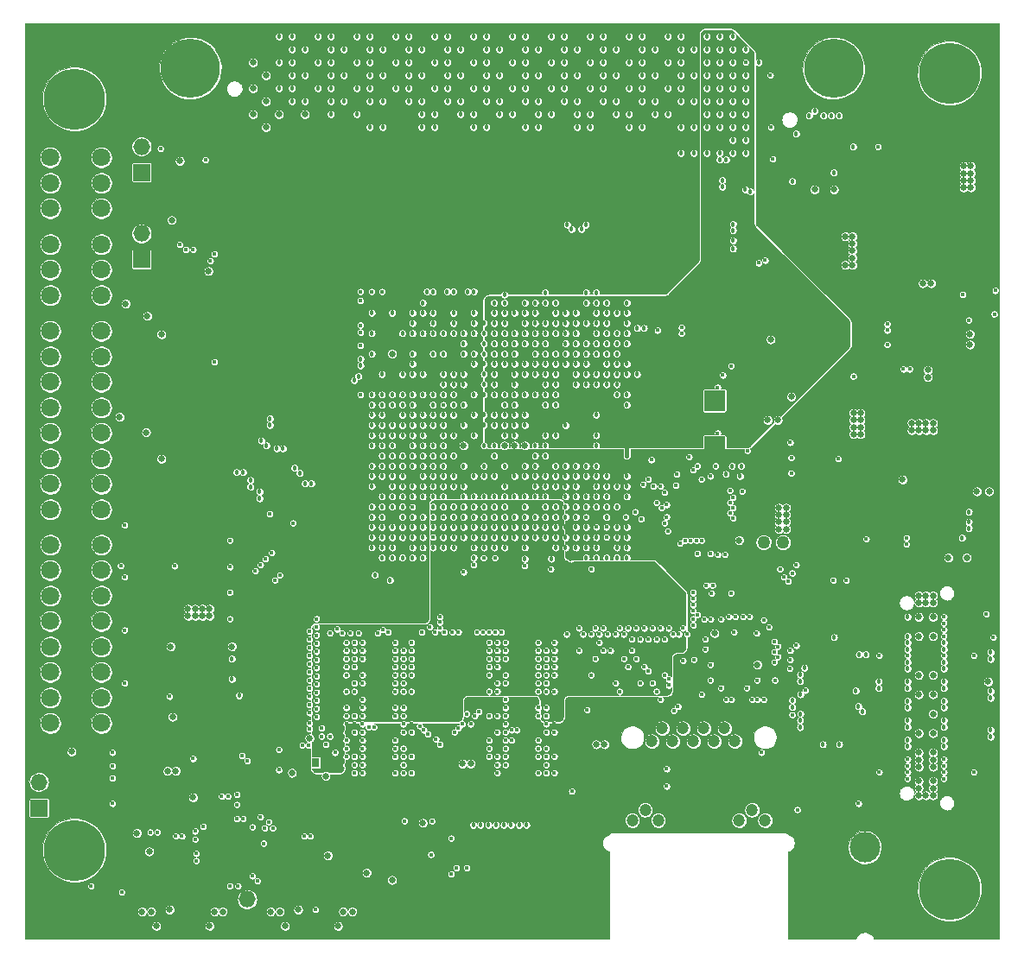
<source format=gbr>
G04 #@! TF.FileFunction,Copper,L7,Inr,Plane*
%FSLAX46Y46*%
G04 Gerber Fmt 4.6, Leading zero omitted, Abs format (unit mm)*
G04 Created by KiCad (PCBNEW (2016-08-02 BZR 7002)-product) date Mon Oct 17 13:50:07 2016*
%MOMM*%
%LPD*%
G01*
G04 APERTURE LIST*
%ADD10C,0.101600*%
%ADD11R,1.600000X1.600000*%
%ADD12C,1.200000*%
%ADD13O,1.200000X1.800000*%
%ADD14C,1.778000*%
%ADD15R,1.651000X1.651000*%
%ADD16O,1.651000X1.651000*%
%ADD17R,0.750000X0.900000*%
%ADD18R,1.080000X0.780000*%
%ADD19R,1.287500X1.287500*%
%ADD20R,1.000000X1.250000*%
%ADD21R,1.250000X1.250000*%
%ADD22R,1.000000X1.000000*%
%ADD23R,1.500000X1.500000*%
%ADD24R,0.800000X0.800000*%
%ADD25C,5.800000*%
%ADD26C,1.800000*%
%ADD27C,3.000000*%
%ADD28O,1.400000X2.600000*%
%ADD29O,4.000000X2.000000*%
%ADD30C,6.000000*%
%ADD31C,0.635000*%
%ADD32C,0.406400*%
%ADD33C,0.457200*%
%ADD34C,1.270000*%
%ADD35C,0.457200*%
G04 APERTURE END LIST*
D10*
D11*
X95400000Y-78700000D03*
X97000000Y-78700000D03*
X95400000Y-77100000D03*
X97000000Y-77100000D03*
D12*
X91661000Y-100596000D03*
X93693000Y-100596000D03*
X95725000Y-100596000D03*
X97757000Y-100596000D03*
X99789000Y-100596000D03*
X92677000Y-99326000D03*
X94709000Y-99326000D03*
X96741000Y-99326000D03*
X98773000Y-99326000D03*
X100805000Y-99326000D03*
X89723000Y-108346000D03*
X90993000Y-107326000D03*
X92263000Y-108346000D03*
X100203000Y-108346000D03*
X101473000Y-107326000D03*
X102743000Y-108346000D03*
D13*
X86148000Y-116156000D03*
X106318000Y-116156000D03*
D14*
X67500000Y-112700000D03*
X82000000Y-112700000D03*
X82600000Y-117650000D03*
X66900000Y-117650000D03*
D15*
X31600000Y-107140000D03*
D16*
X31600000Y-104600000D03*
X31600000Y-102060000D03*
D15*
X52000000Y-118640000D03*
D16*
X52000000Y-116100000D03*
D15*
X41656000Y-44831000D03*
D16*
X41656000Y-42291000D03*
D15*
X41656000Y-53340000D03*
D16*
X41656000Y-50800000D03*
D17*
X57925000Y-102700000D03*
X58675000Y-102700000D03*
D18*
X120580000Y-79937000D03*
X119500000Y-79937000D03*
X118420000Y-79937000D03*
X120580000Y-79157000D03*
X120580000Y-78377000D03*
X120580000Y-77597000D03*
X120580000Y-76817000D03*
X120580000Y-76037000D03*
X120580000Y-75257000D03*
X119500000Y-75257000D03*
X119500000Y-76037000D03*
X119500000Y-76817000D03*
X119500000Y-77597000D03*
X119500000Y-78377000D03*
X119500000Y-79157000D03*
X118420000Y-79157000D03*
X118420000Y-78377000D03*
X118420000Y-77597000D03*
X118420000Y-76817000D03*
X118420000Y-76037000D03*
X118420000Y-75257000D03*
D19*
X120631250Y-61931250D03*
X119343750Y-61931250D03*
X118056250Y-61931250D03*
X116768750Y-61931250D03*
X120631250Y-60643750D03*
X119343750Y-60643750D03*
X118056250Y-60643750D03*
X116768750Y-60643750D03*
X120631250Y-59356250D03*
X119343750Y-59356250D03*
X118056250Y-59356250D03*
X116768750Y-59356250D03*
X120631250Y-58068750D03*
X119343750Y-58068750D03*
X118056250Y-58068750D03*
X116768750Y-58068750D03*
D20*
X109720000Y-97506000D03*
X109720000Y-96256000D03*
X109720000Y-98756000D03*
X108720000Y-98756000D03*
X108720000Y-97506000D03*
X108720000Y-96256000D03*
X108720000Y-95006000D03*
X108720000Y-93756000D03*
X108720000Y-92506000D03*
X109720000Y-92506000D03*
X109720000Y-93756000D03*
X109720000Y-95006000D03*
D21*
X49050000Y-110250000D03*
X49050000Y-112750000D03*
X51550000Y-110250000D03*
X50300000Y-112750000D03*
X49050000Y-111500000D03*
X50300000Y-111500000D03*
X51550000Y-111500000D03*
X50300000Y-110250000D03*
X51550000Y-112750000D03*
D22*
X98300000Y-66700000D03*
X98300000Y-67700000D03*
X97300000Y-67700000D03*
X97300000Y-66700000D03*
X98300000Y-71200000D03*
X98300000Y-72200000D03*
X97300000Y-72200000D03*
X97300000Y-71200000D03*
X106300000Y-73500000D03*
X107300000Y-73500000D03*
X107300000Y-74500000D03*
X106300000Y-74500000D03*
D11*
X108800000Y-81800000D03*
X110400000Y-81800000D03*
X110400000Y-83400000D03*
X108800000Y-83400000D03*
X107200000Y-83400000D03*
X107200000Y-81800000D03*
X107200000Y-80200000D03*
X108800000Y-80200000D03*
X110400000Y-80200000D03*
D23*
X98945000Y-93333000D03*
X98945000Y-91833000D03*
X100445000Y-91833000D03*
X100445000Y-93333000D03*
D24*
X109385000Y-42837000D03*
X108585000Y-42837000D03*
X107785000Y-42837000D03*
X107785000Y-42037000D03*
X108585000Y-42037000D03*
X109385000Y-42037000D03*
X109385000Y-41237000D03*
X108585000Y-41237000D03*
X107785000Y-41237000D03*
D25*
X46454300Y-34616700D03*
X109455700Y-34616700D03*
D26*
X32719000Y-67865000D03*
X32719000Y-65365000D03*
X32719000Y-62865000D03*
X32719000Y-60365000D03*
X32719000Y-70365000D03*
X32719000Y-72865000D03*
X32719000Y-75365000D03*
X32719000Y-77865000D03*
X37719000Y-60365000D03*
X37719000Y-62865000D03*
X37719000Y-65365000D03*
X37719000Y-67865000D03*
X37719000Y-70365000D03*
X37719000Y-72865000D03*
X37719000Y-75365000D03*
X37719000Y-77865000D03*
X32719000Y-88820000D03*
X32719000Y-86320000D03*
X32719000Y-83820000D03*
X32719000Y-81320000D03*
X32719000Y-91320000D03*
X32719000Y-93820000D03*
X32719000Y-96320000D03*
X32719000Y-98820000D03*
X37719000Y-81320000D03*
X37719000Y-83820000D03*
X37719000Y-86320000D03*
X37719000Y-88820000D03*
X37719000Y-91320000D03*
X37719000Y-93820000D03*
X37719000Y-96320000D03*
X37719000Y-98820000D03*
X32719000Y-56856000D03*
X32719000Y-54356000D03*
X32719000Y-51856000D03*
X37719000Y-51856000D03*
X37719000Y-54356000D03*
X37719000Y-56856000D03*
X32719000Y-48347000D03*
X32719000Y-45847000D03*
X32719000Y-43347000D03*
X37719000Y-43347000D03*
X37719000Y-45847000D03*
X37719000Y-48347000D03*
D27*
X112522000Y-110998000D03*
D28*
X107772000Y-117498000D03*
X107772000Y-112798000D03*
X117272000Y-117498000D03*
X117272000Y-112798000D03*
D29*
X112522000Y-116998000D03*
D30*
X120810000Y-115090000D03*
X35080000Y-111280000D03*
X120810000Y-35080000D03*
X35080000Y-37620000D03*
D31*
X44700000Y-90200000D03*
D32*
X64500000Y-104200000D03*
X99900000Y-81600004D03*
X113500000Y-83400000D03*
X101300002Y-90000000D03*
X48800000Y-52000000D03*
D31*
X119400000Y-41800000D03*
X119400000Y-42500000D03*
X112500000Y-48100000D03*
X112500000Y-49300000D03*
D32*
X112100000Y-66200000D03*
D31*
X112300000Y-57500000D03*
X113600000Y-56500000D03*
X124700000Y-72400000D03*
X124700000Y-73100000D03*
X123500000Y-73100000D03*
X123500000Y-72400000D03*
X112200000Y-59800000D03*
D32*
X112400000Y-62400000D03*
X114400000Y-64800000D03*
X114400000Y-63200000D03*
D31*
X108000000Y-68800000D03*
X105300000Y-66800000D03*
X108000000Y-66800000D03*
D32*
X124800000Y-52800000D03*
X125200000Y-67200000D03*
X125200000Y-57900000D03*
X125200000Y-57200000D03*
X125200000Y-55600000D03*
X125200000Y-65100000D03*
X125200000Y-63300000D03*
D31*
X125300000Y-62500000D03*
X125300000Y-59500000D03*
D32*
X107315000Y-105029000D03*
D31*
X36000000Y-47500000D03*
X36000000Y-56000000D03*
D32*
X43600000Y-41200000D03*
X125349000Y-93599000D03*
X120269000Y-94107000D03*
X123189079Y-94107556D03*
X120269000Y-96012000D03*
X123190000Y-96012000D03*
X123190000Y-97917000D03*
X120269000Y-97917000D03*
X123190000Y-99822000D03*
X120269000Y-99822000D03*
X123190000Y-101727000D03*
X120269000Y-101727000D03*
X116713000Y-101727000D03*
X113919000Y-101727000D03*
X116713000Y-99822000D03*
X113919000Y-99822000D03*
D31*
X117221000Y-97917000D03*
D33*
X116713000Y-96012000D03*
X113919000Y-96012000D03*
X116713000Y-94107000D03*
X113919000Y-94107000D03*
D32*
X125100000Y-89800000D03*
D31*
X45000000Y-94700000D03*
X50500000Y-93600000D03*
D32*
X72800000Y-110100000D03*
D31*
X68199984Y-108600000D03*
D32*
X70699998Y-108400000D03*
X71500000Y-113000000D03*
X36700000Y-118500000D03*
X39100000Y-118500000D03*
D31*
X34800000Y-106700000D03*
X34800000Y-104200000D03*
X34800000Y-102900000D03*
X51300000Y-97900000D03*
D32*
X57100000Y-113100000D03*
X38800000Y-110600000D03*
D31*
X43100000Y-110700000D03*
X39000000Y-113900000D03*
X43100000Y-113700000D03*
D32*
X40300000Y-109000000D03*
X49734776Y-102126117D03*
D31*
X44200000Y-100100000D03*
X45000000Y-100100000D03*
X56300000Y-111500000D03*
X47000000Y-117100000D03*
X50300000Y-79500000D03*
D32*
X43500000Y-85200000D03*
X45900000Y-86000000D03*
X48700000Y-81500000D03*
X42000000Y-82000000D03*
X46000000Y-81500000D03*
X44900000Y-67600000D03*
X44900000Y-79400000D03*
X48700000Y-55200002D03*
X48800000Y-62600000D03*
D31*
X43400006Y-55200000D03*
X46600000Y-43700000D03*
D33*
X94400000Y-72700000D03*
D32*
X109400000Y-102100000D03*
X103700000Y-101400000D03*
X103900000Y-107300000D03*
X99100000Y-105000000D03*
X106300000Y-100100000D03*
D31*
X123200000Y-40400000D03*
X115000000Y-40400000D03*
X123200000Y-52000000D03*
X115000000Y-52000000D03*
X119500000Y-48500000D03*
X113700000Y-106700000D03*
X106200000Y-50100000D03*
X107200000Y-50100000D03*
X105300000Y-68800000D03*
X73900000Y-104000000D03*
X73100000Y-104000000D03*
D32*
X72300000Y-101100000D03*
X87000000Y-97500000D03*
X86200000Y-97500000D03*
D31*
X86200000Y-102100000D03*
X87000000Y-102100000D03*
D32*
X60600000Y-101700000D03*
X55100000Y-95200000D03*
X55100000Y-90000000D03*
X55100000Y-98400000D03*
X59300000Y-100100000D03*
D31*
X55900000Y-114100000D03*
X54600000Y-114100000D03*
D32*
X64500000Y-115000000D03*
D31*
X62100000Y-113500000D03*
X59600000Y-117100000D03*
D33*
X93000000Y-72700000D03*
X93700000Y-72700000D03*
D31*
X105800000Y-90400000D03*
X108500000Y-87800000D03*
X109400000Y-87800000D03*
X112100000Y-90400000D03*
X113100000Y-87800000D03*
D32*
X93800000Y-80700000D03*
X52400000Y-77300000D03*
D33*
X75200000Y-66600000D03*
X79200000Y-77600000D03*
X73200000Y-74600000D03*
D31*
X74200000Y-73600000D03*
X74200000Y-71600000D03*
D33*
X65200000Y-62600000D03*
X66200000Y-61600000D03*
D32*
X62500000Y-98900000D03*
D31*
X78200000Y-73600000D03*
D33*
X77200000Y-74600000D03*
D31*
X78200000Y-71600000D03*
D33*
X71200000Y-61600000D03*
X75200000Y-69600000D03*
X88200000Y-72600000D03*
X76200000Y-69600000D03*
X78200000Y-69600000D03*
X77200000Y-70600000D03*
X80200000Y-71600000D03*
D32*
X106300004Y-77900000D03*
D33*
X79000000Y-110400000D03*
X77500000Y-110400000D03*
X76000000Y-110400000D03*
X74500000Y-110400000D03*
D32*
X100200000Y-77900000D03*
X112300000Y-84200000D03*
X93300000Y-95100000D03*
X104267000Y-93472000D03*
X94742000Y-96266000D03*
X102616000Y-97790000D03*
X95631000Y-96520000D03*
X98425000Y-86106000D03*
D33*
X66200000Y-78600000D03*
X64200000Y-82600000D03*
X67200000Y-81600000D03*
X82200000Y-76600000D03*
X89200000Y-77600000D03*
X86200000Y-78600000D03*
X87200000Y-81600000D03*
X72200000Y-76600000D03*
D32*
X87600006Y-91700000D03*
X70200000Y-80600000D03*
D33*
X73200000Y-79600000D03*
X76200000Y-78600000D03*
X74200000Y-82600000D03*
X77200000Y-81600000D03*
X83200000Y-79600000D03*
X80200000Y-80600000D03*
X83700000Y-82700000D03*
D32*
X75700000Y-97300000D03*
X82100000Y-90900000D03*
X82100000Y-92500000D03*
X82100000Y-94100000D03*
X75700000Y-90900000D03*
X75700000Y-92500000D03*
X75700000Y-94100000D03*
X81300000Y-97300000D03*
X82100000Y-98900000D03*
X82100000Y-100500000D03*
X81300000Y-100500000D03*
X82100000Y-101300000D03*
X80500000Y-102900000D03*
X82100000Y-102900000D03*
X75700000Y-103700000D03*
X75700000Y-102900000D03*
X76500000Y-101300000D03*
X76500000Y-100500000D03*
X75700000Y-99700000D03*
X76500000Y-98900000D03*
X75700000Y-98900000D03*
X61700000Y-97300000D03*
X68100000Y-90900000D03*
X68100000Y-92500000D03*
X68100000Y-94100000D03*
X67300000Y-97300000D03*
X66500000Y-102900000D03*
X68100000Y-101300000D03*
X67300000Y-100500000D03*
X68100000Y-100500000D03*
X68100000Y-98900000D03*
X68100000Y-102900000D03*
X61700000Y-90900000D03*
X61700000Y-92500000D03*
X61700000Y-94100000D03*
X61700000Y-98900000D03*
X61700000Y-99700000D03*
X61700000Y-103700000D03*
X61700000Y-102900000D03*
X62500000Y-100500000D03*
X62500000Y-101300000D03*
D33*
X60198000Y-41656000D03*
X76200000Y-75600000D03*
X85200000Y-75600000D03*
X88200000Y-74600000D03*
X72200000Y-73600000D03*
X76200000Y-73600000D03*
X81200000Y-73600000D03*
X84200000Y-72600000D03*
X77200000Y-72600000D03*
X73200000Y-72600000D03*
X72200000Y-71600000D03*
X76200000Y-71600000D03*
X73200000Y-70600000D03*
X72200000Y-69600000D03*
X74200000Y-69600000D03*
X83200000Y-69600000D03*
X86200000Y-68600000D03*
X79200000Y-68600000D03*
X77200000Y-68600000D03*
X75200000Y-68600000D03*
X73200000Y-68600000D03*
X78200000Y-67600000D03*
X74200000Y-67600000D03*
X67200000Y-59600000D03*
X69200000Y-59600000D03*
X71200000Y-59600000D03*
X65200000Y-59600000D03*
X64200000Y-57600000D03*
X66200000Y-57600000D03*
X68200000Y-57600000D03*
X70200000Y-57600000D03*
X72200000Y-57600000D03*
X89200000Y-67600000D03*
X73200000Y-59600000D03*
X75200000Y-59600000D03*
X74200000Y-57600000D03*
X76199718Y-57600000D03*
X76200000Y-58600000D03*
X76199718Y-59600000D03*
X76199718Y-60600000D03*
X76200000Y-61600000D03*
X74200000Y-61600000D03*
X70200000Y-61600000D03*
X68200000Y-61600000D03*
X64200000Y-61600000D03*
X70200000Y-64600000D03*
X67200000Y-63600000D03*
X69200000Y-63600000D03*
X70200000Y-63600000D03*
X71200000Y-63600000D03*
X72200000Y-63600000D03*
X73200000Y-63600000D03*
X75200000Y-63600000D03*
X73200000Y-66600000D03*
X76200000Y-65600000D03*
X82200000Y-66600000D03*
X77200000Y-66600000D03*
X79200000Y-66600000D03*
X78200000Y-65600000D03*
X85200000Y-65600000D03*
X76200000Y-63600000D03*
X76200000Y-62600000D03*
X81200000Y-63600000D03*
X88200000Y-64600000D03*
X87200000Y-61600000D03*
X84200000Y-62600000D03*
X77200000Y-61600000D03*
X80200000Y-60600000D03*
X83200000Y-59600000D03*
X86200000Y-58600000D03*
X89200000Y-57600000D03*
X79200000Y-57600000D03*
X70200000Y-65600000D03*
X69200000Y-65600000D03*
X68200000Y-65600000D03*
X67200000Y-65600000D03*
X66200000Y-65600000D03*
X65200000Y-65600000D03*
X64200000Y-65600000D03*
X68200000Y-74600000D03*
X69200000Y-77600000D03*
X65200000Y-75600000D03*
X70200000Y-70600000D03*
X64200000Y-72600000D03*
X67200000Y-71600000D03*
X69200000Y-67600000D03*
X66200000Y-68600000D03*
X98298000Y-40386000D03*
X86868000Y-42926000D03*
X88138000Y-42926000D03*
X61468000Y-42926000D03*
X93218000Y-32766000D03*
X53848000Y-31496000D03*
X57658000Y-31496000D03*
X61468000Y-31496000D03*
X65278000Y-31496000D03*
X69088000Y-31496000D03*
X72898000Y-31496000D03*
X76708000Y-31496000D03*
X80518000Y-31496000D03*
X84328000Y-31496000D03*
X88138000Y-31496000D03*
X91948000Y-31496000D03*
X95758000Y-31496000D03*
X52578000Y-42926000D03*
X56388000Y-42926000D03*
X57658000Y-42926000D03*
X62738000Y-42926000D03*
X66548000Y-42926000D03*
X67818000Y-42926000D03*
X71628000Y-42926000D03*
X72898000Y-42926000D03*
X76708000Y-42926000D03*
X77978000Y-42926000D03*
X83058000Y-42926000D03*
X91948000Y-42926000D03*
X93218000Y-42926000D03*
X97028000Y-42926000D03*
X98298000Y-42926000D03*
X102108000Y-42926000D03*
X100838000Y-41656000D03*
X99568000Y-41656000D03*
X95758000Y-41656000D03*
X94488000Y-41656000D03*
X90678000Y-41656000D03*
X89408000Y-41656000D03*
X85598000Y-41656000D03*
X84328000Y-41656000D03*
X80518000Y-41656000D03*
X79248000Y-41656000D03*
X75438000Y-41656000D03*
X74168000Y-41656000D03*
X70358000Y-41656000D03*
X69088000Y-41656000D03*
X65278000Y-41656000D03*
X64008000Y-41656000D03*
X58928000Y-41656000D03*
X55118000Y-41656000D03*
X53848000Y-41656000D03*
X52578000Y-40386000D03*
X55118000Y-40386000D03*
X57658000Y-40386000D03*
X60198000Y-40386000D03*
X61468000Y-40386000D03*
X62738000Y-40386000D03*
X66548000Y-40386000D03*
X67818000Y-40386000D03*
X71628000Y-40386000D03*
X72898000Y-40386000D03*
X76708000Y-40386000D03*
X77978000Y-40386000D03*
X81788000Y-40386000D03*
X83058000Y-40386000D03*
X86868000Y-40386000D03*
X88138000Y-40386000D03*
X91948000Y-40386000D03*
X93218000Y-40386000D03*
X97028000Y-40386000D03*
X102108000Y-40386000D03*
X100838000Y-39116000D03*
X99568000Y-39116000D03*
X95758000Y-39116000D03*
X94488000Y-39116000D03*
X90678000Y-39116000D03*
X86868000Y-39116000D03*
X83058000Y-39116000D03*
X79248000Y-39116000D03*
X75438000Y-39116000D03*
X71628000Y-39116000D03*
X67818000Y-39116000D03*
X58928000Y-39116000D03*
X56388000Y-39116000D03*
X53848000Y-39116000D03*
X52578000Y-37846000D03*
X55118000Y-37846000D03*
X58928000Y-37846000D03*
X62738000Y-37846000D03*
X66548000Y-37846000D03*
X70358000Y-37846000D03*
X74168000Y-37846000D03*
X77978000Y-37846000D03*
X81788000Y-37846000D03*
X85598000Y-37846000D03*
X89408000Y-37846000D03*
X93218000Y-37846000D03*
X97028000Y-37846000D03*
X98298000Y-37846000D03*
X102108000Y-37846000D03*
X100838000Y-36576000D03*
X99568000Y-36576000D03*
X95758000Y-36576000D03*
X84328000Y-36576000D03*
X80518000Y-36576000D03*
X76708000Y-36576000D03*
X72898000Y-36576000D03*
X69088000Y-36576000D03*
X65278000Y-36576000D03*
X61468000Y-36576000D03*
X57658000Y-36576000D03*
X53848000Y-36576000D03*
X52578000Y-35306000D03*
X55118000Y-35306000D03*
X58928000Y-35306000D03*
X62738000Y-35306000D03*
X66548000Y-35306000D03*
X70358000Y-35306000D03*
X74168000Y-35306000D03*
X77978000Y-35306000D03*
X81788000Y-35306000D03*
X85598000Y-35306000D03*
X89408000Y-35306000D03*
X93218000Y-35306000D03*
X88138000Y-36576000D03*
X91948000Y-36576000D03*
X97028000Y-35306000D03*
X98298000Y-35306000D03*
X102108000Y-35306000D03*
X99568000Y-34036000D03*
X95758000Y-34036000D03*
X91948000Y-34036000D03*
X88138000Y-34036000D03*
X84328000Y-34036000D03*
X80518000Y-34036000D03*
X76708000Y-34036000D03*
X72898000Y-34036000D03*
X69088000Y-34036000D03*
X65278000Y-34036000D03*
X61468000Y-34036000D03*
X57658000Y-34036000D03*
X53848000Y-34036000D03*
X52578000Y-32766000D03*
X55118000Y-32766000D03*
X58928000Y-32766000D03*
X62738000Y-32766000D03*
X66548000Y-32766000D03*
X70358000Y-32766000D03*
X74168000Y-32766000D03*
X77978000Y-32766000D03*
X81788000Y-32766000D03*
X85598000Y-32766000D03*
X89408000Y-32766000D03*
X97028000Y-32766000D03*
X98298000Y-32766000D03*
X102108000Y-32766000D03*
X100838000Y-31496000D03*
X99568000Y-31496000D03*
X77200000Y-69600000D03*
D31*
X44600000Y-49500000D03*
X42400000Y-111400000D03*
X112100000Y-68400000D03*
X111400000Y-68400000D03*
X112100000Y-70500000D03*
X112100000Y-69800000D03*
X112100000Y-69100000D03*
X111400000Y-70500000D03*
X111400000Y-69800000D03*
X111400000Y-69100000D03*
D32*
X122100000Y-56800000D03*
D31*
X73900000Y-102800000D03*
X73100000Y-102800000D03*
X86200000Y-100900000D03*
X87000000Y-100900000D03*
D32*
X57400000Y-101000000D03*
D33*
X74200000Y-77600000D03*
X77200000Y-76600000D03*
D32*
X71200000Y-78600000D03*
D33*
X75200000Y-80600000D03*
X81200000Y-78600000D03*
X78200000Y-79600000D03*
X72200000Y-81600000D03*
X79200000Y-82700000D03*
X82200000Y-81600000D03*
D32*
X76500000Y-95700000D03*
X82100000Y-91700000D03*
X82100000Y-93300000D03*
X81300000Y-95700000D03*
X75700000Y-91700000D03*
X75700000Y-93300000D03*
X81300000Y-98100000D03*
X82100000Y-99700000D03*
X81300000Y-101300000D03*
X82100000Y-102100000D03*
X81300000Y-102900000D03*
X82100000Y-103700000D03*
X76500000Y-103700000D03*
X75700000Y-102100000D03*
X75700000Y-101300000D03*
X75700000Y-100500000D03*
X77300000Y-98900000D03*
X75700000Y-98100000D03*
X62500000Y-95700000D03*
X68100000Y-91700000D03*
X68100000Y-93300000D03*
X67300000Y-95700000D03*
X67300000Y-101300000D03*
X68100000Y-99700000D03*
X67300000Y-98100000D03*
X67300000Y-102900000D03*
X68100000Y-102100000D03*
X68100000Y-103700000D03*
X61700000Y-91700000D03*
X61700000Y-93300000D03*
X63300000Y-98900000D03*
X62500000Y-103700000D03*
X61700000Y-102100000D03*
X61700000Y-98100000D03*
X61700000Y-101300000D03*
X61700000Y-100500000D03*
D31*
X58100000Y-100300000D03*
D32*
X60300000Y-103200000D03*
X76500000Y-94100000D03*
X82100000Y-98100000D03*
X68100000Y-98100000D03*
X62500000Y-94100000D03*
D33*
X78200000Y-77600000D03*
X80200000Y-77600000D03*
D31*
X124700000Y-76100000D03*
X123500000Y-76100000D03*
X122500000Y-82600000D03*
X120700000Y-82600000D03*
X119200004Y-105900004D03*
X119200000Y-105200000D03*
X119200000Y-104500000D03*
X119200004Y-103100000D03*
X119200000Y-102400000D03*
X119200000Y-101700000D03*
X119200002Y-99800000D03*
X119200000Y-97900000D03*
X119200000Y-96000000D03*
X119200000Y-94100000D03*
X119200000Y-90300000D03*
X119199996Y-88400000D03*
X119200000Y-87000000D03*
X119200000Y-86300000D03*
X118500000Y-86300000D03*
X117800000Y-86300000D03*
X118500000Y-87000000D03*
X117800000Y-87000000D03*
X118500000Y-105900018D03*
X117800000Y-105900000D03*
X117800000Y-105200000D03*
X117800000Y-104500000D03*
X117800000Y-103100000D03*
X117800000Y-102400000D03*
X117800000Y-101700000D03*
X117800000Y-99800000D03*
X117800000Y-88400000D03*
X117800000Y-90300000D03*
X117800000Y-94100000D03*
X117800000Y-96000000D03*
X118700000Y-64900000D03*
X118700000Y-64200000D03*
X119000000Y-55700000D03*
X118200000Y-55700000D03*
X122800004Y-61700000D03*
X124587000Y-94742006D03*
D32*
X72000000Y-110100000D03*
D31*
X69200004Y-108600000D03*
X44200000Y-103500000D03*
X45000000Y-103500000D03*
D32*
X93100000Y-103300000D03*
D31*
X66200000Y-114200000D03*
D32*
X116586000Y-81280000D03*
D33*
X122700000Y-78100000D03*
D31*
X59700000Y-104000000D03*
X100200000Y-80900000D03*
X122900000Y-46300000D03*
X122900000Y-45600000D03*
X122900000Y-44900000D03*
X122900000Y-44200000D03*
X122200000Y-44200000D03*
X122200000Y-44900000D03*
X122200000Y-45600000D03*
X122200000Y-46300000D03*
D32*
X98600000Y-64700000D03*
X112649000Y-80772000D03*
X124400000Y-88100000D03*
D31*
X46700000Y-106100000D03*
X44500000Y-91300000D03*
X44700000Y-98200000D03*
X48200000Y-54500000D03*
X34800000Y-101600000D03*
X41200000Y-109600000D03*
D32*
X53600000Y-110600000D03*
X44900000Y-83408802D03*
X39600000Y-83400000D03*
D31*
X45400000Y-43700000D03*
D32*
X105900000Y-107300000D03*
X103649802Y-92837000D03*
D33*
X109500000Y-90392800D03*
X106600000Y-93400000D03*
X106200000Y-96000000D03*
X106200000Y-97900000D03*
X108400000Y-100900000D03*
X110000000Y-100900000D03*
D32*
X98100000Y-65895182D03*
X98100000Y-70395180D03*
X50300000Y-114800000D03*
X58000000Y-101000000D03*
D31*
X56400000Y-103700000D03*
D32*
X92200000Y-60300000D03*
X105300000Y-72800000D03*
X96500000Y-80900000D03*
X96000000Y-80900000D03*
X110700000Y-84800000D03*
X94700000Y-92700000D03*
D33*
X109474000Y-44831000D03*
X111378996Y-42291000D03*
X89200000Y-82600000D03*
X88200000Y-79600000D03*
X85200000Y-80600000D03*
X72200000Y-70600000D03*
X72200000Y-68600000D03*
X111633000Y-95631000D03*
X73200000Y-64600000D03*
X72200000Y-64600000D03*
X71200000Y-64600000D03*
X74200000Y-63600000D03*
X62738000Y-39116000D03*
D31*
X57658000Y-39116000D03*
X55118000Y-39116000D03*
X53848000Y-40386000D03*
X52578000Y-39116000D03*
X116205000Y-74930000D03*
X103300000Y-61200000D03*
X103000000Y-69100000D03*
X104000000Y-69100000D03*
D34*
X104500000Y-81100000D03*
X102600000Y-81100002D03*
D31*
X104800000Y-77700000D03*
X104800000Y-78400000D03*
X104800000Y-79100000D03*
X104817400Y-79800000D03*
X104100000Y-79800000D03*
X104100000Y-79100000D03*
X104100000Y-78400000D03*
X104100000Y-77700000D03*
X73200000Y-71600000D03*
X66200000Y-62600000D03*
X79200000Y-71600000D03*
X77200000Y-71600000D03*
D33*
X76200000Y-68600000D03*
X79200000Y-73600000D03*
X80200000Y-66600000D03*
X76200000Y-74600000D03*
X74200000Y-74600000D03*
X73200000Y-73600000D03*
X75200000Y-73600000D03*
X77200000Y-73600000D03*
X76200000Y-72600000D03*
X72200000Y-72600000D03*
X75200000Y-71600000D03*
X74200000Y-70600000D03*
X73200000Y-69600000D03*
X79200000Y-69600000D03*
X78200000Y-68600000D03*
X74200000Y-68600000D03*
X77200000Y-67600000D03*
X73200000Y-67600000D03*
X69200000Y-60600000D03*
X73200000Y-60600000D03*
X75200000Y-60600000D03*
X68200000Y-62600000D03*
X70200000Y-62600000D03*
X74200000Y-62600000D03*
X69200000Y-64600000D03*
X65200000Y-64600000D03*
X67200000Y-64600000D03*
D32*
X96900000Y-90600000D03*
X97400000Y-94600000D03*
X101900000Y-90000000D03*
X99700000Y-89900000D03*
D31*
X117100000Y-69400000D03*
X117800000Y-69400000D03*
X118500000Y-69400000D03*
X117100000Y-70100000D03*
X117800000Y-70100000D03*
X118500000Y-70100000D03*
X119200000Y-69400000D03*
X119200000Y-70100000D03*
D33*
X64200000Y-60600000D03*
D31*
X101981000Y-93091000D03*
D32*
X101981000Y-94615000D03*
D33*
X64200000Y-58600000D03*
X71200000Y-60600000D03*
X67200000Y-60600000D03*
X70200000Y-58600000D03*
X68200000Y-58600000D03*
X66200000Y-58600000D03*
X72200000Y-58600000D03*
X74200000Y-58600000D03*
X64200000Y-62600000D03*
X68200000Y-63600000D03*
D32*
X105400000Y-98000000D03*
X105300000Y-74300000D03*
X101000000Y-72100000D03*
D31*
X110600000Y-51100000D03*
X111300000Y-51100000D03*
X111300000Y-51800000D03*
X111300000Y-52500000D03*
X111300000Y-53200000D03*
X111300000Y-53900000D03*
X110600000Y-53900000D03*
D32*
X116900000Y-64100000D03*
D33*
X75200000Y-74600000D03*
X79200000Y-74600000D03*
X75200000Y-65600000D03*
X76200000Y-64600000D03*
X71200000Y-62600000D03*
D32*
X99400000Y-86100000D03*
X100500006Y-76100000D03*
X99300000Y-78200000D03*
X99300000Y-76000000D03*
X99300000Y-77200000D03*
X94000000Y-75500000D03*
X93100000Y-77400000D03*
X93100000Y-78600000D03*
D31*
X97790000Y-89997898D03*
D33*
X107600000Y-38800000D03*
X87200000Y-76600000D03*
X84200000Y-77600000D03*
X73200000Y-75600000D03*
X77200000Y-75600000D03*
X83200000Y-74600000D03*
X80200000Y-74600000D03*
X86200000Y-73600000D03*
X72200000Y-66600000D03*
X73200000Y-65600000D03*
X74200000Y-66600000D03*
X76200000Y-66600000D03*
X78200000Y-66600000D03*
X78200000Y-70600000D03*
D32*
X55100000Y-103400000D03*
D31*
X48300000Y-87600000D03*
X47600000Y-87600000D03*
X46900000Y-87600000D03*
X46200000Y-87600000D03*
X46200000Y-88300000D03*
X48300000Y-88300000D03*
X47600000Y-88300000D03*
X46900000Y-88300000D03*
X50500000Y-91300000D03*
D33*
X65200000Y-80600000D03*
X68200000Y-79600000D03*
X69200000Y-82600000D03*
X70200000Y-75600000D03*
X64200000Y-77600000D03*
X67200000Y-76600000D03*
X69200000Y-72600000D03*
X66200000Y-73600000D03*
X65200000Y-70600000D03*
X68200000Y-69600000D03*
X67200000Y-66600000D03*
X64200000Y-67600000D03*
D31*
X53848000Y-35306000D03*
X53848000Y-37846000D03*
X52578000Y-36576000D03*
X52578000Y-34036000D03*
D32*
X125200000Y-58700000D03*
X114700000Y-61700000D03*
D31*
X122800000Y-60677697D03*
D33*
X69200000Y-58600000D03*
X105410000Y-97231200D03*
X69200000Y-57600000D03*
X105410000Y-96570800D03*
D31*
X44400000Y-117100000D03*
X107100000Y-60700000D03*
X106400000Y-60700000D03*
X109500004Y-61300000D03*
X108800000Y-61300000D03*
X108100000Y-61300000D03*
X107400000Y-61300000D03*
X106700000Y-61300000D03*
X106000002Y-61300000D03*
D32*
X97500000Y-65895188D03*
X97506444Y-70395183D03*
X89200000Y-62600000D03*
D33*
X85200000Y-67600000D03*
X89200000Y-72600000D03*
X82200000Y-71600000D03*
X85200000Y-70600000D03*
X88200000Y-69600000D03*
X81200000Y-68600000D03*
X87200000Y-66600000D03*
X80200000Y-65600000D03*
X83200000Y-64600000D03*
X79200000Y-62600000D03*
X86200000Y-63600000D03*
X82200000Y-61600000D03*
X85200000Y-60600000D03*
X81200000Y-58600000D03*
X88200000Y-59600000D03*
X84200000Y-57600000D03*
X78200000Y-59600000D03*
X82200000Y-74600000D03*
D31*
X57000000Y-117100000D03*
D32*
X96100000Y-82200000D03*
X96520000Y-96012000D03*
X102616000Y-96520000D03*
X98425000Y-95377000D03*
X100965000Y-95377000D03*
X97409000Y-93091000D03*
D33*
X98298000Y-43561000D03*
X97028000Y-39116000D03*
D32*
X94550000Y-60000000D03*
D33*
X75200000Y-61600000D03*
X98933000Y-43561000D03*
X98298000Y-39116000D03*
X75200000Y-62600000D03*
D32*
X94550000Y-60600000D03*
X68200000Y-77600000D03*
X73500000Y-113000000D03*
D33*
X64200000Y-75600000D03*
X102108000Y-34036000D03*
D32*
X114700000Y-60300000D03*
X105200000Y-71300000D03*
X98100000Y-82300000D03*
X72000000Y-113600000D03*
X43200000Y-109500000D03*
X51500000Y-102000000D03*
X51000000Y-108200000D03*
D33*
X88200000Y-81600000D03*
D32*
X114700000Y-59700000D03*
X109900000Y-72900000D03*
X98800000Y-82300000D03*
X72500000Y-113000002D03*
X42500000Y-109500000D03*
X52000000Y-102500000D03*
X51600000Y-108200000D03*
D33*
X89200000Y-79600000D03*
D32*
X99400000Y-63800000D03*
X89096756Y-78603244D03*
D33*
X60198000Y-39116000D03*
D32*
X103300000Y-40400000D03*
X99600000Y-78700000D03*
X90800000Y-75400000D03*
D33*
X85200000Y-82600000D03*
D32*
X97400000Y-82200000D03*
X58700000Y-117100000D03*
X95758000Y-92583006D03*
X97000000Y-85300000D03*
D33*
X85200000Y-79600000D03*
D31*
X49600000Y-117300000D03*
X48800000Y-117300000D03*
X48300000Y-118700000D03*
X43100000Y-118700000D03*
X41700000Y-117300000D03*
X42600000Y-117300000D03*
X63700000Y-113500000D03*
X55200000Y-117300000D03*
X54300000Y-117300000D03*
X55700000Y-118700000D03*
X60899986Y-118700000D03*
X61400000Y-117300000D03*
X62300000Y-117300000D03*
D32*
X116713000Y-104267000D03*
X123190000Y-103632000D03*
X120269000Y-103632000D03*
X113919000Y-103632000D03*
X116713000Y-103632000D03*
X116713000Y-102997000D03*
X116713000Y-102362000D03*
D33*
X120269000Y-101092000D03*
X116713000Y-101092000D03*
X120269000Y-100457000D03*
X116713000Y-100457000D03*
X112268000Y-97663000D03*
X111887000Y-97155000D03*
X120269000Y-97282000D03*
X116713000Y-97282000D03*
X120269000Y-96647000D03*
X116713000Y-96647000D03*
X113871798Y-95377000D03*
X113871776Y-94742000D03*
X120269000Y-93472000D03*
X116713000Y-93472000D03*
X120269000Y-92837000D03*
X116713000Y-92837000D03*
X112606278Y-92067004D03*
X111945878Y-92067004D03*
X116713000Y-90297000D03*
X116713000Y-88392000D03*
D32*
X120269000Y-102997000D03*
X120269000Y-104267000D03*
X120269000Y-102362000D03*
X120269000Y-90297000D03*
D33*
X120269000Y-90932000D03*
X116713000Y-90932000D03*
D32*
X105800000Y-91200000D03*
X102100000Y-53700000D03*
X120269000Y-89026998D03*
X100838000Y-34036000D03*
X91800000Y-75600000D03*
D33*
X65278000Y-40386000D03*
D32*
X86200000Y-79600000D03*
X120269000Y-88391992D03*
X105200000Y-91700000D03*
X102752255Y-53431700D03*
X120269000Y-89662015D03*
X103251000Y-35306000D03*
X92500000Y-75600000D03*
D33*
X64008000Y-40386000D03*
D32*
X87200000Y-80600000D03*
D33*
X120269000Y-98552000D03*
X116713000Y-98552000D03*
X124841000Y-99491800D03*
X124841000Y-100152200D03*
X120269000Y-99187000D03*
X116713000Y-99187000D03*
X124841000Y-96342200D03*
X120269000Y-94742000D03*
X116713000Y-94742000D03*
X120269000Y-95377000D03*
X116713000Y-95377000D03*
X124841000Y-95681800D03*
X124841000Y-92532200D03*
X124841000Y-91871800D03*
X120269000Y-91567000D03*
X116713000Y-91567000D03*
D32*
X70000000Y-111700000D03*
D33*
X68200000Y-82600000D03*
X79355600Y-108800000D03*
X74144400Y-108800000D03*
X69200000Y-79600000D03*
X74855600Y-108800000D03*
X69200000Y-78600000D03*
X68200000Y-80600000D03*
X75644400Y-108800000D03*
X69200000Y-80600000D03*
X76355600Y-108800000D03*
X68200000Y-81600000D03*
X77144400Y-108800000D03*
X69200000Y-81600000D03*
X77855600Y-108800000D03*
X67200000Y-82600000D03*
X78644400Y-108800000D03*
D32*
X125300000Y-56400000D03*
X122700000Y-59300000D03*
X93200000Y-80000000D03*
X87200000Y-79600000D03*
D33*
X99600000Y-49900000D03*
X100838000Y-42926000D03*
X71600000Y-56500000D03*
X72200000Y-60600000D03*
X100838000Y-37846000D03*
X87200000Y-64600000D03*
X99600000Y-50500000D03*
X72200000Y-56500000D03*
X72200000Y-59600000D03*
X99568000Y-42926000D03*
X99568000Y-37846000D03*
X87200000Y-63600000D03*
X86200000Y-62600000D03*
X98298000Y-36576000D03*
X87200000Y-62600000D03*
X97028000Y-36576000D03*
X99600000Y-51500000D03*
X73600000Y-56500000D03*
X74200000Y-60600000D03*
X95758000Y-40386000D03*
X100800000Y-46500000D03*
X95758000Y-42926000D03*
X69600000Y-56500000D03*
X70200000Y-60600000D03*
X95758000Y-37846000D03*
X81200000Y-67600000D03*
X62900000Y-64800000D03*
X67200000Y-68600000D03*
X95758000Y-35306000D03*
X95758000Y-32766000D03*
X83200000Y-60600000D03*
X99600000Y-52300000D03*
X74200000Y-56500000D03*
X74200000Y-59600000D03*
X94488000Y-40386000D03*
X101318835Y-46707534D03*
X94488000Y-42926000D03*
X70200000Y-56500000D03*
X70200000Y-59600000D03*
X94488000Y-37846000D03*
X82200000Y-67600000D03*
X94488000Y-36576000D03*
X85200000Y-57600000D03*
X62500000Y-65200000D03*
X66200000Y-67600000D03*
X94488000Y-35306000D03*
X94488000Y-34036000D03*
X70200000Y-66600000D03*
X94488000Y-32766000D03*
X84200000Y-60600000D03*
X94488000Y-31496000D03*
X83200000Y-58600000D03*
X63098350Y-63119000D03*
X67200000Y-69600000D03*
X93218000Y-39116000D03*
X93218000Y-36576000D03*
X85200000Y-56600000D03*
X93218000Y-34036000D03*
X69200000Y-66600000D03*
X93218000Y-31496000D03*
X84200000Y-58600000D03*
X63098350Y-63754000D03*
X66200000Y-69600000D03*
X91948000Y-39116000D03*
X91948000Y-37846000D03*
X88200000Y-66600000D03*
X91948000Y-35306000D03*
X68200000Y-67600000D03*
X91948000Y-32766000D03*
X81200000Y-64600000D03*
X90678000Y-40386000D03*
X65200000Y-66600000D03*
X90678000Y-37846000D03*
X89200000Y-66600000D03*
X87200000Y-65600000D03*
X90678000Y-36576000D03*
X90678000Y-35306000D03*
X68200000Y-66600000D03*
X90678000Y-34036000D03*
X70200000Y-68600000D03*
X90678000Y-32766000D03*
X82200000Y-64600000D03*
X90678000Y-31496000D03*
X86200000Y-65600000D03*
X89408000Y-40386000D03*
X66200000Y-66600000D03*
X89408000Y-39116000D03*
X65200000Y-67600000D03*
X88200000Y-65600000D03*
X89408000Y-36576000D03*
X89408000Y-34036000D03*
X70200000Y-67600000D03*
X89408000Y-31496000D03*
X86200000Y-64600000D03*
X88138000Y-39116000D03*
X64200000Y-66600000D03*
X81200000Y-66600000D03*
X88138000Y-37846000D03*
X88138000Y-35306000D03*
X69200000Y-69600000D03*
X84200000Y-65600000D03*
X88138000Y-32766000D03*
X81200000Y-65600000D03*
X86868000Y-37846000D03*
X90200000Y-64600000D03*
X86868000Y-36576000D03*
X86868000Y-35306000D03*
X69200000Y-68600000D03*
X86868000Y-34036000D03*
X71200000Y-69600000D03*
X85200000Y-64600000D03*
X86868000Y-32766000D03*
X86868000Y-31496000D03*
X88200000Y-63600000D03*
X83347780Y-49946780D03*
X85181220Y-49946780D03*
X85598000Y-40386000D03*
X69200000Y-71600000D03*
X85598000Y-39116000D03*
X68200000Y-68600000D03*
X89200000Y-64600000D03*
X85598000Y-36576000D03*
X85598000Y-34036000D03*
X70200000Y-69600000D03*
X89200000Y-63600000D03*
X85598000Y-31496000D03*
X83784220Y-50383220D03*
X84744780Y-50383220D03*
X69200000Y-70600000D03*
X84328000Y-40386000D03*
X84328000Y-39116000D03*
X67200000Y-67600000D03*
X80200000Y-64600000D03*
X84328000Y-37846000D03*
X71200000Y-72600000D03*
X84328000Y-35306000D03*
X88200000Y-62600000D03*
X84328000Y-32766000D03*
X80200000Y-63600000D03*
X83058000Y-37846000D03*
X78200000Y-64600000D03*
X83058000Y-36576000D03*
X71200000Y-71600000D03*
X83058000Y-35306000D03*
X83058000Y-34036000D03*
X70200000Y-73600000D03*
X89200000Y-61600000D03*
X83058000Y-32766000D03*
X90866704Y-60090600D03*
X79200000Y-61600000D03*
X83058000Y-31496000D03*
X81788000Y-39116000D03*
X65200000Y-68600000D03*
X79200000Y-64600000D03*
X81788000Y-36576000D03*
X81788000Y-34036000D03*
X69200000Y-73600000D03*
X90219004Y-60090600D03*
X79200000Y-60600000D03*
X81788000Y-31496000D03*
X80518000Y-40386000D03*
X65200000Y-69600000D03*
X80518000Y-39116000D03*
X64200000Y-68600000D03*
X80518000Y-37846000D03*
X88200000Y-58600000D03*
X80518000Y-35306000D03*
X70200000Y-74600000D03*
X88200000Y-61600000D03*
X80518000Y-32766000D03*
X79248000Y-40386000D03*
X64200000Y-69600000D03*
X79248000Y-37846000D03*
X89200000Y-58600000D03*
X89200000Y-60600000D03*
X79248000Y-36576000D03*
X79248000Y-35306000D03*
X69200000Y-74600000D03*
X79248000Y-34036000D03*
X71200000Y-74600000D03*
X88200000Y-60600000D03*
X79248000Y-32766000D03*
X87200000Y-60600000D03*
X79248000Y-31496000D03*
X54241700Y-68961000D03*
X77978000Y-39116000D03*
X66200000Y-76600000D03*
X89200000Y-59600000D03*
X77978000Y-36576000D03*
X77978000Y-34036000D03*
X71200000Y-75600000D03*
X87200000Y-59600000D03*
X77978000Y-31496000D03*
X54229000Y-69596000D03*
X76708000Y-39116000D03*
X66200000Y-77600000D03*
X76708000Y-37846000D03*
X87200000Y-58600000D03*
X76708000Y-35306000D03*
X64200000Y-71600000D03*
X86200000Y-60600000D03*
X76708000Y-32766000D03*
X67200000Y-79600000D03*
X53900000Y-71600000D03*
X75438000Y-40386000D03*
X75438000Y-37846000D03*
X87200000Y-57600000D03*
X86200000Y-57600000D03*
X75438000Y-36576000D03*
X75438000Y-35306000D03*
X64200000Y-70600000D03*
X75438000Y-34036000D03*
X70200000Y-72600000D03*
X86200000Y-59600000D03*
X75438000Y-32766000D03*
X75438000Y-31496000D03*
X85200000Y-62600000D03*
X67200000Y-80600000D03*
X53385082Y-71114918D03*
X74168000Y-40386000D03*
X74168000Y-39116000D03*
X68200000Y-73600000D03*
X86200000Y-56600000D03*
X74168000Y-36576000D03*
X74168000Y-34036000D03*
X70200000Y-71600000D03*
X74168000Y-31496000D03*
X86200000Y-61600000D03*
X72898000Y-39116000D03*
X68200000Y-72600000D03*
X72898000Y-37846000D03*
X84200000Y-59600000D03*
X72897992Y-35306000D03*
X71200000Y-76600000D03*
X72898000Y-32766000D03*
X84200000Y-61600000D03*
X71628000Y-37846000D03*
X85200000Y-59600000D03*
X83200000Y-62600000D03*
X71628000Y-36576000D03*
X71628000Y-35306000D03*
X70200000Y-76600000D03*
X71628000Y-34036000D03*
X65200000Y-76600000D03*
X71628000Y-32766000D03*
X85200000Y-61600000D03*
X71628000Y-31496000D03*
X84200000Y-64600000D03*
X98552000Y-46228000D03*
X100838000Y-40386000D03*
X70358000Y-40386000D03*
X65200000Y-74600000D03*
X70358000Y-39116000D03*
X67200000Y-77600000D03*
X83200000Y-61600000D03*
X70358000Y-36576000D03*
X70358000Y-34036000D03*
X65200000Y-77600000D03*
X70358000Y-31496000D03*
X85200000Y-63600000D03*
X98552000Y-45593000D03*
X99568000Y-40386000D03*
X69088000Y-40386000D03*
X64200000Y-74600000D03*
X69088000Y-39116000D03*
X67200000Y-78600000D03*
X82200000Y-60600000D03*
X69088000Y-37846000D03*
X51608918Y-74222640D03*
X67200000Y-73600000D03*
X69088000Y-35306000D03*
X82200000Y-63600000D03*
X69088000Y-32766000D03*
X82200000Y-59600000D03*
X67818000Y-37846000D03*
X67818000Y-36576000D03*
X82200000Y-58600000D03*
X50961218Y-74222640D03*
X67200000Y-72600000D03*
X67818000Y-35306000D03*
X69200000Y-75600000D03*
X67818000Y-34036000D03*
X82200000Y-62600000D03*
X67818000Y-32766000D03*
X81200000Y-60600000D03*
X67818000Y-31496000D03*
D32*
X38800000Y-103000000D03*
X47700000Y-108958150D03*
X54100000Y-108500000D03*
X63100000Y-57400000D03*
X65200000Y-56500000D03*
D33*
X71200000Y-68600000D03*
X66548000Y-36576000D03*
X82200000Y-57600000D03*
X68200000Y-75600000D03*
X66548000Y-34036000D03*
X81200000Y-59600000D03*
X66548000Y-31496000D03*
X81185650Y-56600000D03*
X65278000Y-37846000D03*
X69200000Y-76600000D03*
X65278000Y-35306000D03*
X65278000Y-32766000D03*
X80200000Y-62600000D03*
D32*
X46900006Y-110200000D03*
X38800000Y-104200000D03*
X53303244Y-107996756D03*
D33*
X81200000Y-57600000D03*
X64008000Y-37846000D03*
X64008000Y-36576000D03*
X80200000Y-58600000D03*
X68200000Y-76600000D03*
X64008000Y-35306000D03*
X54889004Y-71880404D03*
X65200000Y-72600000D03*
X64008000Y-34036000D03*
X64008000Y-32766000D03*
X81200000Y-62600000D03*
X64008000Y-31496000D03*
X78200000Y-63600000D03*
X62738000Y-36576000D03*
X80200000Y-57600000D03*
X55500000Y-71900000D03*
X65200000Y-71600000D03*
X62738000Y-34036000D03*
X62738000Y-31496000D03*
X79200000Y-63600000D03*
D32*
X46900000Y-109400000D03*
X38800000Y-101700000D03*
X53700000Y-109100000D03*
X63100000Y-56500000D03*
X71200000Y-67600000D03*
D33*
X79200000Y-59600000D03*
X61468000Y-37846000D03*
X66200000Y-74600000D03*
X56642000Y-73787000D03*
X61468000Y-35306000D03*
X78200000Y-58600000D03*
X61468000Y-32766000D03*
X80200000Y-59600000D03*
X60198000Y-37846000D03*
X80200000Y-61600000D03*
X60198000Y-36576000D03*
X57150000Y-74295000D03*
X66200000Y-75600000D03*
X60198000Y-35306000D03*
X58293000Y-75311000D03*
X66200000Y-72600000D03*
X60198000Y-34036000D03*
X79200000Y-58600000D03*
X60198000Y-32766000D03*
X77200000Y-59600000D03*
X60198000Y-31496000D03*
X81200000Y-61600000D03*
X58928000Y-36576000D03*
X57658000Y-75311000D03*
X66200000Y-71600000D03*
X58928000Y-34036000D03*
X77200000Y-58600000D03*
X58928000Y-31496000D03*
X77200000Y-56800000D03*
X57658000Y-37846000D03*
X52324000Y-74987150D03*
X57658000Y-35306000D03*
X65200000Y-73600000D03*
X57658000Y-32766000D03*
X77200000Y-60600000D03*
X77200000Y-57600000D03*
X56388000Y-37846000D03*
X77200000Y-63600000D03*
X56388000Y-36576000D03*
X52324000Y-75634850D03*
X56388000Y-35306000D03*
X64200000Y-73600000D03*
X53213000Y-76130150D03*
X67200000Y-74600000D03*
X56388000Y-34036000D03*
X56388000Y-32766000D03*
X78200000Y-60600000D03*
X56388000Y-31496000D03*
X78200000Y-62600000D03*
X77200000Y-62600000D03*
X55118000Y-36576000D03*
X53213000Y-76777850D03*
X67200000Y-75600000D03*
X55118000Y-34036000D03*
X55118000Y-31496000D03*
X78200000Y-61600000D03*
D32*
X38800000Y-106700000D03*
X54500000Y-109100000D03*
X51100000Y-114800000D03*
X63100000Y-66600000D03*
D33*
X72200000Y-67600000D03*
D31*
X107600000Y-46500000D03*
X109500000Y-46500000D03*
X43600000Y-60700000D03*
X42200000Y-58900000D03*
X42100000Y-70299996D03*
X43600000Y-72900000D03*
D32*
X98933000Y-96520000D03*
X101473000Y-96520000D03*
X99441000Y-96520000D03*
X101981004Y-96520000D03*
X113800000Y-42300000D03*
X105800000Y-83300000D03*
D33*
X84200000Y-79600000D03*
D32*
X111900000Y-106700000D03*
X95300000Y-72700000D03*
D33*
X71200000Y-70600000D03*
D32*
X54200000Y-78300000D03*
D33*
X71200000Y-73600000D03*
D32*
X56500000Y-79200000D03*
D33*
X72200000Y-77600000D03*
X71200000Y-77600000D03*
D32*
X91300000Y-90600000D03*
X58800000Y-94200000D03*
X91300000Y-93700000D03*
X80500000Y-93300000D03*
X66500000Y-93300000D03*
D33*
X80200000Y-78600000D03*
D32*
X58800000Y-91800000D03*
X86900000Y-91700000D03*
X86900000Y-89500000D03*
X77300000Y-92500000D03*
X63300000Y-92500000D03*
D33*
X80200000Y-76600000D03*
D32*
X89700000Y-90600000D03*
X58100000Y-91400000D03*
X89700000Y-91700000D03*
X80500000Y-92500000D03*
X66500000Y-92500000D03*
D33*
X77200000Y-77600000D03*
D32*
X58100000Y-94600000D03*
X90900000Y-93300000D03*
X90900000Y-89500000D03*
X81300000Y-93300000D03*
X67300000Y-93300000D03*
D33*
X79200000Y-78600000D03*
D32*
X58800000Y-92600000D03*
X86100000Y-92500000D03*
X86100000Y-89500000D03*
X76500000Y-92500000D03*
X62500000Y-92500000D03*
D33*
X78200000Y-76600000D03*
D32*
X58100000Y-93000000D03*
X90100000Y-92500000D03*
X90100000Y-89500000D03*
X81300000Y-92500000D03*
X67300000Y-92500000D03*
D33*
X77200000Y-78600000D03*
D32*
X58800000Y-90200000D03*
X86500000Y-90900000D03*
X86500000Y-90100000D03*
X76500000Y-91700000D03*
X62500000Y-91700000D03*
D33*
X79200000Y-76600000D03*
D32*
X58100000Y-90600000D03*
X94700000Y-89500000D03*
X81300000Y-91700000D03*
X67300000Y-91700000D03*
D33*
X81200000Y-77600000D03*
D32*
X58800000Y-88600000D03*
X84900000Y-90100000D03*
X76500000Y-90900000D03*
X62500000Y-90900000D03*
D33*
X74200000Y-76600000D03*
D32*
X58100000Y-92200000D03*
X84500000Y-91700000D03*
X84500000Y-89500000D03*
X80500000Y-91700000D03*
X66500000Y-91700000D03*
D33*
X73200000Y-76600000D03*
D32*
X90500000Y-90600000D03*
X58100000Y-96200000D03*
X90500000Y-94900000D03*
X77300000Y-94900000D03*
X63300000Y-94900000D03*
D33*
X78200000Y-78600000D03*
D32*
X58800000Y-91000000D03*
X77300000Y-91700000D03*
X63300000Y-91700000D03*
D33*
X82200000Y-77600000D03*
D32*
X58800000Y-95000000D03*
X85700000Y-94100000D03*
X85700000Y-90100000D03*
X77300000Y-94100000D03*
X63300000Y-94100000D03*
D33*
X76200000Y-76600000D03*
D32*
X58100000Y-89800000D03*
X87300000Y-90100000D03*
X80500000Y-90900000D03*
X66500000Y-90900000D03*
D33*
X81200000Y-76600000D03*
D32*
X58800000Y-89400000D03*
X77300000Y-90900000D03*
X63300000Y-90900000D03*
D33*
X75200000Y-76600000D03*
D32*
X58800000Y-95800000D03*
X93300000Y-89500000D03*
X93300000Y-94500000D03*
X81300000Y-94100000D03*
X67300000Y-94100000D03*
D33*
X73200000Y-78600000D03*
D32*
X88900000Y-90100000D03*
X58800000Y-93400000D03*
X88900000Y-92500000D03*
X76500000Y-93300000D03*
X62500000Y-93300000D03*
D33*
X74200000Y-78600000D03*
D32*
X58100000Y-93800000D03*
X89300000Y-93300000D03*
X89300000Y-89500000D03*
X80500000Y-94100000D03*
X66500000Y-94100000D03*
D33*
X75200000Y-78600000D03*
D32*
X58800000Y-96600000D03*
X91700000Y-89500000D03*
X91700010Y-94900000D03*
X80500000Y-95700000D03*
X66500000Y-95700000D03*
D33*
X70200000Y-79600000D03*
D32*
X58100000Y-97000000D03*
X88500000Y-95700000D03*
X88500000Y-89500000D03*
X75700000Y-95700000D03*
X61700000Y-95700000D03*
D33*
X73200000Y-77600000D03*
D32*
X58100000Y-97800000D03*
X88100000Y-94900000D03*
X88100000Y-90100000D03*
X81300000Y-94900000D03*
X67300000Y-94900000D03*
D33*
X70200000Y-77600000D03*
D32*
X92100000Y-90600000D03*
X58800000Y-97400000D03*
X92100000Y-95700000D03*
X82100000Y-95700000D03*
X68100000Y-95700000D03*
D33*
X70200000Y-78600000D03*
D32*
X58800000Y-98200000D03*
X92500000Y-89500000D03*
X92500000Y-96500000D03*
X80500000Y-97300000D03*
X66500000Y-97300000D03*
D33*
X72200000Y-79600000D03*
D32*
X92900000Y-90600000D03*
X58100000Y-95400000D03*
X92900000Y-94100000D03*
X80500000Y-94900000D03*
X66500000Y-94900000D03*
D33*
X72200000Y-78600000D03*
D32*
X58100000Y-98807900D03*
X77300000Y-96500000D03*
X94206545Y-97193455D03*
X94293197Y-90100892D03*
X63300000Y-96500000D03*
D33*
X76200000Y-77600000D03*
D32*
X58100000Y-99392100D03*
X77300000Y-97300000D03*
X93793455Y-97606545D03*
X93708997Y-90100892D03*
X63300000Y-97300000D03*
D33*
X75200000Y-77600000D03*
D32*
X95100000Y-90100000D03*
D33*
X82200000Y-78600000D03*
D32*
X76500000Y-94900000D03*
X62500000Y-94900000D03*
X116586000Y-80645000D03*
D33*
X122047000Y-80645006D03*
X122700000Y-79700000D03*
X122700000Y-79100000D03*
D32*
X105200000Y-92600000D03*
X102400000Y-101700000D03*
D33*
X81200000Y-71600000D03*
D32*
X55100000Y-101400000D03*
X83800000Y-105500000D03*
X46700000Y-102299990D03*
X93100000Y-105000000D03*
X111400000Y-64800000D03*
X116300000Y-64100000D03*
X125100000Y-90400000D03*
X106700000Y-95600000D03*
X106700000Y-95600000D03*
X48800000Y-63400002D03*
X63100000Y-61800000D03*
D33*
X72200000Y-65600000D03*
D32*
X52500000Y-109000000D03*
X49500000Y-106000000D03*
X45600000Y-109900000D03*
X50100000Y-106000000D03*
X45000000Y-109900000D03*
X48400000Y-53500000D03*
X63100000Y-59800000D03*
D33*
X75200000Y-64600000D03*
D32*
X36700000Y-114800000D03*
X47000000Y-111600000D03*
X39700000Y-115400000D03*
X47000000Y-112300000D03*
D31*
X40100000Y-57700000D03*
X39500000Y-68800000D03*
D33*
X68200000Y-64600000D03*
D32*
X90600000Y-78800000D03*
D33*
X88200000Y-80600000D03*
D32*
X46000000Y-52400000D03*
X54700000Y-84800000D03*
D33*
X89200000Y-80600000D03*
D32*
X105400000Y-84100000D03*
D33*
X85200000Y-81600000D03*
D32*
X104600000Y-84500000D03*
D33*
X86200000Y-81600000D03*
D32*
X44400000Y-96200000D03*
X45400000Y-51900000D03*
X104200000Y-83700000D03*
D33*
X84200000Y-80600000D03*
D32*
X109400000Y-84800000D03*
D33*
X87200000Y-82600000D03*
D32*
X105000000Y-84900000D03*
D33*
X86200000Y-82600000D03*
X105400000Y-45700000D03*
X87200000Y-78600000D03*
D32*
X96100000Y-88200000D03*
D33*
X89200000Y-75600000D03*
D32*
X97409000Y-88646000D03*
D33*
X83200000Y-78600000D03*
D32*
X97600000Y-85300000D03*
X98425000Y-88646000D03*
D33*
X84200000Y-74600000D03*
D32*
X96901000Y-91567000D03*
X103700000Y-94600000D03*
X105156000Y-93472000D03*
D33*
X82200000Y-65600000D03*
X84200000Y-63600000D03*
X83200000Y-63600000D03*
D32*
X95700000Y-87200000D03*
X99187000Y-88392000D03*
D33*
X84200000Y-76600000D03*
D32*
X95700000Y-86600000D03*
X99822000Y-88392000D03*
D33*
X81200000Y-75600000D03*
D32*
X97500000Y-86100000D03*
X100584000Y-88392000D03*
D33*
X84200000Y-75600000D03*
D32*
X101219000Y-88392000D03*
D33*
X82200000Y-73600000D03*
D32*
X51000000Y-105800000D03*
X52500000Y-113800000D03*
D33*
X89200000Y-81600000D03*
D32*
X51000000Y-106800000D03*
X53000006Y-114300000D03*
D33*
X88200000Y-82600000D03*
X50500000Y-92500000D03*
X72200000Y-75600000D03*
X51200000Y-96100000D03*
X65200000Y-79600000D03*
D32*
X58200000Y-109900000D03*
X94900000Y-80900000D03*
X57600000Y-109900000D03*
X95408003Y-80900000D03*
D33*
X98900000Y-74400000D03*
X89200000Y-74600000D03*
D32*
X96774000Y-88646000D03*
D33*
X89200000Y-76600000D03*
X100399998Y-73600000D03*
X88200000Y-75600000D03*
X100300000Y-74600000D03*
X88200000Y-77600000D03*
X109220000Y-39243000D03*
X87200000Y-74600000D03*
X108458004Y-39243000D03*
X87200000Y-75600000D03*
D32*
X90000000Y-78100000D03*
D33*
X87200000Y-77600000D03*
X105791000Y-41021000D03*
X86200000Y-74600000D03*
D32*
X94100000Y-74400000D03*
D33*
X86200000Y-75600000D03*
D32*
X92900000Y-76200000D03*
D33*
X86200000Y-76600000D03*
D32*
X92600000Y-77700000D03*
D33*
X86200000Y-77600000D03*
D32*
X46700000Y-52400000D03*
X55200000Y-84300000D03*
D33*
X86200000Y-80600000D03*
X99500000Y-73600000D03*
X85200000Y-73600000D03*
D32*
X103500000Y-43500000D03*
D33*
X109982000Y-39243000D03*
X85200000Y-74600000D03*
X85200000Y-76600000D03*
D32*
X99600000Y-76699998D03*
X97400000Y-74600000D03*
X92099992Y-77200000D03*
D33*
X85200000Y-77600000D03*
D32*
X96499988Y-74900000D03*
X92900000Y-79200000D03*
X85200000Y-78600000D03*
D33*
X107061000Y-39243000D03*
X84200000Y-73600000D03*
D32*
X102600000Y-88700000D03*
X95699998Y-89200000D03*
D33*
X84200000Y-78600000D03*
X84200000Y-81600000D03*
D32*
X80500000Y-103700000D03*
X104013000Y-92329000D03*
D33*
X83200000Y-73600000D03*
D32*
X104013000Y-91313000D03*
X95700000Y-86000000D03*
D33*
X83200000Y-75600000D03*
D32*
X103632000Y-91821000D03*
X95700000Y-87800000D03*
D33*
X83200000Y-76600000D03*
D32*
X95700000Y-88600000D03*
X103124000Y-89408000D03*
D33*
X83200000Y-77600000D03*
X83200000Y-80600000D03*
D32*
X80500000Y-101300000D03*
D33*
X83200000Y-81600000D03*
D32*
X77300000Y-102900000D03*
X83300000Y-90100000D03*
X81300000Y-102100000D03*
X103632000Y-90805000D03*
D33*
X82200000Y-75600000D03*
X82200000Y-79600000D03*
D32*
X81300000Y-103700000D03*
D33*
X82200000Y-80600000D03*
D32*
X77300000Y-102100000D03*
D33*
X81787250Y-82700000D03*
D32*
X80500000Y-102100000D03*
X91600000Y-73000000D03*
D33*
X81200000Y-72600000D03*
D32*
X91300000Y-74900000D03*
D33*
X81200000Y-74600000D03*
D32*
X85700000Y-83700000D03*
X85300000Y-97500000D03*
D33*
X81200000Y-79600000D03*
D32*
X76500000Y-102900000D03*
D33*
X81200000Y-80600000D03*
D32*
X77300000Y-101300000D03*
X77900000Y-100500000D03*
X76900000Y-89900000D03*
X76500000Y-102100000D03*
X76300000Y-89900000D03*
X97900000Y-73600000D03*
D33*
X80200000Y-72600000D03*
D32*
X96100000Y-73600000D03*
D33*
X80200000Y-73600000D03*
D32*
X95700000Y-74000000D03*
X99600000Y-77700000D03*
D33*
X80200000Y-75600000D03*
D32*
X81750000Y-83710000D03*
D33*
X80200000Y-79600000D03*
D32*
X80500000Y-100500000D03*
X75700000Y-89900000D03*
X77300000Y-100500000D03*
X75100000Y-89900000D03*
X74699994Y-97700000D03*
X80500000Y-98100000D03*
X74500000Y-89900000D03*
X79200000Y-83400000D03*
D33*
X79200000Y-79600000D03*
D32*
X74300000Y-98100000D03*
X76500000Y-98100000D03*
X78408003Y-99500000D03*
D33*
X79200000Y-80600000D03*
D32*
X77900000Y-99500000D03*
D33*
X79200000Y-81600000D03*
X78200000Y-80600000D03*
D32*
X73900000Y-98900000D03*
X77300000Y-98100000D03*
X72700000Y-89900000D03*
X72700000Y-99300000D03*
X77300000Y-99700000D03*
X72100000Y-89900000D03*
X72300000Y-99700000D03*
X76500000Y-99700000D03*
X73499998Y-97900000D03*
X81300000Y-98900000D03*
D33*
X77200000Y-79600000D03*
D32*
X73100000Y-98900000D03*
X81300000Y-99700000D03*
D33*
X77200000Y-80600000D03*
D32*
X71300000Y-89900000D03*
X66500000Y-103700000D03*
X76268200Y-82600000D03*
D33*
X76200000Y-79600000D03*
D32*
X67300000Y-103700000D03*
X70500000Y-100400000D03*
X70400000Y-89900000D03*
X75158981Y-82600000D03*
D33*
X76200000Y-80600000D03*
D32*
X67300000Y-102100000D03*
X65815901Y-89900000D03*
X70900000Y-88900000D03*
D33*
X76200000Y-81600000D03*
D32*
X63300000Y-102100000D03*
X70900000Y-100900000D03*
X70900000Y-89500008D03*
X66500000Y-101300000D03*
D33*
X73200000Y-61600000D03*
X106180151Y-94050800D03*
X106180151Y-94711200D03*
X73200000Y-62600000D03*
D32*
X69700000Y-99900000D03*
D33*
X75200000Y-79600000D03*
D32*
X63300000Y-103700000D03*
X70900000Y-88391997D03*
X65307900Y-89668150D03*
D33*
X75200000Y-81600000D03*
D32*
X63300000Y-102900000D03*
X69900000Y-89400000D03*
X66500000Y-102100000D03*
X68900000Y-99100000D03*
D33*
X74200000Y-79600000D03*
D32*
X62500000Y-102100000D03*
X69100000Y-89900000D03*
X69300000Y-99500000D03*
X62500000Y-102900000D03*
X74200000Y-83300000D03*
D33*
X74200000Y-80600000D03*
D32*
X64800000Y-90000000D03*
X73200000Y-84000000D03*
D33*
X74200000Y-81600000D03*
D32*
X63300000Y-101300000D03*
D33*
X73200000Y-80600000D03*
D32*
X67300000Y-98900000D03*
X62900000Y-90000000D03*
X63300000Y-98100000D03*
X62100000Y-90000000D03*
X62500000Y-98100000D03*
D33*
X68200000Y-78600000D03*
D32*
X70100000Y-108414250D03*
D33*
X72200000Y-80600000D03*
D32*
X66500000Y-98100000D03*
D33*
X66000000Y-84800000D03*
D32*
X61300000Y-90000000D03*
X63300000Y-100500000D03*
X48798187Y-52816291D03*
X63100000Y-60500000D03*
D33*
X71200000Y-65600000D03*
X65200000Y-81600000D03*
D32*
X54400000Y-82100000D03*
D33*
X71200000Y-79600000D03*
D32*
X59300000Y-99300000D03*
X63300000Y-99700000D03*
X64408003Y-99200000D03*
D33*
X71200000Y-80600000D03*
D32*
X63900000Y-99200000D03*
D33*
X71200000Y-81600000D03*
X64500000Y-84300000D03*
D32*
X60800000Y-89600000D03*
X62500000Y-99700000D03*
D33*
X66200000Y-81600000D03*
D32*
X53800000Y-82700000D03*
X59700000Y-100900000D03*
X66500000Y-100500000D03*
D33*
X70200000Y-81600000D03*
D32*
X60100000Y-90000000D03*
X60100000Y-100100000D03*
X67300000Y-99700000D03*
D33*
X50500000Y-94500000D03*
X72200000Y-74600000D03*
X106180151Y-98550800D03*
X68200000Y-59600000D03*
X68200000Y-60600000D03*
X106180151Y-99211200D03*
X64200000Y-79600000D03*
D32*
X67400000Y-108400000D03*
X50300000Y-88600000D03*
X40000000Y-94900000D03*
D33*
X64200000Y-80600000D03*
X66200000Y-79600000D03*
D32*
X50300000Y-86000000D03*
X40000000Y-89700000D03*
D33*
X65200000Y-82600000D03*
D32*
X53300000Y-83300000D03*
X50300000Y-83500000D03*
X40000000Y-84500000D03*
D33*
X64200000Y-81600000D03*
X66200000Y-80600000D03*
D32*
X50300000Y-80900000D03*
X40000000Y-79400000D03*
D33*
X66200000Y-82600000D03*
D32*
X52796756Y-83896756D03*
D33*
X65200000Y-78600000D03*
D32*
X43500000Y-42500000D03*
D33*
X64200000Y-78600000D03*
D32*
X47900000Y-43600000D03*
X94400000Y-81200000D03*
D31*
X59900000Y-111800000D03*
D32*
X113919000Y-92202000D03*
X116713000Y-92202000D03*
X120269000Y-92202000D03*
X123190000Y-92202000D03*
D33*
X67200000Y-70600000D03*
X100838000Y-35306000D03*
X100838000Y-32766000D03*
X86200000Y-71600000D03*
X66200000Y-70600000D03*
X99568000Y-35306000D03*
X86200000Y-70599986D03*
X99568000Y-32766000D03*
X68200000Y-71600000D03*
X98298000Y-34036000D03*
X81200000Y-70600000D03*
X98298000Y-31496000D03*
X97028000Y-34036000D03*
X68200000Y-70600000D03*
X97028000Y-31496000D03*
X82200000Y-70600000D03*
D32*
X64200000Y-56500000D03*
D33*
X71200000Y-66600000D03*
X78200000Y-74600000D03*
D35*
X89200000Y-72600000D02*
X89200000Y-70600000D01*
X89200000Y-70600000D02*
X88200000Y-69600000D01*
D10*
G36*
X99378723Y-30859825D02*
X99464448Y-30885829D01*
X99543451Y-30928057D01*
X99614633Y-30986475D01*
X101513525Y-32885367D01*
X101571943Y-32956549D01*
X101614171Y-33035552D01*
X101640175Y-33121277D01*
X101649200Y-33212911D01*
X101649200Y-46516263D01*
X101615517Y-46465566D01*
X101562868Y-46412548D01*
X101500924Y-46370767D01*
X101432045Y-46341812D01*
X101358853Y-46326788D01*
X101284137Y-46326267D01*
X101210743Y-46340267D01*
X101155477Y-46362596D01*
X101138030Y-46320266D01*
X101096682Y-46258032D01*
X101044033Y-46205014D01*
X100982089Y-46163233D01*
X100913210Y-46134278D01*
X100840018Y-46119254D01*
X100765302Y-46118733D01*
X100691908Y-46132733D01*
X100622630Y-46160723D01*
X100560109Y-46201636D01*
X100506725Y-46253913D01*
X100464512Y-46315564D01*
X100435078Y-46384240D01*
X100419543Y-46457325D01*
X100418500Y-46532035D01*
X100431988Y-46605526D01*
X100459493Y-46674997D01*
X100499968Y-46737802D01*
X100551872Y-46791550D01*
X100613226Y-46834192D01*
X100681695Y-46864105D01*
X100754670Y-46880150D01*
X100829371Y-46881715D01*
X100902954Y-46868740D01*
X100963561Y-46845232D01*
X100978328Y-46882531D01*
X101018803Y-46945336D01*
X101070707Y-46999084D01*
X101132061Y-47041726D01*
X101200530Y-47071639D01*
X101273505Y-47087684D01*
X101348206Y-47089249D01*
X101421789Y-47076274D01*
X101491450Y-47049254D01*
X101554537Y-47009218D01*
X101608645Y-46957692D01*
X101649200Y-46900201D01*
X101649200Y-49789580D01*
X101649445Y-49794559D01*
X101659206Y-49893664D01*
X101661148Y-49903431D01*
X101690056Y-49998729D01*
X101693867Y-50007930D01*
X101740811Y-50095756D01*
X101746344Y-50104036D01*
X101809521Y-50181017D01*
X101812869Y-50184711D01*
X110913525Y-59285367D01*
X110971943Y-59356549D01*
X111014171Y-59435552D01*
X111040175Y-59521277D01*
X111049200Y-59612911D01*
X111049200Y-61687089D01*
X111040175Y-61778723D01*
X111014171Y-61864448D01*
X110971943Y-61943451D01*
X110913525Y-62014633D01*
X104235881Y-68692277D01*
X104224577Y-68684653D01*
X104139626Y-68648942D01*
X104049356Y-68630413D01*
X103957206Y-68629769D01*
X103866686Y-68647037D01*
X103781244Y-68681558D01*
X103704134Y-68732017D01*
X103638294Y-68796492D01*
X103586231Y-68872528D01*
X103549928Y-68957229D01*
X103530769Y-69047367D01*
X103529482Y-69139511D01*
X103546117Y-69230149D01*
X103580041Y-69315830D01*
X103592694Y-69335464D01*
X101314633Y-71613525D01*
X101243451Y-71671943D01*
X101164448Y-71714171D01*
X101078723Y-71740175D01*
X101033688Y-71744610D01*
X100967615Y-71744150D01*
X100941141Y-71749200D01*
X98953137Y-71749200D01*
X98953137Y-70700000D01*
X98950195Y-70670124D01*
X98941480Y-70641397D01*
X98927329Y-70614922D01*
X98908284Y-70591716D01*
X98885078Y-70572671D01*
X98858603Y-70558520D01*
X98829876Y-70549805D01*
X98800000Y-70546863D01*
X98421736Y-70546863D01*
X98439053Y-70507968D01*
X98454503Y-70439964D01*
X98455616Y-70360312D01*
X98442070Y-70291903D01*
X98415496Y-70227428D01*
X98376904Y-70169343D01*
X98327765Y-70119859D01*
X98269951Y-70080863D01*
X98205663Y-70053839D01*
X98137350Y-70039816D01*
X98067615Y-70039330D01*
X97999113Y-70052397D01*
X97934455Y-70078521D01*
X97876101Y-70116706D01*
X97826276Y-70165498D01*
X97786877Y-70223039D01*
X97759405Y-70287137D01*
X97744906Y-70355350D01*
X97743932Y-70425080D01*
X97756521Y-70493671D01*
X97777581Y-70546863D01*
X96800000Y-70546863D01*
X96770124Y-70549805D01*
X96741397Y-70558520D01*
X96714922Y-70572671D01*
X96691716Y-70591716D01*
X96672671Y-70614922D01*
X96658520Y-70641397D01*
X96649805Y-70670124D01*
X96646863Y-70700000D01*
X96646863Y-71749200D01*
X86550646Y-71749200D01*
X86563271Y-71720844D01*
X86579824Y-71647983D01*
X86581016Y-71562641D01*
X86566503Y-71489346D01*
X86538030Y-71420266D01*
X86496682Y-71358032D01*
X86444033Y-71305014D01*
X86382089Y-71263233D01*
X86313210Y-71234278D01*
X86240018Y-71219254D01*
X86165302Y-71218733D01*
X86091908Y-71232733D01*
X86022630Y-71260723D01*
X85960109Y-71301636D01*
X85906725Y-71353913D01*
X85864512Y-71415564D01*
X85835078Y-71484240D01*
X85819543Y-71557325D01*
X85818500Y-71632035D01*
X85831988Y-71705526D01*
X85849279Y-71749200D01*
X81550646Y-71749200D01*
X81563271Y-71720844D01*
X81579824Y-71647983D01*
X81581016Y-71562641D01*
X81566503Y-71489346D01*
X81538030Y-71420266D01*
X81496682Y-71358032D01*
X81444033Y-71305014D01*
X81382089Y-71263233D01*
X81313210Y-71234278D01*
X81240018Y-71219254D01*
X81165302Y-71218733D01*
X81091908Y-71232733D01*
X81022630Y-71260723D01*
X80960109Y-71301636D01*
X80906725Y-71353913D01*
X80864512Y-71415564D01*
X80835078Y-71484240D01*
X80819543Y-71557325D01*
X80818500Y-71632035D01*
X80831988Y-71705526D01*
X80849279Y-71749200D01*
X80550646Y-71749200D01*
X80563271Y-71720844D01*
X80579824Y-71647983D01*
X80581016Y-71562641D01*
X80566503Y-71489346D01*
X80538030Y-71420266D01*
X80496682Y-71358032D01*
X80444033Y-71305014D01*
X80382089Y-71263233D01*
X80313210Y-71234278D01*
X80240018Y-71219254D01*
X80165302Y-71218733D01*
X80091908Y-71232733D01*
X80022630Y-71260723D01*
X79960109Y-71301636D01*
X79906725Y-71353913D01*
X79864512Y-71415564D01*
X79835078Y-71484240D01*
X79819543Y-71557325D01*
X79818500Y-71632035D01*
X79831988Y-71705526D01*
X79849279Y-71749200D01*
X79647964Y-71749200D01*
X79648035Y-71749041D01*
X79668451Y-71659179D01*
X79669921Y-71553924D01*
X79652021Y-71463527D01*
X79616905Y-71378328D01*
X79565909Y-71301572D01*
X79500975Y-71236184D01*
X79424577Y-71184653D01*
X79339626Y-71148942D01*
X79249356Y-71130413D01*
X79157206Y-71129769D01*
X79066686Y-71147037D01*
X78981244Y-71181558D01*
X78904134Y-71232017D01*
X78838294Y-71296492D01*
X78786231Y-71372528D01*
X78749928Y-71457229D01*
X78730769Y-71547367D01*
X78729482Y-71639511D01*
X78746117Y-71730149D01*
X78753660Y-71749200D01*
X78647964Y-71749200D01*
X78648035Y-71749041D01*
X78668451Y-71659179D01*
X78669921Y-71553924D01*
X78652021Y-71463527D01*
X78616905Y-71378328D01*
X78565909Y-71301572D01*
X78500975Y-71236184D01*
X78424577Y-71184653D01*
X78339626Y-71148942D01*
X78249356Y-71130413D01*
X78157206Y-71129769D01*
X78066686Y-71147037D01*
X77981244Y-71181558D01*
X77904134Y-71232017D01*
X77838294Y-71296492D01*
X77786231Y-71372528D01*
X77749928Y-71457229D01*
X77730769Y-71547367D01*
X77729482Y-71639511D01*
X77746117Y-71730149D01*
X77753660Y-71749200D01*
X77647964Y-71749200D01*
X77648035Y-71749041D01*
X77668451Y-71659179D01*
X77669921Y-71553924D01*
X77652021Y-71463527D01*
X77616905Y-71378328D01*
X77565909Y-71301572D01*
X77500975Y-71236184D01*
X77424577Y-71184653D01*
X77339626Y-71148942D01*
X77249356Y-71130413D01*
X77157206Y-71129769D01*
X77066686Y-71147037D01*
X76981244Y-71181558D01*
X76904134Y-71232017D01*
X76838294Y-71296492D01*
X76786231Y-71372528D01*
X76749928Y-71457229D01*
X76730769Y-71547367D01*
X76729482Y-71639511D01*
X76746117Y-71730149D01*
X76753660Y-71749200D01*
X76550646Y-71749200D01*
X76563271Y-71720844D01*
X76579824Y-71647983D01*
X76581016Y-71562641D01*
X76566503Y-71489346D01*
X76538030Y-71420266D01*
X76496682Y-71358032D01*
X76444033Y-71305014D01*
X76382089Y-71263233D01*
X76313210Y-71234278D01*
X76240018Y-71219254D01*
X76165302Y-71218733D01*
X76091908Y-71232733D01*
X76022630Y-71260723D01*
X75960109Y-71301636D01*
X75906725Y-71353913D01*
X75864512Y-71415564D01*
X75835078Y-71484240D01*
X75819543Y-71557325D01*
X75818500Y-71632035D01*
X75831988Y-71705526D01*
X75849279Y-71749200D01*
X75710491Y-71749200D01*
X75618856Y-71740175D01*
X75562302Y-71723020D01*
X75563271Y-71720844D01*
X75579824Y-71647983D01*
X75581016Y-71562641D01*
X75566503Y-71489346D01*
X75538030Y-71420266D01*
X75496682Y-71358032D01*
X75444033Y-71305014D01*
X75382089Y-71263233D01*
X75313210Y-71234278D01*
X75250800Y-71221467D01*
X75250800Y-70632035D01*
X76818500Y-70632035D01*
X76831988Y-70705526D01*
X76859493Y-70774997D01*
X76899968Y-70837802D01*
X76951872Y-70891550D01*
X77013226Y-70934192D01*
X77081695Y-70964105D01*
X77154670Y-70980150D01*
X77229371Y-70981715D01*
X77302954Y-70968740D01*
X77372615Y-70941720D01*
X77435702Y-70901684D01*
X77489810Y-70850158D01*
X77532880Y-70789102D01*
X77563271Y-70720844D01*
X77579824Y-70647983D01*
X77580046Y-70632035D01*
X77818500Y-70632035D01*
X77831988Y-70705526D01*
X77859493Y-70774997D01*
X77899968Y-70837802D01*
X77951872Y-70891550D01*
X78013226Y-70934192D01*
X78081695Y-70964105D01*
X78154670Y-70980150D01*
X78229371Y-70981715D01*
X78302954Y-70968740D01*
X78372615Y-70941720D01*
X78435702Y-70901684D01*
X78489810Y-70850158D01*
X78532880Y-70789102D01*
X78563271Y-70720844D01*
X78579824Y-70647983D01*
X78580046Y-70632035D01*
X80818500Y-70632035D01*
X80831988Y-70705526D01*
X80859493Y-70774997D01*
X80899968Y-70837802D01*
X80951872Y-70891550D01*
X81013226Y-70934192D01*
X81081695Y-70964105D01*
X81154670Y-70980150D01*
X81229371Y-70981715D01*
X81302954Y-70968740D01*
X81372615Y-70941720D01*
X81435702Y-70901684D01*
X81489810Y-70850158D01*
X81532880Y-70789102D01*
X81563271Y-70720844D01*
X81579824Y-70647983D01*
X81580046Y-70632035D01*
X81818500Y-70632035D01*
X81831988Y-70705526D01*
X81859493Y-70774997D01*
X81899968Y-70837802D01*
X81951872Y-70891550D01*
X82013226Y-70934192D01*
X82081695Y-70964105D01*
X82154670Y-70980150D01*
X82229371Y-70981715D01*
X82302954Y-70968740D01*
X82372615Y-70941720D01*
X82435702Y-70901684D01*
X82489810Y-70850158D01*
X82532880Y-70789102D01*
X82563271Y-70720844D01*
X82579824Y-70647983D01*
X82580046Y-70632021D01*
X85818500Y-70632021D01*
X85831988Y-70705512D01*
X85859493Y-70774983D01*
X85899968Y-70837788D01*
X85951872Y-70891536D01*
X86013226Y-70934178D01*
X86081695Y-70964091D01*
X86154670Y-70980136D01*
X86229371Y-70981701D01*
X86302954Y-70968726D01*
X86372615Y-70941706D01*
X86435702Y-70901670D01*
X86489810Y-70850144D01*
X86532880Y-70789088D01*
X86563271Y-70720830D01*
X86579824Y-70647969D01*
X86581016Y-70562627D01*
X86566503Y-70489332D01*
X86538030Y-70420252D01*
X86496682Y-70358018D01*
X86444033Y-70305000D01*
X86382089Y-70263219D01*
X86313210Y-70234264D01*
X86240018Y-70219240D01*
X86165302Y-70218719D01*
X86091908Y-70232719D01*
X86022630Y-70260709D01*
X85960109Y-70301622D01*
X85906725Y-70353899D01*
X85864512Y-70415550D01*
X85835078Y-70484226D01*
X85819543Y-70557311D01*
X85818500Y-70632021D01*
X82580046Y-70632021D01*
X82581016Y-70562641D01*
X82566503Y-70489346D01*
X82538030Y-70420266D01*
X82496682Y-70358032D01*
X82444033Y-70305014D01*
X82382089Y-70263233D01*
X82313210Y-70234278D01*
X82240018Y-70219254D01*
X82165302Y-70218733D01*
X82091908Y-70232733D01*
X82022630Y-70260723D01*
X81960109Y-70301636D01*
X81906725Y-70353913D01*
X81864512Y-70415564D01*
X81835078Y-70484240D01*
X81819543Y-70557325D01*
X81818500Y-70632035D01*
X81580046Y-70632035D01*
X81581016Y-70562641D01*
X81566503Y-70489346D01*
X81538030Y-70420266D01*
X81496682Y-70358032D01*
X81444033Y-70305014D01*
X81382089Y-70263233D01*
X81313210Y-70234278D01*
X81240018Y-70219254D01*
X81165302Y-70218733D01*
X81091908Y-70232733D01*
X81022630Y-70260723D01*
X80960109Y-70301636D01*
X80906725Y-70353913D01*
X80864512Y-70415564D01*
X80835078Y-70484240D01*
X80819543Y-70557325D01*
X80818500Y-70632035D01*
X78580046Y-70632035D01*
X78581016Y-70562641D01*
X78566503Y-70489346D01*
X78538030Y-70420266D01*
X78496682Y-70358032D01*
X78444033Y-70305014D01*
X78382089Y-70263233D01*
X78313210Y-70234278D01*
X78240018Y-70219254D01*
X78165302Y-70218733D01*
X78091908Y-70232733D01*
X78022630Y-70260723D01*
X77960109Y-70301636D01*
X77906725Y-70353913D01*
X77864512Y-70415564D01*
X77835078Y-70484240D01*
X77819543Y-70557325D01*
X77818500Y-70632035D01*
X77580046Y-70632035D01*
X77581016Y-70562641D01*
X77566503Y-70489346D01*
X77538030Y-70420266D01*
X77496682Y-70358032D01*
X77444033Y-70305014D01*
X77382089Y-70263233D01*
X77313210Y-70234278D01*
X77240018Y-70219254D01*
X77165302Y-70218733D01*
X77091908Y-70232733D01*
X77022630Y-70260723D01*
X76960109Y-70301636D01*
X76906725Y-70353913D01*
X76864512Y-70415564D01*
X76835078Y-70484240D01*
X76819543Y-70557325D01*
X76818500Y-70632035D01*
X75250800Y-70632035D01*
X75250800Y-69977936D01*
X75302954Y-69968740D01*
X75372615Y-69941720D01*
X75435702Y-69901684D01*
X75489810Y-69850158D01*
X75532880Y-69789102D01*
X75563271Y-69720844D01*
X75579824Y-69647983D01*
X75580046Y-69632035D01*
X75818500Y-69632035D01*
X75831988Y-69705526D01*
X75859493Y-69774997D01*
X75899968Y-69837802D01*
X75951872Y-69891550D01*
X76013226Y-69934192D01*
X76081695Y-69964105D01*
X76154670Y-69980150D01*
X76229371Y-69981715D01*
X76302954Y-69968740D01*
X76372615Y-69941720D01*
X76435702Y-69901684D01*
X76489810Y-69850158D01*
X76532880Y-69789102D01*
X76563271Y-69720844D01*
X76579824Y-69647983D01*
X76580046Y-69632035D01*
X76818500Y-69632035D01*
X76831988Y-69705526D01*
X76859493Y-69774997D01*
X76899968Y-69837802D01*
X76951872Y-69891550D01*
X77013226Y-69934192D01*
X77081695Y-69964105D01*
X77154670Y-69980150D01*
X77229371Y-69981715D01*
X77302954Y-69968740D01*
X77372615Y-69941720D01*
X77435702Y-69901684D01*
X77489810Y-69850158D01*
X77532880Y-69789102D01*
X77563271Y-69720844D01*
X77579824Y-69647983D01*
X77580046Y-69632035D01*
X77818500Y-69632035D01*
X77831988Y-69705526D01*
X77859493Y-69774997D01*
X77899968Y-69837802D01*
X77951872Y-69891550D01*
X78013226Y-69934192D01*
X78081695Y-69964105D01*
X78154670Y-69980150D01*
X78229371Y-69981715D01*
X78302954Y-69968740D01*
X78372615Y-69941720D01*
X78435702Y-69901684D01*
X78489810Y-69850158D01*
X78532880Y-69789102D01*
X78563271Y-69720844D01*
X78579824Y-69647983D01*
X78580046Y-69632035D01*
X78818500Y-69632035D01*
X78831988Y-69705526D01*
X78859493Y-69774997D01*
X78899968Y-69837802D01*
X78951872Y-69891550D01*
X79013226Y-69934192D01*
X79081695Y-69964105D01*
X79154670Y-69980150D01*
X79229371Y-69981715D01*
X79302954Y-69968740D01*
X79372615Y-69941720D01*
X79435702Y-69901684D01*
X79489810Y-69850158D01*
X79532880Y-69789102D01*
X79563271Y-69720844D01*
X79579824Y-69647983D01*
X79580046Y-69632035D01*
X82818500Y-69632035D01*
X82831988Y-69705526D01*
X82859493Y-69774997D01*
X82899968Y-69837802D01*
X82951872Y-69891550D01*
X83013226Y-69934192D01*
X83081695Y-69964105D01*
X83154670Y-69980150D01*
X83229371Y-69981715D01*
X83302954Y-69968740D01*
X83372615Y-69941720D01*
X83435702Y-69901684D01*
X83489810Y-69850158D01*
X83532880Y-69789102D01*
X83563271Y-69720844D01*
X83579824Y-69647983D01*
X83581016Y-69562641D01*
X83566503Y-69489346D01*
X83538030Y-69420266D01*
X83496682Y-69358032D01*
X83444033Y-69305014D01*
X83382089Y-69263233D01*
X83313210Y-69234278D01*
X83240018Y-69219254D01*
X83165302Y-69218733D01*
X83091908Y-69232733D01*
X83022630Y-69260723D01*
X82960109Y-69301636D01*
X82906725Y-69353913D01*
X82864512Y-69415564D01*
X82835078Y-69484240D01*
X82819543Y-69557325D01*
X82818500Y-69632035D01*
X79580046Y-69632035D01*
X79581016Y-69562641D01*
X79566503Y-69489346D01*
X79538030Y-69420266D01*
X79496682Y-69358032D01*
X79444033Y-69305014D01*
X79382089Y-69263233D01*
X79313210Y-69234278D01*
X79240018Y-69219254D01*
X79165302Y-69218733D01*
X79091908Y-69232733D01*
X79022630Y-69260723D01*
X78960109Y-69301636D01*
X78906725Y-69353913D01*
X78864512Y-69415564D01*
X78835078Y-69484240D01*
X78819543Y-69557325D01*
X78818500Y-69632035D01*
X78580046Y-69632035D01*
X78581016Y-69562641D01*
X78566503Y-69489346D01*
X78538030Y-69420266D01*
X78496682Y-69358032D01*
X78444033Y-69305014D01*
X78382089Y-69263233D01*
X78313210Y-69234278D01*
X78240018Y-69219254D01*
X78165302Y-69218733D01*
X78091908Y-69232733D01*
X78022630Y-69260723D01*
X77960109Y-69301636D01*
X77906725Y-69353913D01*
X77864512Y-69415564D01*
X77835078Y-69484240D01*
X77819543Y-69557325D01*
X77818500Y-69632035D01*
X77580046Y-69632035D01*
X77581016Y-69562641D01*
X77566503Y-69489346D01*
X77538030Y-69420266D01*
X77496682Y-69358032D01*
X77444033Y-69305014D01*
X77382089Y-69263233D01*
X77313210Y-69234278D01*
X77240018Y-69219254D01*
X77165302Y-69218733D01*
X77091908Y-69232733D01*
X77022630Y-69260723D01*
X76960109Y-69301636D01*
X76906725Y-69353913D01*
X76864512Y-69415564D01*
X76835078Y-69484240D01*
X76819543Y-69557325D01*
X76818500Y-69632035D01*
X76580046Y-69632035D01*
X76581016Y-69562641D01*
X76566503Y-69489346D01*
X76538030Y-69420266D01*
X76496682Y-69358032D01*
X76444033Y-69305014D01*
X76382089Y-69263233D01*
X76313210Y-69234278D01*
X76240018Y-69219254D01*
X76165302Y-69218733D01*
X76091908Y-69232733D01*
X76022630Y-69260723D01*
X75960109Y-69301636D01*
X75906725Y-69353913D01*
X75864512Y-69415564D01*
X75835078Y-69484240D01*
X75819543Y-69557325D01*
X75818500Y-69632035D01*
X75580046Y-69632035D01*
X75581016Y-69562641D01*
X75566503Y-69489346D01*
X75538030Y-69420266D01*
X75496682Y-69358032D01*
X75444033Y-69305014D01*
X75382089Y-69263233D01*
X75313210Y-69234278D01*
X75250800Y-69221467D01*
X75250800Y-69139511D01*
X102529482Y-69139511D01*
X102546117Y-69230149D01*
X102580041Y-69315830D01*
X102629960Y-69393290D01*
X102693975Y-69459579D01*
X102769645Y-69512171D01*
X102854090Y-69549064D01*
X102944093Y-69568852D01*
X103036225Y-69570782D01*
X103126977Y-69554780D01*
X103212893Y-69521456D01*
X103290699Y-69472078D01*
X103357433Y-69408528D01*
X103410553Y-69333227D01*
X103448035Y-69249041D01*
X103468451Y-69159179D01*
X103469921Y-69053924D01*
X103452021Y-68963527D01*
X103416905Y-68878328D01*
X103365909Y-68801572D01*
X103300975Y-68736184D01*
X103224577Y-68684653D01*
X103139626Y-68648942D01*
X103049356Y-68630413D01*
X102957206Y-68629769D01*
X102866686Y-68647037D01*
X102781244Y-68681558D01*
X102704134Y-68732017D01*
X102638294Y-68796492D01*
X102586231Y-68872528D01*
X102549928Y-68957229D01*
X102530769Y-69047367D01*
X102529482Y-69139511D01*
X75250800Y-69139511D01*
X75250800Y-68977936D01*
X75302954Y-68968740D01*
X75372615Y-68941720D01*
X75435702Y-68901684D01*
X75489810Y-68850158D01*
X75532880Y-68789102D01*
X75563271Y-68720844D01*
X75579824Y-68647983D01*
X75580046Y-68632035D01*
X75818500Y-68632035D01*
X75831988Y-68705526D01*
X75859493Y-68774997D01*
X75899968Y-68837802D01*
X75951872Y-68891550D01*
X76013226Y-68934192D01*
X76081695Y-68964105D01*
X76154670Y-68980150D01*
X76229371Y-68981715D01*
X76302954Y-68968740D01*
X76372615Y-68941720D01*
X76435702Y-68901684D01*
X76489810Y-68850158D01*
X76532880Y-68789102D01*
X76563271Y-68720844D01*
X76579824Y-68647983D01*
X76580046Y-68632035D01*
X76818500Y-68632035D01*
X76831988Y-68705526D01*
X76859493Y-68774997D01*
X76899968Y-68837802D01*
X76951872Y-68891550D01*
X77013226Y-68934192D01*
X77081695Y-68964105D01*
X77154670Y-68980150D01*
X77229371Y-68981715D01*
X77302954Y-68968740D01*
X77372615Y-68941720D01*
X77435702Y-68901684D01*
X77489810Y-68850158D01*
X77532880Y-68789102D01*
X77563271Y-68720844D01*
X77579824Y-68647983D01*
X77580046Y-68632035D01*
X77818500Y-68632035D01*
X77831988Y-68705526D01*
X77859493Y-68774997D01*
X77899968Y-68837802D01*
X77951872Y-68891550D01*
X78013226Y-68934192D01*
X78081695Y-68964105D01*
X78154670Y-68980150D01*
X78229371Y-68981715D01*
X78302954Y-68968740D01*
X78372615Y-68941720D01*
X78435702Y-68901684D01*
X78489810Y-68850158D01*
X78532880Y-68789102D01*
X78563271Y-68720844D01*
X78579824Y-68647983D01*
X78580046Y-68632035D01*
X78818500Y-68632035D01*
X78831988Y-68705526D01*
X78859493Y-68774997D01*
X78899968Y-68837802D01*
X78951872Y-68891550D01*
X79013226Y-68934192D01*
X79081695Y-68964105D01*
X79154670Y-68980150D01*
X79229371Y-68981715D01*
X79302954Y-68968740D01*
X79372615Y-68941720D01*
X79435702Y-68901684D01*
X79489810Y-68850158D01*
X79532880Y-68789102D01*
X79563271Y-68720844D01*
X79579824Y-68647983D01*
X79580046Y-68632035D01*
X85818500Y-68632035D01*
X85831988Y-68705526D01*
X85859493Y-68774997D01*
X85899968Y-68837802D01*
X85951872Y-68891550D01*
X86013226Y-68934192D01*
X86081695Y-68964105D01*
X86154670Y-68980150D01*
X86229371Y-68981715D01*
X86302954Y-68968740D01*
X86372615Y-68941720D01*
X86435702Y-68901684D01*
X86489810Y-68850158D01*
X86532880Y-68789102D01*
X86563271Y-68720844D01*
X86579824Y-68647983D01*
X86581016Y-68562641D01*
X86566503Y-68489346D01*
X86538030Y-68420266D01*
X86496682Y-68358032D01*
X86444033Y-68305014D01*
X86382089Y-68263233D01*
X86313210Y-68234278D01*
X86240018Y-68219254D01*
X86165302Y-68218733D01*
X86091908Y-68232733D01*
X86022630Y-68260723D01*
X85960109Y-68301636D01*
X85906725Y-68353913D01*
X85864512Y-68415564D01*
X85835078Y-68484240D01*
X85819543Y-68557325D01*
X85818500Y-68632035D01*
X79580046Y-68632035D01*
X79581016Y-68562641D01*
X79566503Y-68489346D01*
X79538030Y-68420266D01*
X79496682Y-68358032D01*
X79444033Y-68305014D01*
X79382089Y-68263233D01*
X79313210Y-68234278D01*
X79240018Y-68219254D01*
X79165302Y-68218733D01*
X79091908Y-68232733D01*
X79022630Y-68260723D01*
X78960109Y-68301636D01*
X78906725Y-68353913D01*
X78864512Y-68415564D01*
X78835078Y-68484240D01*
X78819543Y-68557325D01*
X78818500Y-68632035D01*
X78580046Y-68632035D01*
X78581016Y-68562641D01*
X78566503Y-68489346D01*
X78538030Y-68420266D01*
X78496682Y-68358032D01*
X78444033Y-68305014D01*
X78382089Y-68263233D01*
X78313210Y-68234278D01*
X78240018Y-68219254D01*
X78165302Y-68218733D01*
X78091908Y-68232733D01*
X78022630Y-68260723D01*
X77960109Y-68301636D01*
X77906725Y-68353913D01*
X77864512Y-68415564D01*
X77835078Y-68484240D01*
X77819543Y-68557325D01*
X77818500Y-68632035D01*
X77580046Y-68632035D01*
X77581016Y-68562641D01*
X77566503Y-68489346D01*
X77538030Y-68420266D01*
X77496682Y-68358032D01*
X77444033Y-68305014D01*
X77382089Y-68263233D01*
X77313210Y-68234278D01*
X77240018Y-68219254D01*
X77165302Y-68218733D01*
X77091908Y-68232733D01*
X77022630Y-68260723D01*
X76960109Y-68301636D01*
X76906725Y-68353913D01*
X76864512Y-68415564D01*
X76835078Y-68484240D01*
X76819543Y-68557325D01*
X76818500Y-68632035D01*
X76580046Y-68632035D01*
X76581016Y-68562641D01*
X76566503Y-68489346D01*
X76538030Y-68420266D01*
X76496682Y-68358032D01*
X76444033Y-68305014D01*
X76382089Y-68263233D01*
X76313210Y-68234278D01*
X76240018Y-68219254D01*
X76165302Y-68218733D01*
X76091908Y-68232733D01*
X76022630Y-68260723D01*
X75960109Y-68301636D01*
X75906725Y-68353913D01*
X75864512Y-68415564D01*
X75835078Y-68484240D01*
X75819543Y-68557325D01*
X75818500Y-68632035D01*
X75580046Y-68632035D01*
X75581016Y-68562641D01*
X75566503Y-68489346D01*
X75538030Y-68420266D01*
X75496682Y-68358032D01*
X75444033Y-68305014D01*
X75382089Y-68263233D01*
X75313210Y-68234278D01*
X75250800Y-68221467D01*
X75250800Y-67632035D01*
X76818500Y-67632035D01*
X76831988Y-67705526D01*
X76859493Y-67774997D01*
X76899968Y-67837802D01*
X76951872Y-67891550D01*
X77013226Y-67934192D01*
X77081695Y-67964105D01*
X77154670Y-67980150D01*
X77229371Y-67981715D01*
X77302954Y-67968740D01*
X77372615Y-67941720D01*
X77435702Y-67901684D01*
X77489810Y-67850158D01*
X77532880Y-67789102D01*
X77563271Y-67720844D01*
X77579824Y-67647983D01*
X77580046Y-67632035D01*
X77818500Y-67632035D01*
X77831988Y-67705526D01*
X77859493Y-67774997D01*
X77899968Y-67837802D01*
X77951872Y-67891550D01*
X78013226Y-67934192D01*
X78081695Y-67964105D01*
X78154670Y-67980150D01*
X78229371Y-67981715D01*
X78302954Y-67968740D01*
X78372615Y-67941720D01*
X78435702Y-67901684D01*
X78489810Y-67850158D01*
X78532880Y-67789102D01*
X78563271Y-67720844D01*
X78579824Y-67647983D01*
X78580046Y-67632035D01*
X80818500Y-67632035D01*
X80831988Y-67705526D01*
X80859493Y-67774997D01*
X80899968Y-67837802D01*
X80951872Y-67891550D01*
X81013226Y-67934192D01*
X81081695Y-67964105D01*
X81154670Y-67980150D01*
X81229371Y-67981715D01*
X81302954Y-67968740D01*
X81372615Y-67941720D01*
X81435702Y-67901684D01*
X81489810Y-67850158D01*
X81532880Y-67789102D01*
X81563271Y-67720844D01*
X81579824Y-67647983D01*
X81580046Y-67632035D01*
X81818500Y-67632035D01*
X81831988Y-67705526D01*
X81859493Y-67774997D01*
X81899968Y-67837802D01*
X81951872Y-67891550D01*
X82013226Y-67934192D01*
X82081695Y-67964105D01*
X82154670Y-67980150D01*
X82229371Y-67981715D01*
X82302954Y-67968740D01*
X82372615Y-67941720D01*
X82435702Y-67901684D01*
X82489810Y-67850158D01*
X82532880Y-67789102D01*
X82563271Y-67720844D01*
X82579824Y-67647983D01*
X82580046Y-67632035D01*
X88818500Y-67632035D01*
X88831988Y-67705526D01*
X88859493Y-67774997D01*
X88899968Y-67837802D01*
X88951872Y-67891550D01*
X89013226Y-67934192D01*
X89081695Y-67964105D01*
X89154670Y-67980150D01*
X89229371Y-67981715D01*
X89302954Y-67968740D01*
X89372615Y-67941720D01*
X89435702Y-67901684D01*
X89489810Y-67850158D01*
X89532880Y-67789102D01*
X89563271Y-67720844D01*
X89579824Y-67647983D01*
X89581016Y-67562641D01*
X89566503Y-67489346D01*
X89538030Y-67420266D01*
X89496682Y-67358032D01*
X89444033Y-67305014D01*
X89382089Y-67263233D01*
X89313210Y-67234278D01*
X89240018Y-67219254D01*
X89165302Y-67218733D01*
X89091908Y-67232733D01*
X89022630Y-67260723D01*
X88960109Y-67301636D01*
X88906725Y-67353913D01*
X88864512Y-67415564D01*
X88835078Y-67484240D01*
X88819543Y-67557325D01*
X88818500Y-67632035D01*
X82580046Y-67632035D01*
X82581016Y-67562641D01*
X82566503Y-67489346D01*
X82538030Y-67420266D01*
X82496682Y-67358032D01*
X82444033Y-67305014D01*
X82382089Y-67263233D01*
X82313210Y-67234278D01*
X82240018Y-67219254D01*
X82165302Y-67218733D01*
X82091908Y-67232733D01*
X82022630Y-67260723D01*
X81960109Y-67301636D01*
X81906725Y-67353913D01*
X81864512Y-67415564D01*
X81835078Y-67484240D01*
X81819543Y-67557325D01*
X81818500Y-67632035D01*
X81580046Y-67632035D01*
X81581016Y-67562641D01*
X81566503Y-67489346D01*
X81538030Y-67420266D01*
X81496682Y-67358032D01*
X81444033Y-67305014D01*
X81382089Y-67263233D01*
X81313210Y-67234278D01*
X81240018Y-67219254D01*
X81165302Y-67218733D01*
X81091908Y-67232733D01*
X81022630Y-67260723D01*
X80960109Y-67301636D01*
X80906725Y-67353913D01*
X80864512Y-67415564D01*
X80835078Y-67484240D01*
X80819543Y-67557325D01*
X80818500Y-67632035D01*
X78580046Y-67632035D01*
X78581016Y-67562641D01*
X78566503Y-67489346D01*
X78538030Y-67420266D01*
X78496682Y-67358032D01*
X78444033Y-67305014D01*
X78382089Y-67263233D01*
X78313210Y-67234278D01*
X78240018Y-67219254D01*
X78165302Y-67218733D01*
X78091908Y-67232733D01*
X78022630Y-67260723D01*
X77960109Y-67301636D01*
X77906725Y-67353913D01*
X77864512Y-67415564D01*
X77835078Y-67484240D01*
X77819543Y-67557325D01*
X77818500Y-67632035D01*
X77580046Y-67632035D01*
X77581016Y-67562641D01*
X77566503Y-67489346D01*
X77538030Y-67420266D01*
X77496682Y-67358032D01*
X77444033Y-67305014D01*
X77382089Y-67263233D01*
X77313210Y-67234278D01*
X77240018Y-67219254D01*
X77165302Y-67218733D01*
X77091908Y-67232733D01*
X77022630Y-67260723D01*
X76960109Y-67301636D01*
X76906725Y-67353913D01*
X76864512Y-67415564D01*
X76835078Y-67484240D01*
X76819543Y-67557325D01*
X76818500Y-67632035D01*
X75250800Y-67632035D01*
X75250800Y-66977936D01*
X75302954Y-66968740D01*
X75372615Y-66941720D01*
X75435702Y-66901684D01*
X75489810Y-66850158D01*
X75532880Y-66789102D01*
X75563271Y-66720844D01*
X75579824Y-66647983D01*
X75580046Y-66632035D01*
X75818500Y-66632035D01*
X75831988Y-66705526D01*
X75859493Y-66774997D01*
X75899968Y-66837802D01*
X75951872Y-66891550D01*
X76013226Y-66934192D01*
X76081695Y-66964105D01*
X76154670Y-66980150D01*
X76229371Y-66981715D01*
X76302954Y-66968740D01*
X76372615Y-66941720D01*
X76435702Y-66901684D01*
X76489810Y-66850158D01*
X76532880Y-66789102D01*
X76563271Y-66720844D01*
X76579824Y-66647983D01*
X76580046Y-66632035D01*
X76818500Y-66632035D01*
X76831988Y-66705526D01*
X76859493Y-66774997D01*
X76899968Y-66837802D01*
X76951872Y-66891550D01*
X77013226Y-66934192D01*
X77081695Y-66964105D01*
X77154670Y-66980150D01*
X77229371Y-66981715D01*
X77302954Y-66968740D01*
X77372615Y-66941720D01*
X77435702Y-66901684D01*
X77489810Y-66850158D01*
X77532880Y-66789102D01*
X77563271Y-66720844D01*
X77579824Y-66647983D01*
X77580046Y-66632035D01*
X77818500Y-66632035D01*
X77831988Y-66705526D01*
X77859493Y-66774997D01*
X77899968Y-66837802D01*
X77951872Y-66891550D01*
X78013226Y-66934192D01*
X78081695Y-66964105D01*
X78154670Y-66980150D01*
X78229371Y-66981715D01*
X78302954Y-66968740D01*
X78372615Y-66941720D01*
X78435702Y-66901684D01*
X78489810Y-66850158D01*
X78532880Y-66789102D01*
X78563271Y-66720844D01*
X78579824Y-66647983D01*
X78580046Y-66632035D01*
X78818500Y-66632035D01*
X78831988Y-66705526D01*
X78859493Y-66774997D01*
X78899968Y-66837802D01*
X78951872Y-66891550D01*
X79013226Y-66934192D01*
X79081695Y-66964105D01*
X79154670Y-66980150D01*
X79229371Y-66981715D01*
X79302954Y-66968740D01*
X79372615Y-66941720D01*
X79435702Y-66901684D01*
X79489810Y-66850158D01*
X79532880Y-66789102D01*
X79563271Y-66720844D01*
X79579824Y-66647983D01*
X79580046Y-66632035D01*
X79818500Y-66632035D01*
X79831988Y-66705526D01*
X79859493Y-66774997D01*
X79899968Y-66837802D01*
X79951872Y-66891550D01*
X80013226Y-66934192D01*
X80081695Y-66964105D01*
X80154670Y-66980150D01*
X80229371Y-66981715D01*
X80302954Y-66968740D01*
X80372615Y-66941720D01*
X80435702Y-66901684D01*
X80489810Y-66850158D01*
X80532880Y-66789102D01*
X80563271Y-66720844D01*
X80579824Y-66647983D01*
X80580046Y-66632035D01*
X80818500Y-66632035D01*
X80831988Y-66705526D01*
X80859493Y-66774997D01*
X80899968Y-66837802D01*
X80951872Y-66891550D01*
X81013226Y-66934192D01*
X81081695Y-66964105D01*
X81154670Y-66980150D01*
X81229371Y-66981715D01*
X81302954Y-66968740D01*
X81372615Y-66941720D01*
X81435702Y-66901684D01*
X81489810Y-66850158D01*
X81532880Y-66789102D01*
X81563271Y-66720844D01*
X81579824Y-66647983D01*
X81580046Y-66632035D01*
X81818500Y-66632035D01*
X81831988Y-66705526D01*
X81859493Y-66774997D01*
X81899968Y-66837802D01*
X81951872Y-66891550D01*
X82013226Y-66934192D01*
X82081695Y-66964105D01*
X82154670Y-66980150D01*
X82229371Y-66981715D01*
X82302954Y-66968740D01*
X82372615Y-66941720D01*
X82435702Y-66901684D01*
X82489810Y-66850158D01*
X82532880Y-66789102D01*
X82563271Y-66720844D01*
X82579824Y-66647983D01*
X82580046Y-66632035D01*
X87818500Y-66632035D01*
X87831988Y-66705526D01*
X87859493Y-66774997D01*
X87899968Y-66837802D01*
X87951872Y-66891550D01*
X88013226Y-66934192D01*
X88081695Y-66964105D01*
X88154670Y-66980150D01*
X88229371Y-66981715D01*
X88302954Y-66968740D01*
X88372615Y-66941720D01*
X88435702Y-66901684D01*
X88489810Y-66850158D01*
X88532880Y-66789102D01*
X88563271Y-66720844D01*
X88579824Y-66647983D01*
X88580046Y-66632035D01*
X88818500Y-66632035D01*
X88831988Y-66705526D01*
X88859493Y-66774997D01*
X88899968Y-66837802D01*
X88951872Y-66891550D01*
X89013226Y-66934192D01*
X89081695Y-66964105D01*
X89154670Y-66980150D01*
X89229371Y-66981715D01*
X89302954Y-66968740D01*
X89372615Y-66941720D01*
X89435702Y-66901684D01*
X89489810Y-66850158D01*
X89532880Y-66789102D01*
X89563271Y-66720844D01*
X89579824Y-66647983D01*
X89581016Y-66562641D01*
X89566503Y-66489346D01*
X89538030Y-66420266D01*
X89496682Y-66358032D01*
X89444033Y-66305014D01*
X89382089Y-66263233D01*
X89313210Y-66234278D01*
X89240018Y-66219254D01*
X89165302Y-66218733D01*
X89091908Y-66232733D01*
X89022630Y-66260723D01*
X88960109Y-66301636D01*
X88906725Y-66353913D01*
X88864512Y-66415564D01*
X88835078Y-66484240D01*
X88819543Y-66557325D01*
X88818500Y-66632035D01*
X88580046Y-66632035D01*
X88581016Y-66562641D01*
X88566503Y-66489346D01*
X88538030Y-66420266D01*
X88496682Y-66358032D01*
X88444033Y-66305014D01*
X88382089Y-66263233D01*
X88313210Y-66234278D01*
X88240018Y-66219254D01*
X88165302Y-66218733D01*
X88091908Y-66232733D01*
X88022630Y-66260723D01*
X87960109Y-66301636D01*
X87906725Y-66353913D01*
X87864512Y-66415564D01*
X87835078Y-66484240D01*
X87819543Y-66557325D01*
X87818500Y-66632035D01*
X82580046Y-66632035D01*
X82581016Y-66562641D01*
X82566503Y-66489346D01*
X82538030Y-66420266D01*
X82496682Y-66358032D01*
X82444033Y-66305014D01*
X82382089Y-66263233D01*
X82313210Y-66234278D01*
X82240018Y-66219254D01*
X82165302Y-66218733D01*
X82091908Y-66232733D01*
X82022630Y-66260723D01*
X81960109Y-66301636D01*
X81906725Y-66353913D01*
X81864512Y-66415564D01*
X81835078Y-66484240D01*
X81819543Y-66557325D01*
X81818500Y-66632035D01*
X81580046Y-66632035D01*
X81581016Y-66562641D01*
X81566503Y-66489346D01*
X81538030Y-66420266D01*
X81496682Y-66358032D01*
X81444033Y-66305014D01*
X81382089Y-66263233D01*
X81313210Y-66234278D01*
X81240018Y-66219254D01*
X81165302Y-66218733D01*
X81091908Y-66232733D01*
X81022630Y-66260723D01*
X80960109Y-66301636D01*
X80906725Y-66353913D01*
X80864512Y-66415564D01*
X80835078Y-66484240D01*
X80819543Y-66557325D01*
X80818500Y-66632035D01*
X80580046Y-66632035D01*
X80581016Y-66562641D01*
X80566503Y-66489346D01*
X80538030Y-66420266D01*
X80496682Y-66358032D01*
X80444033Y-66305014D01*
X80382089Y-66263233D01*
X80313210Y-66234278D01*
X80240018Y-66219254D01*
X80165302Y-66218733D01*
X80091908Y-66232733D01*
X80022630Y-66260723D01*
X79960109Y-66301636D01*
X79906725Y-66353913D01*
X79864512Y-66415564D01*
X79835078Y-66484240D01*
X79819543Y-66557325D01*
X79818500Y-66632035D01*
X79580046Y-66632035D01*
X79581016Y-66562641D01*
X79566503Y-66489346D01*
X79538030Y-66420266D01*
X79496682Y-66358032D01*
X79444033Y-66305014D01*
X79382089Y-66263233D01*
X79313210Y-66234278D01*
X79240018Y-66219254D01*
X79165302Y-66218733D01*
X79091908Y-66232733D01*
X79022630Y-66260723D01*
X78960109Y-66301636D01*
X78906725Y-66353913D01*
X78864512Y-66415564D01*
X78835078Y-66484240D01*
X78819543Y-66557325D01*
X78818500Y-66632035D01*
X78580046Y-66632035D01*
X78581016Y-66562641D01*
X78566503Y-66489346D01*
X78538030Y-66420266D01*
X78496682Y-66358032D01*
X78444033Y-66305014D01*
X78382089Y-66263233D01*
X78313210Y-66234278D01*
X78240018Y-66219254D01*
X78165302Y-66218733D01*
X78091908Y-66232733D01*
X78022630Y-66260723D01*
X77960109Y-66301636D01*
X77906725Y-66353913D01*
X77864512Y-66415564D01*
X77835078Y-66484240D01*
X77819543Y-66557325D01*
X77818500Y-66632035D01*
X77580046Y-66632035D01*
X77581016Y-66562641D01*
X77566503Y-66489346D01*
X77538030Y-66420266D01*
X77496682Y-66358032D01*
X77444033Y-66305014D01*
X77382089Y-66263233D01*
X77313210Y-66234278D01*
X77240018Y-66219254D01*
X77165302Y-66218733D01*
X77091908Y-66232733D01*
X77022630Y-66260723D01*
X76960109Y-66301636D01*
X76906725Y-66353913D01*
X76864512Y-66415564D01*
X76835078Y-66484240D01*
X76819543Y-66557325D01*
X76818500Y-66632035D01*
X76580046Y-66632035D01*
X76581016Y-66562641D01*
X76566503Y-66489346D01*
X76538030Y-66420266D01*
X76496682Y-66358032D01*
X76444033Y-66305014D01*
X76382089Y-66263233D01*
X76313210Y-66234278D01*
X76240018Y-66219254D01*
X76165302Y-66218733D01*
X76091908Y-66232733D01*
X76022630Y-66260723D01*
X75960109Y-66301636D01*
X75906725Y-66353913D01*
X75864512Y-66415564D01*
X75835078Y-66484240D01*
X75819543Y-66557325D01*
X75818500Y-66632035D01*
X75580046Y-66632035D01*
X75581016Y-66562641D01*
X75566503Y-66489346D01*
X75538030Y-66420266D01*
X75496682Y-66358032D01*
X75444033Y-66305014D01*
X75382089Y-66263233D01*
X75313210Y-66234278D01*
X75250800Y-66221467D01*
X75250800Y-66200000D01*
X96646863Y-66200000D01*
X96646863Y-68200000D01*
X96649805Y-68229876D01*
X96658520Y-68258603D01*
X96672671Y-68285078D01*
X96691716Y-68308284D01*
X96714922Y-68327329D01*
X96741397Y-68341480D01*
X96770124Y-68350195D01*
X96800000Y-68353137D01*
X98800000Y-68353137D01*
X98829876Y-68350195D01*
X98858603Y-68341480D01*
X98885078Y-68327329D01*
X98908284Y-68308284D01*
X98927329Y-68285078D01*
X98941480Y-68258603D01*
X98950195Y-68229876D01*
X98953137Y-68200000D01*
X98953137Y-66839511D01*
X104829482Y-66839511D01*
X104846117Y-66930149D01*
X104880041Y-67015830D01*
X104929960Y-67093290D01*
X104993975Y-67159579D01*
X105069645Y-67212171D01*
X105154090Y-67249064D01*
X105244093Y-67268852D01*
X105336225Y-67270782D01*
X105426977Y-67254780D01*
X105512893Y-67221456D01*
X105590699Y-67172078D01*
X105657433Y-67108528D01*
X105710553Y-67033227D01*
X105748035Y-66949041D01*
X105768451Y-66859179D01*
X105769921Y-66753924D01*
X105752021Y-66663527D01*
X105716905Y-66578328D01*
X105665909Y-66501572D01*
X105600975Y-66436184D01*
X105524577Y-66384653D01*
X105439626Y-66348942D01*
X105349356Y-66330413D01*
X105257206Y-66329769D01*
X105166686Y-66347037D01*
X105081244Y-66381558D01*
X105004134Y-66432017D01*
X104938294Y-66496492D01*
X104886231Y-66572528D01*
X104849928Y-66657229D01*
X104830769Y-66747367D01*
X104829482Y-66839511D01*
X98953137Y-66839511D01*
X98953137Y-66200000D01*
X98950195Y-66170124D01*
X98941480Y-66141397D01*
X98927329Y-66114922D01*
X98908284Y-66091716D01*
X98885078Y-66072671D01*
X98858603Y-66058520D01*
X98829876Y-66049805D01*
X98800000Y-66046863D01*
X98421737Y-66046863D01*
X98439053Y-66007970D01*
X98454503Y-65939966D01*
X98455616Y-65860314D01*
X98442070Y-65791905D01*
X98415496Y-65727430D01*
X98376904Y-65669345D01*
X98327765Y-65619861D01*
X98269951Y-65580865D01*
X98205663Y-65553841D01*
X98137350Y-65539818D01*
X98067615Y-65539332D01*
X97999113Y-65552399D01*
X97934455Y-65578523D01*
X97876101Y-65616708D01*
X97826276Y-65665500D01*
X97786877Y-65723041D01*
X97759405Y-65787139D01*
X97744906Y-65855352D01*
X97743932Y-65925082D01*
X97756521Y-65993673D01*
X97777580Y-66046863D01*
X96800000Y-66046863D01*
X96770124Y-66049805D01*
X96741397Y-66058520D01*
X96714922Y-66072671D01*
X96691716Y-66091716D01*
X96672671Y-66114922D01*
X96658520Y-66141397D01*
X96649805Y-66170124D01*
X96646863Y-66200000D01*
X75250800Y-66200000D01*
X75250800Y-65977936D01*
X75302954Y-65968740D01*
X75372615Y-65941720D01*
X75435702Y-65901684D01*
X75489810Y-65850158D01*
X75532880Y-65789102D01*
X75563271Y-65720844D01*
X75579824Y-65647983D01*
X75580046Y-65632035D01*
X75818500Y-65632035D01*
X75831988Y-65705526D01*
X75859493Y-65774997D01*
X75899968Y-65837802D01*
X75951872Y-65891550D01*
X76013226Y-65934192D01*
X76081695Y-65964105D01*
X76154670Y-65980150D01*
X76229371Y-65981715D01*
X76302954Y-65968740D01*
X76372615Y-65941720D01*
X76435702Y-65901684D01*
X76489810Y-65850158D01*
X76532880Y-65789102D01*
X76563271Y-65720844D01*
X76579824Y-65647983D01*
X76580046Y-65632035D01*
X77818500Y-65632035D01*
X77831988Y-65705526D01*
X77859493Y-65774997D01*
X77899968Y-65837802D01*
X77951872Y-65891550D01*
X78013226Y-65934192D01*
X78081695Y-65964105D01*
X78154670Y-65980150D01*
X78229371Y-65981715D01*
X78302954Y-65968740D01*
X78372615Y-65941720D01*
X78435702Y-65901684D01*
X78489810Y-65850158D01*
X78532880Y-65789102D01*
X78563271Y-65720844D01*
X78579824Y-65647983D01*
X78580046Y-65632035D01*
X80818500Y-65632035D01*
X80831988Y-65705526D01*
X80859493Y-65774997D01*
X80899968Y-65837802D01*
X80951872Y-65891550D01*
X81013226Y-65934192D01*
X81081695Y-65964105D01*
X81154670Y-65980150D01*
X81229371Y-65981715D01*
X81302954Y-65968740D01*
X81372615Y-65941720D01*
X81435702Y-65901684D01*
X81489810Y-65850158D01*
X81532880Y-65789102D01*
X81563271Y-65720844D01*
X81579824Y-65647983D01*
X81580046Y-65632035D01*
X81818500Y-65632035D01*
X81831988Y-65705526D01*
X81859493Y-65774997D01*
X81899968Y-65837802D01*
X81951872Y-65891550D01*
X82013226Y-65934192D01*
X82081695Y-65964105D01*
X82154670Y-65980150D01*
X82229371Y-65981715D01*
X82302954Y-65968740D01*
X82372615Y-65941720D01*
X82435702Y-65901684D01*
X82489810Y-65850158D01*
X82532880Y-65789102D01*
X82563271Y-65720844D01*
X82579824Y-65647983D01*
X82580046Y-65632035D01*
X83818500Y-65632035D01*
X83831988Y-65705526D01*
X83859493Y-65774997D01*
X83899968Y-65837802D01*
X83951872Y-65891550D01*
X84013226Y-65934192D01*
X84081695Y-65964105D01*
X84154670Y-65980150D01*
X84229371Y-65981715D01*
X84302954Y-65968740D01*
X84372615Y-65941720D01*
X84435702Y-65901684D01*
X84489810Y-65850158D01*
X84532880Y-65789102D01*
X84563271Y-65720844D01*
X84579824Y-65647983D01*
X84580046Y-65632035D01*
X84818500Y-65632035D01*
X84831988Y-65705526D01*
X84859493Y-65774997D01*
X84899968Y-65837802D01*
X84951872Y-65891550D01*
X85013226Y-65934192D01*
X85081695Y-65964105D01*
X85154670Y-65980150D01*
X85229371Y-65981715D01*
X85302954Y-65968740D01*
X85372615Y-65941720D01*
X85435702Y-65901684D01*
X85489810Y-65850158D01*
X85532880Y-65789102D01*
X85563271Y-65720844D01*
X85579824Y-65647983D01*
X85580046Y-65632035D01*
X85818500Y-65632035D01*
X85831988Y-65705526D01*
X85859493Y-65774997D01*
X85899968Y-65837802D01*
X85951872Y-65891550D01*
X86013226Y-65934192D01*
X86081695Y-65964105D01*
X86154670Y-65980150D01*
X86229371Y-65981715D01*
X86302954Y-65968740D01*
X86372615Y-65941720D01*
X86435702Y-65901684D01*
X86489810Y-65850158D01*
X86532880Y-65789102D01*
X86563271Y-65720844D01*
X86579824Y-65647983D01*
X86580046Y-65632035D01*
X86818500Y-65632035D01*
X86831988Y-65705526D01*
X86859493Y-65774997D01*
X86899968Y-65837802D01*
X86951872Y-65891550D01*
X87013226Y-65934192D01*
X87081695Y-65964105D01*
X87154670Y-65980150D01*
X87229371Y-65981715D01*
X87302954Y-65968740D01*
X87372615Y-65941720D01*
X87435702Y-65901684D01*
X87489810Y-65850158D01*
X87532880Y-65789102D01*
X87563271Y-65720844D01*
X87579824Y-65647983D01*
X87580046Y-65632035D01*
X87818500Y-65632035D01*
X87831988Y-65705526D01*
X87859493Y-65774997D01*
X87899968Y-65837802D01*
X87951872Y-65891550D01*
X88013226Y-65934192D01*
X88081695Y-65964105D01*
X88154670Y-65980150D01*
X88229371Y-65981715D01*
X88302954Y-65968740D01*
X88372615Y-65941720D01*
X88435702Y-65901684D01*
X88489810Y-65850158D01*
X88532880Y-65789102D01*
X88563271Y-65720844D01*
X88579824Y-65647983D01*
X88581016Y-65562641D01*
X88566503Y-65489346D01*
X88538030Y-65420266D01*
X88496682Y-65358032D01*
X88444033Y-65305014D01*
X88382089Y-65263233D01*
X88313210Y-65234278D01*
X88240018Y-65219254D01*
X88165302Y-65218733D01*
X88091908Y-65232733D01*
X88022630Y-65260723D01*
X87960109Y-65301636D01*
X87906725Y-65353913D01*
X87864512Y-65415564D01*
X87835078Y-65484240D01*
X87819543Y-65557325D01*
X87818500Y-65632035D01*
X87580046Y-65632035D01*
X87581016Y-65562641D01*
X87566503Y-65489346D01*
X87538030Y-65420266D01*
X87496682Y-65358032D01*
X87444033Y-65305014D01*
X87382089Y-65263233D01*
X87313210Y-65234278D01*
X87240018Y-65219254D01*
X87165302Y-65218733D01*
X87091908Y-65232733D01*
X87022630Y-65260723D01*
X86960109Y-65301636D01*
X86906725Y-65353913D01*
X86864512Y-65415564D01*
X86835078Y-65484240D01*
X86819543Y-65557325D01*
X86818500Y-65632035D01*
X86580046Y-65632035D01*
X86581016Y-65562641D01*
X86566503Y-65489346D01*
X86538030Y-65420266D01*
X86496682Y-65358032D01*
X86444033Y-65305014D01*
X86382089Y-65263233D01*
X86313210Y-65234278D01*
X86240018Y-65219254D01*
X86165302Y-65218733D01*
X86091908Y-65232733D01*
X86022630Y-65260723D01*
X85960109Y-65301636D01*
X85906725Y-65353913D01*
X85864512Y-65415564D01*
X85835078Y-65484240D01*
X85819543Y-65557325D01*
X85818500Y-65632035D01*
X85580046Y-65632035D01*
X85581016Y-65562641D01*
X85566503Y-65489346D01*
X85538030Y-65420266D01*
X85496682Y-65358032D01*
X85444033Y-65305014D01*
X85382089Y-65263233D01*
X85313210Y-65234278D01*
X85240018Y-65219254D01*
X85165302Y-65218733D01*
X85091908Y-65232733D01*
X85022630Y-65260723D01*
X84960109Y-65301636D01*
X84906725Y-65353913D01*
X84864512Y-65415564D01*
X84835078Y-65484240D01*
X84819543Y-65557325D01*
X84818500Y-65632035D01*
X84580046Y-65632035D01*
X84581016Y-65562641D01*
X84566503Y-65489346D01*
X84538030Y-65420266D01*
X84496682Y-65358032D01*
X84444033Y-65305014D01*
X84382089Y-65263233D01*
X84313210Y-65234278D01*
X84240018Y-65219254D01*
X84165302Y-65218733D01*
X84091908Y-65232733D01*
X84022630Y-65260723D01*
X83960109Y-65301636D01*
X83906725Y-65353913D01*
X83864512Y-65415564D01*
X83835078Y-65484240D01*
X83819543Y-65557325D01*
X83818500Y-65632035D01*
X82580046Y-65632035D01*
X82581016Y-65562641D01*
X82566503Y-65489346D01*
X82538030Y-65420266D01*
X82496682Y-65358032D01*
X82444033Y-65305014D01*
X82382089Y-65263233D01*
X82313210Y-65234278D01*
X82240018Y-65219254D01*
X82165302Y-65218733D01*
X82091908Y-65232733D01*
X82022630Y-65260723D01*
X81960109Y-65301636D01*
X81906725Y-65353913D01*
X81864512Y-65415564D01*
X81835078Y-65484240D01*
X81819543Y-65557325D01*
X81818500Y-65632035D01*
X81580046Y-65632035D01*
X81581016Y-65562641D01*
X81566503Y-65489346D01*
X81538030Y-65420266D01*
X81496682Y-65358032D01*
X81444033Y-65305014D01*
X81382089Y-65263233D01*
X81313210Y-65234278D01*
X81240018Y-65219254D01*
X81165302Y-65218733D01*
X81091908Y-65232733D01*
X81022630Y-65260723D01*
X80960109Y-65301636D01*
X80906725Y-65353913D01*
X80864512Y-65415564D01*
X80835078Y-65484240D01*
X80819543Y-65557325D01*
X80818500Y-65632035D01*
X78580046Y-65632035D01*
X78581016Y-65562641D01*
X78566503Y-65489346D01*
X78538030Y-65420266D01*
X78496682Y-65358032D01*
X78444033Y-65305014D01*
X78382089Y-65263233D01*
X78313210Y-65234278D01*
X78240018Y-65219254D01*
X78165302Y-65218733D01*
X78091908Y-65232733D01*
X78022630Y-65260723D01*
X77960109Y-65301636D01*
X77906725Y-65353913D01*
X77864512Y-65415564D01*
X77835078Y-65484240D01*
X77819543Y-65557325D01*
X77818500Y-65632035D01*
X76580046Y-65632035D01*
X76581016Y-65562641D01*
X76566503Y-65489346D01*
X76538030Y-65420266D01*
X76496682Y-65358032D01*
X76444033Y-65305014D01*
X76382089Y-65263233D01*
X76313210Y-65234278D01*
X76240018Y-65219254D01*
X76165302Y-65218733D01*
X76091908Y-65232733D01*
X76022630Y-65260723D01*
X75960109Y-65301636D01*
X75906725Y-65353913D01*
X75864512Y-65415564D01*
X75835078Y-65484240D01*
X75819543Y-65557325D01*
X75818500Y-65632035D01*
X75580046Y-65632035D01*
X75581016Y-65562641D01*
X75566503Y-65489346D01*
X75538030Y-65420266D01*
X75496682Y-65358032D01*
X75444033Y-65305014D01*
X75382089Y-65263233D01*
X75313210Y-65234278D01*
X75250800Y-65221467D01*
X75250800Y-64977936D01*
X75302954Y-64968740D01*
X75372615Y-64941720D01*
X75435702Y-64901684D01*
X75489810Y-64850158D01*
X75532880Y-64789102D01*
X75563271Y-64720844D01*
X75579824Y-64647983D01*
X75580046Y-64632035D01*
X75818500Y-64632035D01*
X75831988Y-64705526D01*
X75859493Y-64774997D01*
X75899968Y-64837802D01*
X75951872Y-64891550D01*
X76013226Y-64934192D01*
X76081695Y-64964105D01*
X76154670Y-64980150D01*
X76229371Y-64981715D01*
X76302954Y-64968740D01*
X76372615Y-64941720D01*
X76435702Y-64901684D01*
X76489810Y-64850158D01*
X76532880Y-64789102D01*
X76563271Y-64720844D01*
X76579824Y-64647983D01*
X76580046Y-64632035D01*
X77818500Y-64632035D01*
X77831988Y-64705526D01*
X77859493Y-64774997D01*
X77899968Y-64837802D01*
X77951872Y-64891550D01*
X78013226Y-64934192D01*
X78081695Y-64964105D01*
X78154670Y-64980150D01*
X78229371Y-64981715D01*
X78302954Y-64968740D01*
X78372615Y-64941720D01*
X78435702Y-64901684D01*
X78489810Y-64850158D01*
X78532880Y-64789102D01*
X78563271Y-64720844D01*
X78579824Y-64647983D01*
X78580046Y-64632035D01*
X78818500Y-64632035D01*
X78831988Y-64705526D01*
X78859493Y-64774997D01*
X78899968Y-64837802D01*
X78951872Y-64891550D01*
X79013226Y-64934192D01*
X79081695Y-64964105D01*
X79154670Y-64980150D01*
X79229371Y-64981715D01*
X79302954Y-64968740D01*
X79372615Y-64941720D01*
X79435702Y-64901684D01*
X79489810Y-64850158D01*
X79532880Y-64789102D01*
X79563271Y-64720844D01*
X79579824Y-64647983D01*
X79580046Y-64632035D01*
X79818500Y-64632035D01*
X79831988Y-64705526D01*
X79859493Y-64774997D01*
X79899968Y-64837802D01*
X79951872Y-64891550D01*
X80013226Y-64934192D01*
X80081695Y-64964105D01*
X80154670Y-64980150D01*
X80229371Y-64981715D01*
X80302954Y-64968740D01*
X80372615Y-64941720D01*
X80435702Y-64901684D01*
X80489810Y-64850158D01*
X80532880Y-64789102D01*
X80563271Y-64720844D01*
X80579824Y-64647983D01*
X80580046Y-64632035D01*
X80818500Y-64632035D01*
X80831988Y-64705526D01*
X80859493Y-64774997D01*
X80899968Y-64837802D01*
X80951872Y-64891550D01*
X81013226Y-64934192D01*
X81081695Y-64964105D01*
X81154670Y-64980150D01*
X81229371Y-64981715D01*
X81302954Y-64968740D01*
X81372615Y-64941720D01*
X81435702Y-64901684D01*
X81489810Y-64850158D01*
X81532880Y-64789102D01*
X81563271Y-64720844D01*
X81579824Y-64647983D01*
X81580046Y-64632035D01*
X81818500Y-64632035D01*
X81831988Y-64705526D01*
X81859493Y-64774997D01*
X81899968Y-64837802D01*
X81951872Y-64891550D01*
X82013226Y-64934192D01*
X82081695Y-64964105D01*
X82154670Y-64980150D01*
X82229371Y-64981715D01*
X82302954Y-64968740D01*
X82372615Y-64941720D01*
X82435702Y-64901684D01*
X82489810Y-64850158D01*
X82532880Y-64789102D01*
X82563271Y-64720844D01*
X82579824Y-64647983D01*
X82580046Y-64632035D01*
X83818500Y-64632035D01*
X83831988Y-64705526D01*
X83859493Y-64774997D01*
X83899968Y-64837802D01*
X83951872Y-64891550D01*
X84013226Y-64934192D01*
X84081695Y-64964105D01*
X84154670Y-64980150D01*
X84229371Y-64981715D01*
X84302954Y-64968740D01*
X84372615Y-64941720D01*
X84435702Y-64901684D01*
X84489810Y-64850158D01*
X84532880Y-64789102D01*
X84563271Y-64720844D01*
X84579824Y-64647983D01*
X84580046Y-64632035D01*
X84818500Y-64632035D01*
X84831988Y-64705526D01*
X84859493Y-64774997D01*
X84899968Y-64837802D01*
X84951872Y-64891550D01*
X85013226Y-64934192D01*
X85081695Y-64964105D01*
X85154670Y-64980150D01*
X85229371Y-64981715D01*
X85302954Y-64968740D01*
X85372615Y-64941720D01*
X85435702Y-64901684D01*
X85489810Y-64850158D01*
X85532880Y-64789102D01*
X85563271Y-64720844D01*
X85579824Y-64647983D01*
X85580046Y-64632035D01*
X85818500Y-64632035D01*
X85831988Y-64705526D01*
X85859493Y-64774997D01*
X85899968Y-64837802D01*
X85951872Y-64891550D01*
X86013226Y-64934192D01*
X86081695Y-64964105D01*
X86154670Y-64980150D01*
X86229371Y-64981715D01*
X86302954Y-64968740D01*
X86372615Y-64941720D01*
X86435702Y-64901684D01*
X86489810Y-64850158D01*
X86532880Y-64789102D01*
X86563271Y-64720844D01*
X86579824Y-64647983D01*
X86580046Y-64632035D01*
X86818500Y-64632035D01*
X86831988Y-64705526D01*
X86859493Y-64774997D01*
X86899968Y-64837802D01*
X86951872Y-64891550D01*
X87013226Y-64934192D01*
X87081695Y-64964105D01*
X87154670Y-64980150D01*
X87229371Y-64981715D01*
X87302954Y-64968740D01*
X87372615Y-64941720D01*
X87435702Y-64901684D01*
X87489810Y-64850158D01*
X87532880Y-64789102D01*
X87563271Y-64720844D01*
X87579824Y-64647983D01*
X87580046Y-64632035D01*
X87818500Y-64632035D01*
X87831988Y-64705526D01*
X87859493Y-64774997D01*
X87899968Y-64837802D01*
X87951872Y-64891550D01*
X88013226Y-64934192D01*
X88081695Y-64964105D01*
X88154670Y-64980150D01*
X88229371Y-64981715D01*
X88302954Y-64968740D01*
X88372615Y-64941720D01*
X88435702Y-64901684D01*
X88489810Y-64850158D01*
X88532880Y-64789102D01*
X88563271Y-64720844D01*
X88579824Y-64647983D01*
X88580046Y-64632035D01*
X88818500Y-64632035D01*
X88831988Y-64705526D01*
X88859493Y-64774997D01*
X88899968Y-64837802D01*
X88951872Y-64891550D01*
X89013226Y-64934192D01*
X89081695Y-64964105D01*
X89154670Y-64980150D01*
X89229371Y-64981715D01*
X89302954Y-64968740D01*
X89372615Y-64941720D01*
X89435702Y-64901684D01*
X89489810Y-64850158D01*
X89532880Y-64789102D01*
X89563271Y-64720844D01*
X89579824Y-64647983D01*
X89580046Y-64632035D01*
X89818500Y-64632035D01*
X89831988Y-64705526D01*
X89859493Y-64774997D01*
X89899968Y-64837802D01*
X89951872Y-64891550D01*
X90013226Y-64934192D01*
X90081695Y-64964105D01*
X90154670Y-64980150D01*
X90229371Y-64981715D01*
X90302954Y-64968740D01*
X90372615Y-64941720D01*
X90435702Y-64901684D01*
X90489810Y-64850158D01*
X90532880Y-64789102D01*
X90559238Y-64729900D01*
X98243932Y-64729900D01*
X98256521Y-64798491D01*
X98282193Y-64863331D01*
X98319970Y-64921949D01*
X98368413Y-64972114D01*
X98425677Y-65011913D01*
X98489582Y-65039832D01*
X98557692Y-65054807D01*
X98627413Y-65056268D01*
X98696091Y-65044158D01*
X98761108Y-65018940D01*
X98819989Y-64981573D01*
X98870490Y-64933481D01*
X98910689Y-64876496D01*
X98939053Y-64812788D01*
X98954503Y-64744784D01*
X98955616Y-64665132D01*
X98942070Y-64596723D01*
X98915496Y-64532248D01*
X98876904Y-64474163D01*
X98827765Y-64424679D01*
X98769951Y-64385683D01*
X98705663Y-64358659D01*
X98637350Y-64344636D01*
X98567615Y-64344150D01*
X98499113Y-64357217D01*
X98434455Y-64383341D01*
X98376101Y-64421526D01*
X98326276Y-64470318D01*
X98286877Y-64527859D01*
X98259405Y-64591957D01*
X98244906Y-64660170D01*
X98243932Y-64729900D01*
X90559238Y-64729900D01*
X90563271Y-64720844D01*
X90579824Y-64647983D01*
X90581016Y-64562641D01*
X90566503Y-64489346D01*
X90538030Y-64420266D01*
X90496682Y-64358032D01*
X90444033Y-64305014D01*
X90382089Y-64263233D01*
X90313210Y-64234278D01*
X90240018Y-64219254D01*
X90165302Y-64218733D01*
X90091908Y-64232733D01*
X90022630Y-64260723D01*
X89960109Y-64301636D01*
X89906725Y-64353913D01*
X89864512Y-64415564D01*
X89835078Y-64484240D01*
X89819543Y-64557325D01*
X89818500Y-64632035D01*
X89580046Y-64632035D01*
X89581016Y-64562641D01*
X89566503Y-64489346D01*
X89538030Y-64420266D01*
X89496682Y-64358032D01*
X89444033Y-64305014D01*
X89382089Y-64263233D01*
X89313210Y-64234278D01*
X89240018Y-64219254D01*
X89165302Y-64218733D01*
X89091908Y-64232733D01*
X89022630Y-64260723D01*
X88960109Y-64301636D01*
X88906725Y-64353913D01*
X88864512Y-64415564D01*
X88835078Y-64484240D01*
X88819543Y-64557325D01*
X88818500Y-64632035D01*
X88580046Y-64632035D01*
X88581016Y-64562641D01*
X88566503Y-64489346D01*
X88538030Y-64420266D01*
X88496682Y-64358032D01*
X88444033Y-64305014D01*
X88382089Y-64263233D01*
X88313210Y-64234278D01*
X88240018Y-64219254D01*
X88165302Y-64218733D01*
X88091908Y-64232733D01*
X88022630Y-64260723D01*
X87960109Y-64301636D01*
X87906725Y-64353913D01*
X87864512Y-64415564D01*
X87835078Y-64484240D01*
X87819543Y-64557325D01*
X87818500Y-64632035D01*
X87580046Y-64632035D01*
X87581016Y-64562641D01*
X87566503Y-64489346D01*
X87538030Y-64420266D01*
X87496682Y-64358032D01*
X87444033Y-64305014D01*
X87382089Y-64263233D01*
X87313210Y-64234278D01*
X87240018Y-64219254D01*
X87165302Y-64218733D01*
X87091908Y-64232733D01*
X87022630Y-64260723D01*
X86960109Y-64301636D01*
X86906725Y-64353913D01*
X86864512Y-64415564D01*
X86835078Y-64484240D01*
X86819543Y-64557325D01*
X86818500Y-64632035D01*
X86580046Y-64632035D01*
X86581016Y-64562641D01*
X86566503Y-64489346D01*
X86538030Y-64420266D01*
X86496682Y-64358032D01*
X86444033Y-64305014D01*
X86382089Y-64263233D01*
X86313210Y-64234278D01*
X86240018Y-64219254D01*
X86165302Y-64218733D01*
X86091908Y-64232733D01*
X86022630Y-64260723D01*
X85960109Y-64301636D01*
X85906725Y-64353913D01*
X85864512Y-64415564D01*
X85835078Y-64484240D01*
X85819543Y-64557325D01*
X85818500Y-64632035D01*
X85580046Y-64632035D01*
X85581016Y-64562641D01*
X85566503Y-64489346D01*
X85538030Y-64420266D01*
X85496682Y-64358032D01*
X85444033Y-64305014D01*
X85382089Y-64263233D01*
X85313210Y-64234278D01*
X85240018Y-64219254D01*
X85165302Y-64218733D01*
X85091908Y-64232733D01*
X85022630Y-64260723D01*
X84960109Y-64301636D01*
X84906725Y-64353913D01*
X84864512Y-64415564D01*
X84835078Y-64484240D01*
X84819543Y-64557325D01*
X84818500Y-64632035D01*
X84580046Y-64632035D01*
X84581016Y-64562641D01*
X84566503Y-64489346D01*
X84538030Y-64420266D01*
X84496682Y-64358032D01*
X84444033Y-64305014D01*
X84382089Y-64263233D01*
X84313210Y-64234278D01*
X84240018Y-64219254D01*
X84165302Y-64218733D01*
X84091908Y-64232733D01*
X84022630Y-64260723D01*
X83960109Y-64301636D01*
X83906725Y-64353913D01*
X83864512Y-64415564D01*
X83835078Y-64484240D01*
X83819543Y-64557325D01*
X83818500Y-64632035D01*
X82580046Y-64632035D01*
X82581016Y-64562641D01*
X82566503Y-64489346D01*
X82538030Y-64420266D01*
X82496682Y-64358032D01*
X82444033Y-64305014D01*
X82382089Y-64263233D01*
X82313210Y-64234278D01*
X82240018Y-64219254D01*
X82165302Y-64218733D01*
X82091908Y-64232733D01*
X82022630Y-64260723D01*
X81960109Y-64301636D01*
X81906725Y-64353913D01*
X81864512Y-64415564D01*
X81835078Y-64484240D01*
X81819543Y-64557325D01*
X81818500Y-64632035D01*
X81580046Y-64632035D01*
X81581016Y-64562641D01*
X81566503Y-64489346D01*
X81538030Y-64420266D01*
X81496682Y-64358032D01*
X81444033Y-64305014D01*
X81382089Y-64263233D01*
X81313210Y-64234278D01*
X81240018Y-64219254D01*
X81165302Y-64218733D01*
X81091908Y-64232733D01*
X81022630Y-64260723D01*
X80960109Y-64301636D01*
X80906725Y-64353913D01*
X80864512Y-64415564D01*
X80835078Y-64484240D01*
X80819543Y-64557325D01*
X80818500Y-64632035D01*
X80580046Y-64632035D01*
X80581016Y-64562641D01*
X80566503Y-64489346D01*
X80538030Y-64420266D01*
X80496682Y-64358032D01*
X80444033Y-64305014D01*
X80382089Y-64263233D01*
X80313210Y-64234278D01*
X80240018Y-64219254D01*
X80165302Y-64218733D01*
X80091908Y-64232733D01*
X80022630Y-64260723D01*
X79960109Y-64301636D01*
X79906725Y-64353913D01*
X79864512Y-64415564D01*
X79835078Y-64484240D01*
X79819543Y-64557325D01*
X79818500Y-64632035D01*
X79580046Y-64632035D01*
X79581016Y-64562641D01*
X79566503Y-64489346D01*
X79538030Y-64420266D01*
X79496682Y-64358032D01*
X79444033Y-64305014D01*
X79382089Y-64263233D01*
X79313210Y-64234278D01*
X79240018Y-64219254D01*
X79165302Y-64218733D01*
X79091908Y-64232733D01*
X79022630Y-64260723D01*
X78960109Y-64301636D01*
X78906725Y-64353913D01*
X78864512Y-64415564D01*
X78835078Y-64484240D01*
X78819543Y-64557325D01*
X78818500Y-64632035D01*
X78580046Y-64632035D01*
X78581016Y-64562641D01*
X78566503Y-64489346D01*
X78538030Y-64420266D01*
X78496682Y-64358032D01*
X78444033Y-64305014D01*
X78382089Y-64263233D01*
X78313210Y-64234278D01*
X78240018Y-64219254D01*
X78165302Y-64218733D01*
X78091908Y-64232733D01*
X78022630Y-64260723D01*
X77960109Y-64301636D01*
X77906725Y-64353913D01*
X77864512Y-64415564D01*
X77835078Y-64484240D01*
X77819543Y-64557325D01*
X77818500Y-64632035D01*
X76580046Y-64632035D01*
X76581016Y-64562641D01*
X76566503Y-64489346D01*
X76538030Y-64420266D01*
X76496682Y-64358032D01*
X76444033Y-64305014D01*
X76382089Y-64263233D01*
X76313210Y-64234278D01*
X76240018Y-64219254D01*
X76165302Y-64218733D01*
X76091908Y-64232733D01*
X76022630Y-64260723D01*
X75960109Y-64301636D01*
X75906725Y-64353913D01*
X75864512Y-64415564D01*
X75835078Y-64484240D01*
X75819543Y-64557325D01*
X75818500Y-64632035D01*
X75580046Y-64632035D01*
X75581016Y-64562641D01*
X75566503Y-64489346D01*
X75538030Y-64420266D01*
X75496682Y-64358032D01*
X75444033Y-64305014D01*
X75382089Y-64263233D01*
X75313210Y-64234278D01*
X75250800Y-64221467D01*
X75250800Y-63977936D01*
X75302954Y-63968740D01*
X75372615Y-63941720D01*
X75435702Y-63901684D01*
X75489810Y-63850158D01*
X75532880Y-63789102D01*
X75563271Y-63720844D01*
X75579824Y-63647983D01*
X75580046Y-63632035D01*
X75818500Y-63632035D01*
X75831988Y-63705526D01*
X75859493Y-63774997D01*
X75899968Y-63837802D01*
X75951872Y-63891550D01*
X76013226Y-63934192D01*
X76081695Y-63964105D01*
X76154670Y-63980150D01*
X76229371Y-63981715D01*
X76302954Y-63968740D01*
X76372615Y-63941720D01*
X76435702Y-63901684D01*
X76489810Y-63850158D01*
X76532880Y-63789102D01*
X76563271Y-63720844D01*
X76579824Y-63647983D01*
X76580046Y-63632035D01*
X76818500Y-63632035D01*
X76831988Y-63705526D01*
X76859493Y-63774997D01*
X76899968Y-63837802D01*
X76951872Y-63891550D01*
X77013226Y-63934192D01*
X77081695Y-63964105D01*
X77154670Y-63980150D01*
X77229371Y-63981715D01*
X77302954Y-63968740D01*
X77372615Y-63941720D01*
X77435702Y-63901684D01*
X77489810Y-63850158D01*
X77532880Y-63789102D01*
X77563271Y-63720844D01*
X77579824Y-63647983D01*
X77580046Y-63632035D01*
X77818500Y-63632035D01*
X77831988Y-63705526D01*
X77859493Y-63774997D01*
X77899968Y-63837802D01*
X77951872Y-63891550D01*
X78013226Y-63934192D01*
X78081695Y-63964105D01*
X78154670Y-63980150D01*
X78229371Y-63981715D01*
X78302954Y-63968740D01*
X78372615Y-63941720D01*
X78435702Y-63901684D01*
X78489810Y-63850158D01*
X78532880Y-63789102D01*
X78563271Y-63720844D01*
X78579824Y-63647983D01*
X78580046Y-63632035D01*
X78818500Y-63632035D01*
X78831988Y-63705526D01*
X78859493Y-63774997D01*
X78899968Y-63837802D01*
X78951872Y-63891550D01*
X79013226Y-63934192D01*
X79081695Y-63964105D01*
X79154670Y-63980150D01*
X79229371Y-63981715D01*
X79302954Y-63968740D01*
X79372615Y-63941720D01*
X79435702Y-63901684D01*
X79489810Y-63850158D01*
X79532880Y-63789102D01*
X79563271Y-63720844D01*
X79579824Y-63647983D01*
X79580046Y-63632035D01*
X79818500Y-63632035D01*
X79831988Y-63705526D01*
X79859493Y-63774997D01*
X79899968Y-63837802D01*
X79951872Y-63891550D01*
X80013226Y-63934192D01*
X80081695Y-63964105D01*
X80154670Y-63980150D01*
X80229371Y-63981715D01*
X80302954Y-63968740D01*
X80372615Y-63941720D01*
X80435702Y-63901684D01*
X80489810Y-63850158D01*
X80532880Y-63789102D01*
X80563271Y-63720844D01*
X80579824Y-63647983D01*
X80580046Y-63632035D01*
X80818500Y-63632035D01*
X80831988Y-63705526D01*
X80859493Y-63774997D01*
X80899968Y-63837802D01*
X80951872Y-63891550D01*
X81013226Y-63934192D01*
X81081695Y-63964105D01*
X81154670Y-63980150D01*
X81229371Y-63981715D01*
X81302954Y-63968740D01*
X81372615Y-63941720D01*
X81435702Y-63901684D01*
X81489810Y-63850158D01*
X81532880Y-63789102D01*
X81563271Y-63720844D01*
X81579824Y-63647983D01*
X81580046Y-63632035D01*
X81818500Y-63632035D01*
X81831988Y-63705526D01*
X81859493Y-63774997D01*
X81899968Y-63837802D01*
X81951872Y-63891550D01*
X82013226Y-63934192D01*
X82081695Y-63964105D01*
X82154670Y-63980150D01*
X82229371Y-63981715D01*
X82302954Y-63968740D01*
X82372615Y-63941720D01*
X82435702Y-63901684D01*
X82489810Y-63850158D01*
X82532880Y-63789102D01*
X82563271Y-63720844D01*
X82579824Y-63647983D01*
X82580046Y-63632035D01*
X82818500Y-63632035D01*
X82831988Y-63705526D01*
X82859493Y-63774997D01*
X82899968Y-63837802D01*
X82951872Y-63891550D01*
X83013226Y-63934192D01*
X83081695Y-63964105D01*
X83154670Y-63980150D01*
X83229371Y-63981715D01*
X83302954Y-63968740D01*
X83372615Y-63941720D01*
X83435702Y-63901684D01*
X83489810Y-63850158D01*
X83532880Y-63789102D01*
X83563271Y-63720844D01*
X83579824Y-63647983D01*
X83580046Y-63632035D01*
X83818500Y-63632035D01*
X83831988Y-63705526D01*
X83859493Y-63774997D01*
X83899968Y-63837802D01*
X83951872Y-63891550D01*
X84013226Y-63934192D01*
X84081695Y-63964105D01*
X84154670Y-63980150D01*
X84229371Y-63981715D01*
X84302954Y-63968740D01*
X84372615Y-63941720D01*
X84435702Y-63901684D01*
X84489810Y-63850158D01*
X84532880Y-63789102D01*
X84563271Y-63720844D01*
X84579824Y-63647983D01*
X84580046Y-63632035D01*
X84818500Y-63632035D01*
X84831988Y-63705526D01*
X84859493Y-63774997D01*
X84899968Y-63837802D01*
X84951872Y-63891550D01*
X85013226Y-63934192D01*
X85081695Y-63964105D01*
X85154670Y-63980150D01*
X85229371Y-63981715D01*
X85302954Y-63968740D01*
X85372615Y-63941720D01*
X85435702Y-63901684D01*
X85489810Y-63850158D01*
X85532880Y-63789102D01*
X85563271Y-63720844D01*
X85579824Y-63647983D01*
X85580046Y-63632035D01*
X86818500Y-63632035D01*
X86831988Y-63705526D01*
X86859493Y-63774997D01*
X86899968Y-63837802D01*
X86951872Y-63891550D01*
X87013226Y-63934192D01*
X87081695Y-63964105D01*
X87154670Y-63980150D01*
X87229371Y-63981715D01*
X87302954Y-63968740D01*
X87372615Y-63941720D01*
X87435702Y-63901684D01*
X87489810Y-63850158D01*
X87532880Y-63789102D01*
X87563271Y-63720844D01*
X87579824Y-63647983D01*
X87580046Y-63632035D01*
X87818500Y-63632035D01*
X87831988Y-63705526D01*
X87859493Y-63774997D01*
X87899968Y-63837802D01*
X87951872Y-63891550D01*
X88013226Y-63934192D01*
X88081695Y-63964105D01*
X88154670Y-63980150D01*
X88229371Y-63981715D01*
X88302954Y-63968740D01*
X88372615Y-63941720D01*
X88435702Y-63901684D01*
X88489810Y-63850158D01*
X88532880Y-63789102D01*
X88563271Y-63720844D01*
X88579824Y-63647983D01*
X88580046Y-63632035D01*
X88818500Y-63632035D01*
X88831988Y-63705526D01*
X88859493Y-63774997D01*
X88899968Y-63837802D01*
X88951872Y-63891550D01*
X89013226Y-63934192D01*
X89081695Y-63964105D01*
X89154670Y-63980150D01*
X89229371Y-63981715D01*
X89302954Y-63968740D01*
X89372615Y-63941720D01*
X89435702Y-63901684D01*
X89489810Y-63850158D01*
X89504100Y-63829900D01*
X99043932Y-63829900D01*
X99056521Y-63898491D01*
X99082193Y-63963331D01*
X99119970Y-64021949D01*
X99168413Y-64072114D01*
X99225677Y-64111913D01*
X99289582Y-64139832D01*
X99357692Y-64154807D01*
X99427413Y-64156268D01*
X99496091Y-64144158D01*
X99561108Y-64118940D01*
X99619989Y-64081573D01*
X99670490Y-64033481D01*
X99710689Y-63976496D01*
X99739053Y-63912788D01*
X99754503Y-63844784D01*
X99755616Y-63765132D01*
X99742070Y-63696723D01*
X99715496Y-63632248D01*
X99676904Y-63574163D01*
X99627765Y-63524679D01*
X99569951Y-63485683D01*
X99505663Y-63458659D01*
X99437350Y-63444636D01*
X99367615Y-63444150D01*
X99299113Y-63457217D01*
X99234455Y-63483341D01*
X99176101Y-63521526D01*
X99126276Y-63570318D01*
X99086877Y-63627859D01*
X99059405Y-63691957D01*
X99044906Y-63760170D01*
X99043932Y-63829900D01*
X89504100Y-63829900D01*
X89532880Y-63789102D01*
X89563271Y-63720844D01*
X89579824Y-63647983D01*
X89581016Y-63562641D01*
X89566503Y-63489346D01*
X89538030Y-63420266D01*
X89496682Y-63358032D01*
X89444033Y-63305014D01*
X89382089Y-63263233D01*
X89313210Y-63234278D01*
X89240018Y-63219254D01*
X89165302Y-63218733D01*
X89091908Y-63232733D01*
X89022630Y-63260723D01*
X88960109Y-63301636D01*
X88906725Y-63353913D01*
X88864512Y-63415564D01*
X88835078Y-63484240D01*
X88819543Y-63557325D01*
X88818500Y-63632035D01*
X88580046Y-63632035D01*
X88581016Y-63562641D01*
X88566503Y-63489346D01*
X88538030Y-63420266D01*
X88496682Y-63358032D01*
X88444033Y-63305014D01*
X88382089Y-63263233D01*
X88313210Y-63234278D01*
X88240018Y-63219254D01*
X88165302Y-63218733D01*
X88091908Y-63232733D01*
X88022630Y-63260723D01*
X87960109Y-63301636D01*
X87906725Y-63353913D01*
X87864512Y-63415564D01*
X87835078Y-63484240D01*
X87819543Y-63557325D01*
X87818500Y-63632035D01*
X87580046Y-63632035D01*
X87581016Y-63562641D01*
X87566503Y-63489346D01*
X87538030Y-63420266D01*
X87496682Y-63358032D01*
X87444033Y-63305014D01*
X87382089Y-63263233D01*
X87313210Y-63234278D01*
X87240018Y-63219254D01*
X87165302Y-63218733D01*
X87091908Y-63232733D01*
X87022630Y-63260723D01*
X86960109Y-63301636D01*
X86906725Y-63353913D01*
X86864512Y-63415564D01*
X86835078Y-63484240D01*
X86819543Y-63557325D01*
X86818500Y-63632035D01*
X85580046Y-63632035D01*
X85581016Y-63562641D01*
X85566503Y-63489346D01*
X85538030Y-63420266D01*
X85496682Y-63358032D01*
X85444033Y-63305014D01*
X85382089Y-63263233D01*
X85313210Y-63234278D01*
X85240018Y-63219254D01*
X85165302Y-63218733D01*
X85091908Y-63232733D01*
X85022630Y-63260723D01*
X84960109Y-63301636D01*
X84906725Y-63353913D01*
X84864512Y-63415564D01*
X84835078Y-63484240D01*
X84819543Y-63557325D01*
X84818500Y-63632035D01*
X84580046Y-63632035D01*
X84581016Y-63562641D01*
X84566503Y-63489346D01*
X84538030Y-63420266D01*
X84496682Y-63358032D01*
X84444033Y-63305014D01*
X84382089Y-63263233D01*
X84313210Y-63234278D01*
X84240018Y-63219254D01*
X84165302Y-63218733D01*
X84091908Y-63232733D01*
X84022630Y-63260723D01*
X83960109Y-63301636D01*
X83906725Y-63353913D01*
X83864512Y-63415564D01*
X83835078Y-63484240D01*
X83819543Y-63557325D01*
X83818500Y-63632035D01*
X83580046Y-63632035D01*
X83581016Y-63562641D01*
X83566503Y-63489346D01*
X83538030Y-63420266D01*
X83496682Y-63358032D01*
X83444033Y-63305014D01*
X83382089Y-63263233D01*
X83313210Y-63234278D01*
X83240018Y-63219254D01*
X83165302Y-63218733D01*
X83091908Y-63232733D01*
X83022630Y-63260723D01*
X82960109Y-63301636D01*
X82906725Y-63353913D01*
X82864512Y-63415564D01*
X82835078Y-63484240D01*
X82819543Y-63557325D01*
X82818500Y-63632035D01*
X82580046Y-63632035D01*
X82581016Y-63562641D01*
X82566503Y-63489346D01*
X82538030Y-63420266D01*
X82496682Y-63358032D01*
X82444033Y-63305014D01*
X82382089Y-63263233D01*
X82313210Y-63234278D01*
X82240018Y-63219254D01*
X82165302Y-63218733D01*
X82091908Y-63232733D01*
X82022630Y-63260723D01*
X81960109Y-63301636D01*
X81906725Y-63353913D01*
X81864512Y-63415564D01*
X81835078Y-63484240D01*
X81819543Y-63557325D01*
X81818500Y-63632035D01*
X81580046Y-63632035D01*
X81581016Y-63562641D01*
X81566503Y-63489346D01*
X81538030Y-63420266D01*
X81496682Y-63358032D01*
X81444033Y-63305014D01*
X81382089Y-63263233D01*
X81313210Y-63234278D01*
X81240018Y-63219254D01*
X81165302Y-63218733D01*
X81091908Y-63232733D01*
X81022630Y-63260723D01*
X80960109Y-63301636D01*
X80906725Y-63353913D01*
X80864512Y-63415564D01*
X80835078Y-63484240D01*
X80819543Y-63557325D01*
X80818500Y-63632035D01*
X80580046Y-63632035D01*
X80581016Y-63562641D01*
X80566503Y-63489346D01*
X80538030Y-63420266D01*
X80496682Y-63358032D01*
X80444033Y-63305014D01*
X80382089Y-63263233D01*
X80313210Y-63234278D01*
X80240018Y-63219254D01*
X80165302Y-63218733D01*
X80091908Y-63232733D01*
X80022630Y-63260723D01*
X79960109Y-63301636D01*
X79906725Y-63353913D01*
X79864512Y-63415564D01*
X79835078Y-63484240D01*
X79819543Y-63557325D01*
X79818500Y-63632035D01*
X79580046Y-63632035D01*
X79581016Y-63562641D01*
X79566503Y-63489346D01*
X79538030Y-63420266D01*
X79496682Y-63358032D01*
X79444033Y-63305014D01*
X79382089Y-63263233D01*
X79313210Y-63234278D01*
X79240018Y-63219254D01*
X79165302Y-63218733D01*
X79091908Y-63232733D01*
X79022630Y-63260723D01*
X78960109Y-63301636D01*
X78906725Y-63353913D01*
X78864512Y-63415564D01*
X78835078Y-63484240D01*
X78819543Y-63557325D01*
X78818500Y-63632035D01*
X78580046Y-63632035D01*
X78581016Y-63562641D01*
X78566503Y-63489346D01*
X78538030Y-63420266D01*
X78496682Y-63358032D01*
X78444033Y-63305014D01*
X78382089Y-63263233D01*
X78313210Y-63234278D01*
X78240018Y-63219254D01*
X78165302Y-63218733D01*
X78091908Y-63232733D01*
X78022630Y-63260723D01*
X77960109Y-63301636D01*
X77906725Y-63353913D01*
X77864512Y-63415564D01*
X77835078Y-63484240D01*
X77819543Y-63557325D01*
X77818500Y-63632035D01*
X77580046Y-63632035D01*
X77581016Y-63562641D01*
X77566503Y-63489346D01*
X77538030Y-63420266D01*
X77496682Y-63358032D01*
X77444033Y-63305014D01*
X77382089Y-63263233D01*
X77313210Y-63234278D01*
X77240018Y-63219254D01*
X77165302Y-63218733D01*
X77091908Y-63232733D01*
X77022630Y-63260723D01*
X76960109Y-63301636D01*
X76906725Y-63353913D01*
X76864512Y-63415564D01*
X76835078Y-63484240D01*
X76819543Y-63557325D01*
X76818500Y-63632035D01*
X76580046Y-63632035D01*
X76581016Y-63562641D01*
X76566503Y-63489346D01*
X76538030Y-63420266D01*
X76496682Y-63358032D01*
X76444033Y-63305014D01*
X76382089Y-63263233D01*
X76313210Y-63234278D01*
X76240018Y-63219254D01*
X76165302Y-63218733D01*
X76091908Y-63232733D01*
X76022630Y-63260723D01*
X75960109Y-63301636D01*
X75906725Y-63353913D01*
X75864512Y-63415564D01*
X75835078Y-63484240D01*
X75819543Y-63557325D01*
X75818500Y-63632035D01*
X75580046Y-63632035D01*
X75581016Y-63562641D01*
X75566503Y-63489346D01*
X75538030Y-63420266D01*
X75496682Y-63358032D01*
X75444033Y-63305014D01*
X75382089Y-63263233D01*
X75313210Y-63234278D01*
X75250800Y-63221467D01*
X75250800Y-62977936D01*
X75302954Y-62968740D01*
X75372615Y-62941720D01*
X75435702Y-62901684D01*
X75489810Y-62850158D01*
X75532880Y-62789102D01*
X75563271Y-62720844D01*
X75579824Y-62647983D01*
X75580046Y-62632035D01*
X75818500Y-62632035D01*
X75831988Y-62705526D01*
X75859493Y-62774997D01*
X75899968Y-62837802D01*
X75951872Y-62891550D01*
X76013226Y-62934192D01*
X76081695Y-62964105D01*
X76154670Y-62980150D01*
X76229371Y-62981715D01*
X76302954Y-62968740D01*
X76372615Y-62941720D01*
X76435702Y-62901684D01*
X76489810Y-62850158D01*
X76532880Y-62789102D01*
X76563271Y-62720844D01*
X76579824Y-62647983D01*
X76580046Y-62632035D01*
X76818500Y-62632035D01*
X76831988Y-62705526D01*
X76859493Y-62774997D01*
X76899968Y-62837802D01*
X76951872Y-62891550D01*
X77013226Y-62934192D01*
X77081695Y-62964105D01*
X77154670Y-62980150D01*
X77229371Y-62981715D01*
X77302954Y-62968740D01*
X77372615Y-62941720D01*
X77435702Y-62901684D01*
X77489810Y-62850158D01*
X77532880Y-62789102D01*
X77563271Y-62720844D01*
X77579824Y-62647983D01*
X77580046Y-62632035D01*
X77818500Y-62632035D01*
X77831988Y-62705526D01*
X77859493Y-62774997D01*
X77899968Y-62837802D01*
X77951872Y-62891550D01*
X78013226Y-62934192D01*
X78081695Y-62964105D01*
X78154670Y-62980150D01*
X78229371Y-62981715D01*
X78302954Y-62968740D01*
X78372615Y-62941720D01*
X78435702Y-62901684D01*
X78489810Y-62850158D01*
X78532880Y-62789102D01*
X78563271Y-62720844D01*
X78579824Y-62647983D01*
X78580046Y-62632035D01*
X79818500Y-62632035D01*
X79831988Y-62705526D01*
X79859493Y-62774997D01*
X79899968Y-62837802D01*
X79951872Y-62891550D01*
X80013226Y-62934192D01*
X80081695Y-62964105D01*
X80154670Y-62980150D01*
X80229371Y-62981715D01*
X80302954Y-62968740D01*
X80372615Y-62941720D01*
X80435702Y-62901684D01*
X80489810Y-62850158D01*
X80532880Y-62789102D01*
X80563271Y-62720844D01*
X80579824Y-62647983D01*
X80580046Y-62632035D01*
X80818500Y-62632035D01*
X80831988Y-62705526D01*
X80859493Y-62774997D01*
X80899968Y-62837802D01*
X80951872Y-62891550D01*
X81013226Y-62934192D01*
X81081695Y-62964105D01*
X81154670Y-62980150D01*
X81229371Y-62981715D01*
X81302954Y-62968740D01*
X81372615Y-62941720D01*
X81435702Y-62901684D01*
X81489810Y-62850158D01*
X81532880Y-62789102D01*
X81563271Y-62720844D01*
X81579824Y-62647983D01*
X81580046Y-62632035D01*
X81818500Y-62632035D01*
X81831988Y-62705526D01*
X81859493Y-62774997D01*
X81899968Y-62837802D01*
X81951872Y-62891550D01*
X82013226Y-62934192D01*
X82081695Y-62964105D01*
X82154670Y-62980150D01*
X82229371Y-62981715D01*
X82302954Y-62968740D01*
X82372615Y-62941720D01*
X82435702Y-62901684D01*
X82489810Y-62850158D01*
X82532880Y-62789102D01*
X82563271Y-62720844D01*
X82579824Y-62647983D01*
X82580046Y-62632035D01*
X82818500Y-62632035D01*
X82831988Y-62705526D01*
X82859493Y-62774997D01*
X82899968Y-62837802D01*
X82951872Y-62891550D01*
X83013226Y-62934192D01*
X83081695Y-62964105D01*
X83154670Y-62980150D01*
X83229371Y-62981715D01*
X83302954Y-62968740D01*
X83372615Y-62941720D01*
X83435702Y-62901684D01*
X83489810Y-62850158D01*
X83532880Y-62789102D01*
X83563271Y-62720844D01*
X83579824Y-62647983D01*
X83580046Y-62632035D01*
X83818500Y-62632035D01*
X83831988Y-62705526D01*
X83859493Y-62774997D01*
X83899968Y-62837802D01*
X83951872Y-62891550D01*
X84013226Y-62934192D01*
X84081695Y-62964105D01*
X84154670Y-62980150D01*
X84229371Y-62981715D01*
X84302954Y-62968740D01*
X84372615Y-62941720D01*
X84435702Y-62901684D01*
X84489810Y-62850158D01*
X84532880Y-62789102D01*
X84563271Y-62720844D01*
X84579824Y-62647983D01*
X84580046Y-62632035D01*
X84818500Y-62632035D01*
X84831988Y-62705526D01*
X84859493Y-62774997D01*
X84899968Y-62837802D01*
X84951872Y-62891550D01*
X85013226Y-62934192D01*
X85081695Y-62964105D01*
X85154670Y-62980150D01*
X85229371Y-62981715D01*
X85302954Y-62968740D01*
X85372615Y-62941720D01*
X85435702Y-62901684D01*
X85489810Y-62850158D01*
X85532880Y-62789102D01*
X85563271Y-62720844D01*
X85579824Y-62647983D01*
X85580046Y-62632035D01*
X85818500Y-62632035D01*
X85831988Y-62705526D01*
X85859493Y-62774997D01*
X85899968Y-62837802D01*
X85951872Y-62891550D01*
X86013226Y-62934192D01*
X86081695Y-62964105D01*
X86154670Y-62980150D01*
X86229371Y-62981715D01*
X86302954Y-62968740D01*
X86372615Y-62941720D01*
X86435702Y-62901684D01*
X86489810Y-62850158D01*
X86532880Y-62789102D01*
X86563271Y-62720844D01*
X86579824Y-62647983D01*
X86580046Y-62632035D01*
X86818500Y-62632035D01*
X86831988Y-62705526D01*
X86859493Y-62774997D01*
X86899968Y-62837802D01*
X86951872Y-62891550D01*
X87013226Y-62934192D01*
X87081695Y-62964105D01*
X87154670Y-62980150D01*
X87229371Y-62981715D01*
X87302954Y-62968740D01*
X87372615Y-62941720D01*
X87435702Y-62901684D01*
X87489810Y-62850158D01*
X87532880Y-62789102D01*
X87563271Y-62720844D01*
X87579824Y-62647983D01*
X87580046Y-62632035D01*
X87818500Y-62632035D01*
X87831988Y-62705526D01*
X87859493Y-62774997D01*
X87899968Y-62837802D01*
X87951872Y-62891550D01*
X88013226Y-62934192D01*
X88081695Y-62964105D01*
X88154670Y-62980150D01*
X88229371Y-62981715D01*
X88302954Y-62968740D01*
X88372615Y-62941720D01*
X88435702Y-62901684D01*
X88489810Y-62850158D01*
X88532880Y-62789102D01*
X88563271Y-62720844D01*
X88579824Y-62647983D01*
X88581016Y-62562641D01*
X88566503Y-62489346D01*
X88538030Y-62420266D01*
X88496682Y-62358032D01*
X88444033Y-62305014D01*
X88382089Y-62263233D01*
X88313210Y-62234278D01*
X88240018Y-62219254D01*
X88165302Y-62218733D01*
X88091908Y-62232733D01*
X88022630Y-62260723D01*
X87960109Y-62301636D01*
X87906725Y-62353913D01*
X87864512Y-62415564D01*
X87835078Y-62484240D01*
X87819543Y-62557325D01*
X87818500Y-62632035D01*
X87580046Y-62632035D01*
X87581016Y-62562641D01*
X87566503Y-62489346D01*
X87538030Y-62420266D01*
X87496682Y-62358032D01*
X87444033Y-62305014D01*
X87382089Y-62263233D01*
X87313210Y-62234278D01*
X87240018Y-62219254D01*
X87165302Y-62218733D01*
X87091908Y-62232733D01*
X87022630Y-62260723D01*
X86960109Y-62301636D01*
X86906725Y-62353913D01*
X86864512Y-62415564D01*
X86835078Y-62484240D01*
X86819543Y-62557325D01*
X86818500Y-62632035D01*
X86580046Y-62632035D01*
X86581016Y-62562641D01*
X86566503Y-62489346D01*
X86538030Y-62420266D01*
X86496682Y-62358032D01*
X86444033Y-62305014D01*
X86382089Y-62263233D01*
X86313210Y-62234278D01*
X86240018Y-62219254D01*
X86165302Y-62218733D01*
X86091908Y-62232733D01*
X86022630Y-62260723D01*
X85960109Y-62301636D01*
X85906725Y-62353913D01*
X85864512Y-62415564D01*
X85835078Y-62484240D01*
X85819543Y-62557325D01*
X85818500Y-62632035D01*
X85580046Y-62632035D01*
X85581016Y-62562641D01*
X85566503Y-62489346D01*
X85538030Y-62420266D01*
X85496682Y-62358032D01*
X85444033Y-62305014D01*
X85382089Y-62263233D01*
X85313210Y-62234278D01*
X85240018Y-62219254D01*
X85165302Y-62218733D01*
X85091908Y-62232733D01*
X85022630Y-62260723D01*
X84960109Y-62301636D01*
X84906725Y-62353913D01*
X84864512Y-62415564D01*
X84835078Y-62484240D01*
X84819543Y-62557325D01*
X84818500Y-62632035D01*
X84580046Y-62632035D01*
X84581016Y-62562641D01*
X84566503Y-62489346D01*
X84538030Y-62420266D01*
X84496682Y-62358032D01*
X84444033Y-62305014D01*
X84382089Y-62263233D01*
X84313210Y-62234278D01*
X84240018Y-62219254D01*
X84165302Y-62218733D01*
X84091908Y-62232733D01*
X84022630Y-62260723D01*
X83960109Y-62301636D01*
X83906725Y-62353913D01*
X83864512Y-62415564D01*
X83835078Y-62484240D01*
X83819543Y-62557325D01*
X83818500Y-62632035D01*
X83580046Y-62632035D01*
X83581016Y-62562641D01*
X83566503Y-62489346D01*
X83538030Y-62420266D01*
X83496682Y-62358032D01*
X83444033Y-62305014D01*
X83382089Y-62263233D01*
X83313210Y-62234278D01*
X83240018Y-62219254D01*
X83165302Y-62218733D01*
X83091908Y-62232733D01*
X83022630Y-62260723D01*
X82960109Y-62301636D01*
X82906725Y-62353913D01*
X82864512Y-62415564D01*
X82835078Y-62484240D01*
X82819543Y-62557325D01*
X82818500Y-62632035D01*
X82580046Y-62632035D01*
X82581016Y-62562641D01*
X82566503Y-62489346D01*
X82538030Y-62420266D01*
X82496682Y-62358032D01*
X82444033Y-62305014D01*
X82382089Y-62263233D01*
X82313210Y-62234278D01*
X82240018Y-62219254D01*
X82165302Y-62218733D01*
X82091908Y-62232733D01*
X82022630Y-62260723D01*
X81960109Y-62301636D01*
X81906725Y-62353913D01*
X81864512Y-62415564D01*
X81835078Y-62484240D01*
X81819543Y-62557325D01*
X81818500Y-62632035D01*
X81580046Y-62632035D01*
X81581016Y-62562641D01*
X81566503Y-62489346D01*
X81538030Y-62420266D01*
X81496682Y-62358032D01*
X81444033Y-62305014D01*
X81382089Y-62263233D01*
X81313210Y-62234278D01*
X81240018Y-62219254D01*
X81165302Y-62218733D01*
X81091908Y-62232733D01*
X81022630Y-62260723D01*
X80960109Y-62301636D01*
X80906725Y-62353913D01*
X80864512Y-62415564D01*
X80835078Y-62484240D01*
X80819543Y-62557325D01*
X80818500Y-62632035D01*
X80580046Y-62632035D01*
X80581016Y-62562641D01*
X80566503Y-62489346D01*
X80538030Y-62420266D01*
X80496682Y-62358032D01*
X80444033Y-62305014D01*
X80382089Y-62263233D01*
X80313210Y-62234278D01*
X80240018Y-62219254D01*
X80165302Y-62218733D01*
X80091908Y-62232733D01*
X80022630Y-62260723D01*
X79960109Y-62301636D01*
X79906725Y-62353913D01*
X79864512Y-62415564D01*
X79835078Y-62484240D01*
X79819543Y-62557325D01*
X79818500Y-62632035D01*
X78580046Y-62632035D01*
X78581016Y-62562641D01*
X78566503Y-62489346D01*
X78538030Y-62420266D01*
X78496682Y-62358032D01*
X78444033Y-62305014D01*
X78382089Y-62263233D01*
X78313210Y-62234278D01*
X78240018Y-62219254D01*
X78165302Y-62218733D01*
X78091908Y-62232733D01*
X78022630Y-62260723D01*
X77960109Y-62301636D01*
X77906725Y-62353913D01*
X77864512Y-62415564D01*
X77835078Y-62484240D01*
X77819543Y-62557325D01*
X77818500Y-62632035D01*
X77580046Y-62632035D01*
X77581016Y-62562641D01*
X77566503Y-62489346D01*
X77538030Y-62420266D01*
X77496682Y-62358032D01*
X77444033Y-62305014D01*
X77382089Y-62263233D01*
X77313210Y-62234278D01*
X77240018Y-62219254D01*
X77165302Y-62218733D01*
X77091908Y-62232733D01*
X77022630Y-62260723D01*
X76960109Y-62301636D01*
X76906725Y-62353913D01*
X76864512Y-62415564D01*
X76835078Y-62484240D01*
X76819543Y-62557325D01*
X76818500Y-62632035D01*
X76580046Y-62632035D01*
X76581016Y-62562641D01*
X76566503Y-62489346D01*
X76538030Y-62420266D01*
X76496682Y-62358032D01*
X76444033Y-62305014D01*
X76382089Y-62263233D01*
X76313210Y-62234278D01*
X76240018Y-62219254D01*
X76165302Y-62218733D01*
X76091908Y-62232733D01*
X76022630Y-62260723D01*
X75960109Y-62301636D01*
X75906725Y-62353913D01*
X75864512Y-62415564D01*
X75835078Y-62484240D01*
X75819543Y-62557325D01*
X75818500Y-62632035D01*
X75580046Y-62632035D01*
X75581016Y-62562641D01*
X75566503Y-62489346D01*
X75538030Y-62420266D01*
X75496682Y-62358032D01*
X75444033Y-62305014D01*
X75382089Y-62263233D01*
X75313210Y-62234278D01*
X75250800Y-62221467D01*
X75250800Y-61977936D01*
X75302954Y-61968740D01*
X75372615Y-61941720D01*
X75435702Y-61901684D01*
X75489810Y-61850158D01*
X75532880Y-61789102D01*
X75563271Y-61720844D01*
X75579824Y-61647983D01*
X75580046Y-61632035D01*
X75818500Y-61632035D01*
X75831988Y-61705526D01*
X75859493Y-61774997D01*
X75899968Y-61837802D01*
X75951872Y-61891550D01*
X76013226Y-61934192D01*
X76081695Y-61964105D01*
X76154670Y-61980150D01*
X76229371Y-61981715D01*
X76302954Y-61968740D01*
X76372615Y-61941720D01*
X76435702Y-61901684D01*
X76489810Y-61850158D01*
X76532880Y-61789102D01*
X76563271Y-61720844D01*
X76579824Y-61647983D01*
X76580046Y-61632035D01*
X76818500Y-61632035D01*
X76831988Y-61705526D01*
X76859493Y-61774997D01*
X76899968Y-61837802D01*
X76951872Y-61891550D01*
X77013226Y-61934192D01*
X77081695Y-61964105D01*
X77154670Y-61980150D01*
X77229371Y-61981715D01*
X77302954Y-61968740D01*
X77372615Y-61941720D01*
X77435702Y-61901684D01*
X77489810Y-61850158D01*
X77532880Y-61789102D01*
X77563271Y-61720844D01*
X77579824Y-61647983D01*
X77580046Y-61632035D01*
X77818500Y-61632035D01*
X77831988Y-61705526D01*
X77859493Y-61774997D01*
X77899968Y-61837802D01*
X77951872Y-61891550D01*
X78013226Y-61934192D01*
X78081695Y-61964105D01*
X78154670Y-61980150D01*
X78229371Y-61981715D01*
X78302954Y-61968740D01*
X78372615Y-61941720D01*
X78435702Y-61901684D01*
X78489810Y-61850158D01*
X78532880Y-61789102D01*
X78563271Y-61720844D01*
X78579824Y-61647983D01*
X78580046Y-61632035D01*
X78818500Y-61632035D01*
X78831988Y-61705526D01*
X78859493Y-61774997D01*
X78899968Y-61837802D01*
X78951872Y-61891550D01*
X79013226Y-61934192D01*
X79081695Y-61964105D01*
X79154670Y-61980150D01*
X79229371Y-61981715D01*
X79302954Y-61968740D01*
X79372615Y-61941720D01*
X79435702Y-61901684D01*
X79489810Y-61850158D01*
X79532880Y-61789102D01*
X79563271Y-61720844D01*
X79579824Y-61647983D01*
X79580046Y-61632035D01*
X79818500Y-61632035D01*
X79831988Y-61705526D01*
X79859493Y-61774997D01*
X79899968Y-61837802D01*
X79951872Y-61891550D01*
X80013226Y-61934192D01*
X80081695Y-61964105D01*
X80154670Y-61980150D01*
X80229371Y-61981715D01*
X80302954Y-61968740D01*
X80372615Y-61941720D01*
X80435702Y-61901684D01*
X80489810Y-61850158D01*
X80532880Y-61789102D01*
X80563271Y-61720844D01*
X80579824Y-61647983D01*
X80580046Y-61632035D01*
X80818500Y-61632035D01*
X80831988Y-61705526D01*
X80859493Y-61774997D01*
X80899968Y-61837802D01*
X80951872Y-61891550D01*
X81013226Y-61934192D01*
X81081695Y-61964105D01*
X81154670Y-61980150D01*
X81229371Y-61981715D01*
X81302954Y-61968740D01*
X81372615Y-61941720D01*
X81435702Y-61901684D01*
X81489810Y-61850158D01*
X81532880Y-61789102D01*
X81563271Y-61720844D01*
X81579824Y-61647983D01*
X81580046Y-61632035D01*
X82818500Y-61632035D01*
X82831988Y-61705526D01*
X82859493Y-61774997D01*
X82899968Y-61837802D01*
X82951872Y-61891550D01*
X83013226Y-61934192D01*
X83081695Y-61964105D01*
X83154670Y-61980150D01*
X83229371Y-61981715D01*
X83302954Y-61968740D01*
X83372615Y-61941720D01*
X83435702Y-61901684D01*
X83489810Y-61850158D01*
X83532880Y-61789102D01*
X83563271Y-61720844D01*
X83579824Y-61647983D01*
X83580046Y-61632035D01*
X83818500Y-61632035D01*
X83831988Y-61705526D01*
X83859493Y-61774997D01*
X83899968Y-61837802D01*
X83951872Y-61891550D01*
X84013226Y-61934192D01*
X84081695Y-61964105D01*
X84154670Y-61980150D01*
X84229371Y-61981715D01*
X84302954Y-61968740D01*
X84372615Y-61941720D01*
X84435702Y-61901684D01*
X84489810Y-61850158D01*
X84532880Y-61789102D01*
X84563271Y-61720844D01*
X84579824Y-61647983D01*
X84580046Y-61632035D01*
X84818500Y-61632035D01*
X84831988Y-61705526D01*
X84859493Y-61774997D01*
X84899968Y-61837802D01*
X84951872Y-61891550D01*
X85013226Y-61934192D01*
X85081695Y-61964105D01*
X85154670Y-61980150D01*
X85229371Y-61981715D01*
X85302954Y-61968740D01*
X85372615Y-61941720D01*
X85435702Y-61901684D01*
X85489810Y-61850158D01*
X85532880Y-61789102D01*
X85563271Y-61720844D01*
X85579824Y-61647983D01*
X85580046Y-61632035D01*
X85818500Y-61632035D01*
X85831988Y-61705526D01*
X85859493Y-61774997D01*
X85899968Y-61837802D01*
X85951872Y-61891550D01*
X86013226Y-61934192D01*
X86081695Y-61964105D01*
X86154670Y-61980150D01*
X86229371Y-61981715D01*
X86302954Y-61968740D01*
X86372615Y-61941720D01*
X86435702Y-61901684D01*
X86489810Y-61850158D01*
X86532880Y-61789102D01*
X86563271Y-61720844D01*
X86579824Y-61647983D01*
X86580046Y-61632035D01*
X86818500Y-61632035D01*
X86831988Y-61705526D01*
X86859493Y-61774997D01*
X86899968Y-61837802D01*
X86951872Y-61891550D01*
X87013226Y-61934192D01*
X87081695Y-61964105D01*
X87154670Y-61980150D01*
X87229371Y-61981715D01*
X87302954Y-61968740D01*
X87372615Y-61941720D01*
X87435702Y-61901684D01*
X87489810Y-61850158D01*
X87532880Y-61789102D01*
X87563271Y-61720844D01*
X87579824Y-61647983D01*
X87580046Y-61632035D01*
X87818500Y-61632035D01*
X87831988Y-61705526D01*
X87859493Y-61774997D01*
X87899968Y-61837802D01*
X87951872Y-61891550D01*
X88013226Y-61934192D01*
X88081695Y-61964105D01*
X88154670Y-61980150D01*
X88229371Y-61981715D01*
X88302954Y-61968740D01*
X88372615Y-61941720D01*
X88435702Y-61901684D01*
X88489810Y-61850158D01*
X88532880Y-61789102D01*
X88563271Y-61720844D01*
X88579824Y-61647983D01*
X88580046Y-61632035D01*
X88818500Y-61632035D01*
X88831988Y-61705526D01*
X88859493Y-61774997D01*
X88899968Y-61837802D01*
X88951872Y-61891550D01*
X89013226Y-61934192D01*
X89081695Y-61964105D01*
X89154670Y-61980150D01*
X89229371Y-61981715D01*
X89302954Y-61968740D01*
X89372615Y-61941720D01*
X89435702Y-61901684D01*
X89489810Y-61850158D01*
X89532880Y-61789102D01*
X89563271Y-61720844D01*
X89579824Y-61647983D01*
X89581016Y-61562641D01*
X89566503Y-61489346D01*
X89538030Y-61420266D01*
X89496682Y-61358032D01*
X89444033Y-61305014D01*
X89382089Y-61263233D01*
X89325659Y-61239511D01*
X102829482Y-61239511D01*
X102846117Y-61330149D01*
X102880041Y-61415830D01*
X102929960Y-61493290D01*
X102993975Y-61559579D01*
X103069645Y-61612171D01*
X103154090Y-61649064D01*
X103244093Y-61668852D01*
X103336225Y-61670782D01*
X103426977Y-61654780D01*
X103512893Y-61621456D01*
X103590699Y-61572078D01*
X103657433Y-61508528D01*
X103710553Y-61433227D01*
X103748035Y-61349041D01*
X103768451Y-61259179D01*
X103769921Y-61153924D01*
X103752021Y-61063527D01*
X103716905Y-60978328D01*
X103665909Y-60901572D01*
X103600975Y-60836184D01*
X103524577Y-60784653D01*
X103439626Y-60748942D01*
X103349356Y-60730413D01*
X103257206Y-60729769D01*
X103166686Y-60747037D01*
X103081244Y-60781558D01*
X103004134Y-60832017D01*
X102938294Y-60896492D01*
X102886231Y-60972528D01*
X102849928Y-61057229D01*
X102830769Y-61147367D01*
X102829482Y-61239511D01*
X89325659Y-61239511D01*
X89313210Y-61234278D01*
X89240018Y-61219254D01*
X89165302Y-61218733D01*
X89091908Y-61232733D01*
X89022630Y-61260723D01*
X88960109Y-61301636D01*
X88906725Y-61353913D01*
X88864512Y-61415564D01*
X88835078Y-61484240D01*
X88819543Y-61557325D01*
X88818500Y-61632035D01*
X88580046Y-61632035D01*
X88581016Y-61562641D01*
X88566503Y-61489346D01*
X88538030Y-61420266D01*
X88496682Y-61358032D01*
X88444033Y-61305014D01*
X88382089Y-61263233D01*
X88313210Y-61234278D01*
X88240018Y-61219254D01*
X88165302Y-61218733D01*
X88091908Y-61232733D01*
X88022630Y-61260723D01*
X87960109Y-61301636D01*
X87906725Y-61353913D01*
X87864512Y-61415564D01*
X87835078Y-61484240D01*
X87819543Y-61557325D01*
X87818500Y-61632035D01*
X87580046Y-61632035D01*
X87581016Y-61562641D01*
X87566503Y-61489346D01*
X87538030Y-61420266D01*
X87496682Y-61358032D01*
X87444033Y-61305014D01*
X87382089Y-61263233D01*
X87313210Y-61234278D01*
X87240018Y-61219254D01*
X87165302Y-61218733D01*
X87091908Y-61232733D01*
X87022630Y-61260723D01*
X86960109Y-61301636D01*
X86906725Y-61353913D01*
X86864512Y-61415564D01*
X86835078Y-61484240D01*
X86819543Y-61557325D01*
X86818500Y-61632035D01*
X86580046Y-61632035D01*
X86581016Y-61562641D01*
X86566503Y-61489346D01*
X86538030Y-61420266D01*
X86496682Y-61358032D01*
X86444033Y-61305014D01*
X86382089Y-61263233D01*
X86313210Y-61234278D01*
X86240018Y-61219254D01*
X86165302Y-61218733D01*
X86091908Y-61232733D01*
X86022630Y-61260723D01*
X85960109Y-61301636D01*
X85906725Y-61353913D01*
X85864512Y-61415564D01*
X85835078Y-61484240D01*
X85819543Y-61557325D01*
X85818500Y-61632035D01*
X85580046Y-61632035D01*
X85581016Y-61562641D01*
X85566503Y-61489346D01*
X85538030Y-61420266D01*
X85496682Y-61358032D01*
X85444033Y-61305014D01*
X85382089Y-61263233D01*
X85313210Y-61234278D01*
X85240018Y-61219254D01*
X85165302Y-61218733D01*
X85091908Y-61232733D01*
X85022630Y-61260723D01*
X84960109Y-61301636D01*
X84906725Y-61353913D01*
X84864512Y-61415564D01*
X84835078Y-61484240D01*
X84819543Y-61557325D01*
X84818500Y-61632035D01*
X84580046Y-61632035D01*
X84581016Y-61562641D01*
X84566503Y-61489346D01*
X84538030Y-61420266D01*
X84496682Y-61358032D01*
X84444033Y-61305014D01*
X84382089Y-61263233D01*
X84313210Y-61234278D01*
X84240018Y-61219254D01*
X84165302Y-61218733D01*
X84091908Y-61232733D01*
X84022630Y-61260723D01*
X83960109Y-61301636D01*
X83906725Y-61353913D01*
X83864512Y-61415564D01*
X83835078Y-61484240D01*
X83819543Y-61557325D01*
X83818500Y-61632035D01*
X83580046Y-61632035D01*
X83581016Y-61562641D01*
X83566503Y-61489346D01*
X83538030Y-61420266D01*
X83496682Y-61358032D01*
X83444033Y-61305014D01*
X83382089Y-61263233D01*
X83313210Y-61234278D01*
X83240018Y-61219254D01*
X83165302Y-61218733D01*
X83091908Y-61232733D01*
X83022630Y-61260723D01*
X82960109Y-61301636D01*
X82906725Y-61353913D01*
X82864512Y-61415564D01*
X82835078Y-61484240D01*
X82819543Y-61557325D01*
X82818500Y-61632035D01*
X81580046Y-61632035D01*
X81581016Y-61562641D01*
X81566503Y-61489346D01*
X81538030Y-61420266D01*
X81496682Y-61358032D01*
X81444033Y-61305014D01*
X81382089Y-61263233D01*
X81313210Y-61234278D01*
X81240018Y-61219254D01*
X81165302Y-61218733D01*
X81091908Y-61232733D01*
X81022630Y-61260723D01*
X80960109Y-61301636D01*
X80906725Y-61353913D01*
X80864512Y-61415564D01*
X80835078Y-61484240D01*
X80819543Y-61557325D01*
X80818500Y-61632035D01*
X80580046Y-61632035D01*
X80581016Y-61562641D01*
X80566503Y-61489346D01*
X80538030Y-61420266D01*
X80496682Y-61358032D01*
X80444033Y-61305014D01*
X80382089Y-61263233D01*
X80313210Y-61234278D01*
X80240018Y-61219254D01*
X80165302Y-61218733D01*
X80091908Y-61232733D01*
X80022630Y-61260723D01*
X79960109Y-61301636D01*
X79906725Y-61353913D01*
X79864512Y-61415564D01*
X79835078Y-61484240D01*
X79819543Y-61557325D01*
X79818500Y-61632035D01*
X79580046Y-61632035D01*
X79581016Y-61562641D01*
X79566503Y-61489346D01*
X79538030Y-61420266D01*
X79496682Y-61358032D01*
X79444033Y-61305014D01*
X79382089Y-61263233D01*
X79313210Y-61234278D01*
X79240018Y-61219254D01*
X79165302Y-61218733D01*
X79091908Y-61232733D01*
X79022630Y-61260723D01*
X78960109Y-61301636D01*
X78906725Y-61353913D01*
X78864512Y-61415564D01*
X78835078Y-61484240D01*
X78819543Y-61557325D01*
X78818500Y-61632035D01*
X78580046Y-61632035D01*
X78581016Y-61562641D01*
X78566503Y-61489346D01*
X78538030Y-61420266D01*
X78496682Y-61358032D01*
X78444033Y-61305014D01*
X78382089Y-61263233D01*
X78313210Y-61234278D01*
X78240018Y-61219254D01*
X78165302Y-61218733D01*
X78091908Y-61232733D01*
X78022630Y-61260723D01*
X77960109Y-61301636D01*
X77906725Y-61353913D01*
X77864512Y-61415564D01*
X77835078Y-61484240D01*
X77819543Y-61557325D01*
X77818500Y-61632035D01*
X77580046Y-61632035D01*
X77581016Y-61562641D01*
X77566503Y-61489346D01*
X77538030Y-61420266D01*
X77496682Y-61358032D01*
X77444033Y-61305014D01*
X77382089Y-61263233D01*
X77313210Y-61234278D01*
X77240018Y-61219254D01*
X77165302Y-61218733D01*
X77091908Y-61232733D01*
X77022630Y-61260723D01*
X76960109Y-61301636D01*
X76906725Y-61353913D01*
X76864512Y-61415564D01*
X76835078Y-61484240D01*
X76819543Y-61557325D01*
X76818500Y-61632035D01*
X76580046Y-61632035D01*
X76581016Y-61562641D01*
X76566503Y-61489346D01*
X76538030Y-61420266D01*
X76496682Y-61358032D01*
X76444033Y-61305014D01*
X76382089Y-61263233D01*
X76313210Y-61234278D01*
X76240018Y-61219254D01*
X76165302Y-61218733D01*
X76091908Y-61232733D01*
X76022630Y-61260723D01*
X75960109Y-61301636D01*
X75906725Y-61353913D01*
X75864512Y-61415564D01*
X75835078Y-61484240D01*
X75819543Y-61557325D01*
X75818500Y-61632035D01*
X75580046Y-61632035D01*
X75581016Y-61562641D01*
X75566503Y-61489346D01*
X75538030Y-61420266D01*
X75496682Y-61358032D01*
X75444033Y-61305014D01*
X75382089Y-61263233D01*
X75313210Y-61234278D01*
X75250800Y-61221467D01*
X75250800Y-60977936D01*
X75302954Y-60968740D01*
X75372615Y-60941720D01*
X75435702Y-60901684D01*
X75489810Y-60850158D01*
X75532880Y-60789102D01*
X75563271Y-60720844D01*
X75579824Y-60647983D01*
X75580046Y-60632035D01*
X75818218Y-60632035D01*
X75831706Y-60705526D01*
X75859211Y-60774997D01*
X75899686Y-60837802D01*
X75951590Y-60891550D01*
X76012944Y-60934192D01*
X76081413Y-60964105D01*
X76154388Y-60980150D01*
X76229089Y-60981715D01*
X76302672Y-60968740D01*
X76372333Y-60941720D01*
X76435420Y-60901684D01*
X76489528Y-60850158D01*
X76532598Y-60789102D01*
X76562989Y-60720844D01*
X76579542Y-60647983D01*
X76579764Y-60632035D01*
X76818500Y-60632035D01*
X76831988Y-60705526D01*
X76859493Y-60774997D01*
X76899968Y-60837802D01*
X76951872Y-60891550D01*
X77013226Y-60934192D01*
X77081695Y-60964105D01*
X77154670Y-60980150D01*
X77229371Y-60981715D01*
X77302954Y-60968740D01*
X77372615Y-60941720D01*
X77435702Y-60901684D01*
X77489810Y-60850158D01*
X77532880Y-60789102D01*
X77563271Y-60720844D01*
X77579824Y-60647983D01*
X77580046Y-60632035D01*
X77818500Y-60632035D01*
X77831988Y-60705526D01*
X77859493Y-60774997D01*
X77899968Y-60837802D01*
X77951872Y-60891550D01*
X78013226Y-60934192D01*
X78081695Y-60964105D01*
X78154670Y-60980150D01*
X78229371Y-60981715D01*
X78302954Y-60968740D01*
X78372615Y-60941720D01*
X78435702Y-60901684D01*
X78489810Y-60850158D01*
X78532880Y-60789102D01*
X78563271Y-60720844D01*
X78579824Y-60647983D01*
X78580046Y-60632035D01*
X78818500Y-60632035D01*
X78831988Y-60705526D01*
X78859493Y-60774997D01*
X78899968Y-60837802D01*
X78951872Y-60891550D01*
X79013226Y-60934192D01*
X79081695Y-60964105D01*
X79154670Y-60980150D01*
X79229371Y-60981715D01*
X79302954Y-60968740D01*
X79372615Y-60941720D01*
X79435702Y-60901684D01*
X79489810Y-60850158D01*
X79532880Y-60789102D01*
X79563271Y-60720844D01*
X79579824Y-60647983D01*
X79580046Y-60632035D01*
X79818500Y-60632035D01*
X79831988Y-60705526D01*
X79859493Y-60774997D01*
X79899968Y-60837802D01*
X79951872Y-60891550D01*
X80013226Y-60934192D01*
X80081695Y-60964105D01*
X80154670Y-60980150D01*
X80229371Y-60981715D01*
X80302954Y-60968740D01*
X80372615Y-60941720D01*
X80435702Y-60901684D01*
X80489810Y-60850158D01*
X80532880Y-60789102D01*
X80563271Y-60720844D01*
X80579824Y-60647983D01*
X80580046Y-60632035D01*
X80818500Y-60632035D01*
X80831988Y-60705526D01*
X80859493Y-60774997D01*
X80899968Y-60837802D01*
X80951872Y-60891550D01*
X81013226Y-60934192D01*
X81081695Y-60964105D01*
X81154670Y-60980150D01*
X81229371Y-60981715D01*
X81302954Y-60968740D01*
X81372615Y-60941720D01*
X81435702Y-60901684D01*
X81489810Y-60850158D01*
X81532880Y-60789102D01*
X81563271Y-60720844D01*
X81579824Y-60647983D01*
X81580046Y-60632035D01*
X81818500Y-60632035D01*
X81831988Y-60705526D01*
X81859493Y-60774997D01*
X81899968Y-60837802D01*
X81951872Y-60891550D01*
X82013226Y-60934192D01*
X82081695Y-60964105D01*
X82154670Y-60980150D01*
X82229371Y-60981715D01*
X82302954Y-60968740D01*
X82372615Y-60941720D01*
X82435702Y-60901684D01*
X82489810Y-60850158D01*
X82532880Y-60789102D01*
X82563271Y-60720844D01*
X82579824Y-60647983D01*
X82580046Y-60632035D01*
X82818500Y-60632035D01*
X82831988Y-60705526D01*
X82859493Y-60774997D01*
X82899968Y-60837802D01*
X82951872Y-60891550D01*
X83013226Y-60934192D01*
X83081695Y-60964105D01*
X83154670Y-60980150D01*
X83229371Y-60981715D01*
X83302954Y-60968740D01*
X83372615Y-60941720D01*
X83435702Y-60901684D01*
X83489810Y-60850158D01*
X83532880Y-60789102D01*
X83563271Y-60720844D01*
X83579824Y-60647983D01*
X83580046Y-60632035D01*
X83818500Y-60632035D01*
X83831988Y-60705526D01*
X83859493Y-60774997D01*
X83899968Y-60837802D01*
X83951872Y-60891550D01*
X84013226Y-60934192D01*
X84081695Y-60964105D01*
X84154670Y-60980150D01*
X84229371Y-60981715D01*
X84302954Y-60968740D01*
X84372615Y-60941720D01*
X84435702Y-60901684D01*
X84489810Y-60850158D01*
X84532880Y-60789102D01*
X84563271Y-60720844D01*
X84579824Y-60647983D01*
X84580046Y-60632035D01*
X85818500Y-60632035D01*
X85831988Y-60705526D01*
X85859493Y-60774997D01*
X85899968Y-60837802D01*
X85951872Y-60891550D01*
X86013226Y-60934192D01*
X86081695Y-60964105D01*
X86154670Y-60980150D01*
X86229371Y-60981715D01*
X86302954Y-60968740D01*
X86372615Y-60941720D01*
X86435702Y-60901684D01*
X86489810Y-60850158D01*
X86532880Y-60789102D01*
X86563271Y-60720844D01*
X86579824Y-60647983D01*
X86580046Y-60632035D01*
X86818500Y-60632035D01*
X86831988Y-60705526D01*
X86859493Y-60774997D01*
X86899968Y-60837802D01*
X86951872Y-60891550D01*
X87013226Y-60934192D01*
X87081695Y-60964105D01*
X87154670Y-60980150D01*
X87229371Y-60981715D01*
X87302954Y-60968740D01*
X87372615Y-60941720D01*
X87435702Y-60901684D01*
X87489810Y-60850158D01*
X87532880Y-60789102D01*
X87563271Y-60720844D01*
X87579824Y-60647983D01*
X87580046Y-60632035D01*
X87818500Y-60632035D01*
X87831988Y-60705526D01*
X87859493Y-60774997D01*
X87899968Y-60837802D01*
X87951872Y-60891550D01*
X88013226Y-60934192D01*
X88081695Y-60964105D01*
X88154670Y-60980150D01*
X88229371Y-60981715D01*
X88302954Y-60968740D01*
X88372615Y-60941720D01*
X88435702Y-60901684D01*
X88489810Y-60850158D01*
X88532880Y-60789102D01*
X88563271Y-60720844D01*
X88579824Y-60647983D01*
X88580046Y-60632035D01*
X88818500Y-60632035D01*
X88831988Y-60705526D01*
X88859493Y-60774997D01*
X88899968Y-60837802D01*
X88951872Y-60891550D01*
X89013226Y-60934192D01*
X89081695Y-60964105D01*
X89154670Y-60980150D01*
X89229371Y-60981715D01*
X89302954Y-60968740D01*
X89372615Y-60941720D01*
X89435702Y-60901684D01*
X89489810Y-60850158D01*
X89532880Y-60789102D01*
X89563271Y-60720844D01*
X89579824Y-60647983D01*
X89581016Y-60562641D01*
X89566503Y-60489346D01*
X89538030Y-60420266D01*
X89496682Y-60358032D01*
X89444033Y-60305014D01*
X89382089Y-60263233D01*
X89313210Y-60234278D01*
X89240018Y-60219254D01*
X89165302Y-60218733D01*
X89091908Y-60232733D01*
X89022630Y-60260723D01*
X88960109Y-60301636D01*
X88906725Y-60353913D01*
X88864512Y-60415564D01*
X88835078Y-60484240D01*
X88819543Y-60557325D01*
X88818500Y-60632035D01*
X88580046Y-60632035D01*
X88581016Y-60562641D01*
X88566503Y-60489346D01*
X88538030Y-60420266D01*
X88496682Y-60358032D01*
X88444033Y-60305014D01*
X88382089Y-60263233D01*
X88313210Y-60234278D01*
X88240018Y-60219254D01*
X88165302Y-60218733D01*
X88091908Y-60232733D01*
X88022630Y-60260723D01*
X87960109Y-60301636D01*
X87906725Y-60353913D01*
X87864512Y-60415564D01*
X87835078Y-60484240D01*
X87819543Y-60557325D01*
X87818500Y-60632035D01*
X87580046Y-60632035D01*
X87581016Y-60562641D01*
X87566503Y-60489346D01*
X87538030Y-60420266D01*
X87496682Y-60358032D01*
X87444033Y-60305014D01*
X87382089Y-60263233D01*
X87313210Y-60234278D01*
X87240018Y-60219254D01*
X87165302Y-60218733D01*
X87091908Y-60232733D01*
X87022630Y-60260723D01*
X86960109Y-60301636D01*
X86906725Y-60353913D01*
X86864512Y-60415564D01*
X86835078Y-60484240D01*
X86819543Y-60557325D01*
X86818500Y-60632035D01*
X86580046Y-60632035D01*
X86581016Y-60562641D01*
X86566503Y-60489346D01*
X86538030Y-60420266D01*
X86496682Y-60358032D01*
X86444033Y-60305014D01*
X86382089Y-60263233D01*
X86313210Y-60234278D01*
X86240018Y-60219254D01*
X86165302Y-60218733D01*
X86091908Y-60232733D01*
X86022630Y-60260723D01*
X85960109Y-60301636D01*
X85906725Y-60353913D01*
X85864512Y-60415564D01*
X85835078Y-60484240D01*
X85819543Y-60557325D01*
X85818500Y-60632035D01*
X84580046Y-60632035D01*
X84581016Y-60562641D01*
X84566503Y-60489346D01*
X84538030Y-60420266D01*
X84496682Y-60358032D01*
X84444033Y-60305014D01*
X84382089Y-60263233D01*
X84313210Y-60234278D01*
X84240018Y-60219254D01*
X84165302Y-60218733D01*
X84091908Y-60232733D01*
X84022630Y-60260723D01*
X83960109Y-60301636D01*
X83906725Y-60353913D01*
X83864512Y-60415564D01*
X83835078Y-60484240D01*
X83819543Y-60557325D01*
X83818500Y-60632035D01*
X83580046Y-60632035D01*
X83581016Y-60562641D01*
X83566503Y-60489346D01*
X83538030Y-60420266D01*
X83496682Y-60358032D01*
X83444033Y-60305014D01*
X83382089Y-60263233D01*
X83313210Y-60234278D01*
X83240018Y-60219254D01*
X83165302Y-60218733D01*
X83091908Y-60232733D01*
X83022630Y-60260723D01*
X82960109Y-60301636D01*
X82906725Y-60353913D01*
X82864512Y-60415564D01*
X82835078Y-60484240D01*
X82819543Y-60557325D01*
X82818500Y-60632035D01*
X82580046Y-60632035D01*
X82581016Y-60562641D01*
X82566503Y-60489346D01*
X82538030Y-60420266D01*
X82496682Y-60358032D01*
X82444033Y-60305014D01*
X82382089Y-60263233D01*
X82313210Y-60234278D01*
X82240018Y-60219254D01*
X82165302Y-60218733D01*
X82091908Y-60232733D01*
X82022630Y-60260723D01*
X81960109Y-60301636D01*
X81906725Y-60353913D01*
X81864512Y-60415564D01*
X81835078Y-60484240D01*
X81819543Y-60557325D01*
X81818500Y-60632035D01*
X81580046Y-60632035D01*
X81581016Y-60562641D01*
X81566503Y-60489346D01*
X81538030Y-60420266D01*
X81496682Y-60358032D01*
X81444033Y-60305014D01*
X81382089Y-60263233D01*
X81313210Y-60234278D01*
X81240018Y-60219254D01*
X81165302Y-60218733D01*
X81091908Y-60232733D01*
X81022630Y-60260723D01*
X80960109Y-60301636D01*
X80906725Y-60353913D01*
X80864512Y-60415564D01*
X80835078Y-60484240D01*
X80819543Y-60557325D01*
X80818500Y-60632035D01*
X80580046Y-60632035D01*
X80581016Y-60562641D01*
X80566503Y-60489346D01*
X80538030Y-60420266D01*
X80496682Y-60358032D01*
X80444033Y-60305014D01*
X80382089Y-60263233D01*
X80313210Y-60234278D01*
X80240018Y-60219254D01*
X80165302Y-60218733D01*
X80091908Y-60232733D01*
X80022630Y-60260723D01*
X79960109Y-60301636D01*
X79906725Y-60353913D01*
X79864512Y-60415564D01*
X79835078Y-60484240D01*
X79819543Y-60557325D01*
X79818500Y-60632035D01*
X79580046Y-60632035D01*
X79581016Y-60562641D01*
X79566503Y-60489346D01*
X79538030Y-60420266D01*
X79496682Y-60358032D01*
X79444033Y-60305014D01*
X79382089Y-60263233D01*
X79313210Y-60234278D01*
X79240018Y-60219254D01*
X79165302Y-60218733D01*
X79091908Y-60232733D01*
X79022630Y-60260723D01*
X78960109Y-60301636D01*
X78906725Y-60353913D01*
X78864512Y-60415564D01*
X78835078Y-60484240D01*
X78819543Y-60557325D01*
X78818500Y-60632035D01*
X78580046Y-60632035D01*
X78581016Y-60562641D01*
X78566503Y-60489346D01*
X78538030Y-60420266D01*
X78496682Y-60358032D01*
X78444033Y-60305014D01*
X78382089Y-60263233D01*
X78313210Y-60234278D01*
X78240018Y-60219254D01*
X78165302Y-60218733D01*
X78091908Y-60232733D01*
X78022630Y-60260723D01*
X77960109Y-60301636D01*
X77906725Y-60353913D01*
X77864512Y-60415564D01*
X77835078Y-60484240D01*
X77819543Y-60557325D01*
X77818500Y-60632035D01*
X77580046Y-60632035D01*
X77581016Y-60562641D01*
X77566503Y-60489346D01*
X77538030Y-60420266D01*
X77496682Y-60358032D01*
X77444033Y-60305014D01*
X77382089Y-60263233D01*
X77313210Y-60234278D01*
X77240018Y-60219254D01*
X77165302Y-60218733D01*
X77091908Y-60232733D01*
X77022630Y-60260723D01*
X76960109Y-60301636D01*
X76906725Y-60353913D01*
X76864512Y-60415564D01*
X76835078Y-60484240D01*
X76819543Y-60557325D01*
X76818500Y-60632035D01*
X76579764Y-60632035D01*
X76580734Y-60562641D01*
X76566221Y-60489346D01*
X76537748Y-60420266D01*
X76496400Y-60358032D01*
X76443751Y-60305014D01*
X76381807Y-60263233D01*
X76312928Y-60234278D01*
X76239736Y-60219254D01*
X76165020Y-60218733D01*
X76091626Y-60232733D01*
X76022348Y-60260723D01*
X75959827Y-60301636D01*
X75906443Y-60353913D01*
X75864230Y-60415564D01*
X75834796Y-60484240D01*
X75819261Y-60557325D01*
X75818218Y-60632035D01*
X75580046Y-60632035D01*
X75581016Y-60562641D01*
X75566503Y-60489346D01*
X75538030Y-60420266D01*
X75496682Y-60358032D01*
X75444033Y-60305014D01*
X75382089Y-60263233D01*
X75313210Y-60234278D01*
X75250800Y-60221467D01*
X75250800Y-60122635D01*
X89837504Y-60122635D01*
X89850992Y-60196126D01*
X89878497Y-60265597D01*
X89918972Y-60328402D01*
X89970876Y-60382150D01*
X90032230Y-60424792D01*
X90100699Y-60454705D01*
X90173674Y-60470750D01*
X90248375Y-60472315D01*
X90321958Y-60459340D01*
X90391619Y-60432320D01*
X90454706Y-60392284D01*
X90508814Y-60340758D01*
X90543211Y-60291997D01*
X90566672Y-60328402D01*
X90618576Y-60382150D01*
X90679930Y-60424792D01*
X90748399Y-60454705D01*
X90821374Y-60470750D01*
X90896075Y-60472315D01*
X90969658Y-60459340D01*
X91039319Y-60432320D01*
X91102406Y-60392284D01*
X91156514Y-60340758D01*
X91164173Y-60329900D01*
X91843932Y-60329900D01*
X91856521Y-60398491D01*
X91882193Y-60463331D01*
X91919970Y-60521949D01*
X91968413Y-60572114D01*
X92025677Y-60611913D01*
X92089582Y-60639832D01*
X92157692Y-60654807D01*
X92227413Y-60656268D01*
X92296091Y-60644158D01*
X92361108Y-60618940D01*
X92419989Y-60581573D01*
X92470490Y-60533481D01*
X92510689Y-60476496D01*
X92539053Y-60412788D01*
X92554503Y-60344784D01*
X92555616Y-60265132D01*
X92542070Y-60196723D01*
X92515496Y-60132248D01*
X92476904Y-60074163D01*
X92432950Y-60029900D01*
X94193932Y-60029900D01*
X94206521Y-60098491D01*
X94232193Y-60163331D01*
X94269970Y-60221949D01*
X94318413Y-60272114D01*
X94358760Y-60300155D01*
X94326101Y-60321526D01*
X94276276Y-60370318D01*
X94236877Y-60427859D01*
X94209405Y-60491957D01*
X94194906Y-60560170D01*
X94193932Y-60629900D01*
X94206521Y-60698491D01*
X94232193Y-60763331D01*
X94269970Y-60821949D01*
X94318413Y-60872114D01*
X94375677Y-60911913D01*
X94439582Y-60939832D01*
X94507692Y-60954807D01*
X94577413Y-60956268D01*
X94646091Y-60944158D01*
X94711108Y-60918940D01*
X94769989Y-60881573D01*
X94820490Y-60833481D01*
X94860689Y-60776496D01*
X94889053Y-60712788D01*
X94904503Y-60644784D01*
X94905616Y-60565132D01*
X94892070Y-60496723D01*
X94865496Y-60432248D01*
X94826904Y-60374163D01*
X94777765Y-60324679D01*
X94741068Y-60299927D01*
X94769989Y-60281573D01*
X94820490Y-60233481D01*
X94860689Y-60176496D01*
X94889053Y-60112788D01*
X94904503Y-60044784D01*
X94905616Y-59965132D01*
X94892070Y-59896723D01*
X94865496Y-59832248D01*
X94826904Y-59774163D01*
X94777765Y-59724679D01*
X94719951Y-59685683D01*
X94655663Y-59658659D01*
X94587350Y-59644636D01*
X94517615Y-59644150D01*
X94449113Y-59657217D01*
X94384455Y-59683341D01*
X94326101Y-59721526D01*
X94276276Y-59770318D01*
X94236877Y-59827859D01*
X94209405Y-59891957D01*
X94194906Y-59960170D01*
X94193932Y-60029900D01*
X92432950Y-60029900D01*
X92427765Y-60024679D01*
X92369951Y-59985683D01*
X92305663Y-59958659D01*
X92237350Y-59944636D01*
X92167615Y-59944150D01*
X92099113Y-59957217D01*
X92034455Y-59983341D01*
X91976101Y-60021526D01*
X91926276Y-60070318D01*
X91886877Y-60127859D01*
X91859405Y-60191957D01*
X91844906Y-60260170D01*
X91843932Y-60329900D01*
X91164173Y-60329900D01*
X91199584Y-60279702D01*
X91229975Y-60211444D01*
X91246528Y-60138583D01*
X91247720Y-60053241D01*
X91233207Y-59979946D01*
X91204734Y-59910866D01*
X91163386Y-59848632D01*
X91110737Y-59795614D01*
X91048793Y-59753833D01*
X90979914Y-59724878D01*
X90906722Y-59709854D01*
X90832006Y-59709333D01*
X90758612Y-59723333D01*
X90689334Y-59751323D01*
X90626813Y-59792236D01*
X90573429Y-59844513D01*
X90542734Y-59889342D01*
X90515686Y-59848632D01*
X90463037Y-59795614D01*
X90401093Y-59753833D01*
X90332214Y-59724878D01*
X90259022Y-59709854D01*
X90184306Y-59709333D01*
X90110912Y-59723333D01*
X90041634Y-59751323D01*
X89979113Y-59792236D01*
X89925729Y-59844513D01*
X89883516Y-59906164D01*
X89854082Y-59974840D01*
X89838547Y-60047925D01*
X89837504Y-60122635D01*
X75250800Y-60122635D01*
X75250800Y-59977936D01*
X75302954Y-59968740D01*
X75372615Y-59941720D01*
X75435702Y-59901684D01*
X75489810Y-59850158D01*
X75532880Y-59789102D01*
X75563271Y-59720844D01*
X75579824Y-59647983D01*
X75580046Y-59632035D01*
X75818218Y-59632035D01*
X75831706Y-59705526D01*
X75859211Y-59774997D01*
X75899686Y-59837802D01*
X75951590Y-59891550D01*
X76012944Y-59934192D01*
X76081413Y-59964105D01*
X76154388Y-59980150D01*
X76229089Y-59981715D01*
X76302672Y-59968740D01*
X76372333Y-59941720D01*
X76435420Y-59901684D01*
X76489528Y-59850158D01*
X76532598Y-59789102D01*
X76562989Y-59720844D01*
X76579542Y-59647983D01*
X76579764Y-59632035D01*
X76818500Y-59632035D01*
X76831988Y-59705526D01*
X76859493Y-59774997D01*
X76899968Y-59837802D01*
X76951872Y-59891550D01*
X77013226Y-59934192D01*
X77081695Y-59964105D01*
X77154670Y-59980150D01*
X77229371Y-59981715D01*
X77302954Y-59968740D01*
X77372615Y-59941720D01*
X77435702Y-59901684D01*
X77489810Y-59850158D01*
X77532880Y-59789102D01*
X77563271Y-59720844D01*
X77579824Y-59647983D01*
X77580046Y-59632035D01*
X78818500Y-59632035D01*
X78831988Y-59705526D01*
X78859493Y-59774997D01*
X78899968Y-59837802D01*
X78951872Y-59891550D01*
X79013226Y-59934192D01*
X79081695Y-59964105D01*
X79154670Y-59980150D01*
X79229371Y-59981715D01*
X79302954Y-59968740D01*
X79372615Y-59941720D01*
X79435702Y-59901684D01*
X79489810Y-59850158D01*
X79532880Y-59789102D01*
X79563271Y-59720844D01*
X79579824Y-59647983D01*
X79580046Y-59632035D01*
X79818500Y-59632035D01*
X79831988Y-59705526D01*
X79859493Y-59774997D01*
X79899968Y-59837802D01*
X79951872Y-59891550D01*
X80013226Y-59934192D01*
X80081695Y-59964105D01*
X80154670Y-59980150D01*
X80229371Y-59981715D01*
X80302954Y-59968740D01*
X80372615Y-59941720D01*
X80435702Y-59901684D01*
X80489810Y-59850158D01*
X80532880Y-59789102D01*
X80563271Y-59720844D01*
X80579824Y-59647983D01*
X80580046Y-59632035D01*
X80818500Y-59632035D01*
X80831988Y-59705526D01*
X80859493Y-59774997D01*
X80899968Y-59837802D01*
X80951872Y-59891550D01*
X81013226Y-59934192D01*
X81081695Y-59964105D01*
X81154670Y-59980150D01*
X81229371Y-59981715D01*
X81302954Y-59968740D01*
X81372615Y-59941720D01*
X81435702Y-59901684D01*
X81489810Y-59850158D01*
X81532880Y-59789102D01*
X81563271Y-59720844D01*
X81579824Y-59647983D01*
X81580046Y-59632035D01*
X81818500Y-59632035D01*
X81831988Y-59705526D01*
X81859493Y-59774997D01*
X81899968Y-59837802D01*
X81951872Y-59891550D01*
X82013226Y-59934192D01*
X82081695Y-59964105D01*
X82154670Y-59980150D01*
X82229371Y-59981715D01*
X82302954Y-59968740D01*
X82372615Y-59941720D01*
X82435702Y-59901684D01*
X82489810Y-59850158D01*
X82532880Y-59789102D01*
X82563271Y-59720844D01*
X82579824Y-59647983D01*
X82580046Y-59632035D01*
X82818500Y-59632035D01*
X82831988Y-59705526D01*
X82859493Y-59774997D01*
X82899968Y-59837802D01*
X82951872Y-59891550D01*
X83013226Y-59934192D01*
X83081695Y-59964105D01*
X83154670Y-59980150D01*
X83229371Y-59981715D01*
X83302954Y-59968740D01*
X83372615Y-59941720D01*
X83435702Y-59901684D01*
X83489810Y-59850158D01*
X83532880Y-59789102D01*
X83563271Y-59720844D01*
X83579824Y-59647983D01*
X83580046Y-59632035D01*
X83818500Y-59632035D01*
X83831988Y-59705526D01*
X83859493Y-59774997D01*
X83899968Y-59837802D01*
X83951872Y-59891550D01*
X84013226Y-59934192D01*
X84081695Y-59964105D01*
X84154670Y-59980150D01*
X84229371Y-59981715D01*
X84302954Y-59968740D01*
X84372615Y-59941720D01*
X84435702Y-59901684D01*
X84489810Y-59850158D01*
X84532880Y-59789102D01*
X84563271Y-59720844D01*
X84579824Y-59647983D01*
X84580046Y-59632035D01*
X84818500Y-59632035D01*
X84831988Y-59705526D01*
X84859493Y-59774997D01*
X84899968Y-59837802D01*
X84951872Y-59891550D01*
X85013226Y-59934192D01*
X85081695Y-59964105D01*
X85154670Y-59980150D01*
X85229371Y-59981715D01*
X85302954Y-59968740D01*
X85372615Y-59941720D01*
X85435702Y-59901684D01*
X85489810Y-59850158D01*
X85532880Y-59789102D01*
X85563271Y-59720844D01*
X85579824Y-59647983D01*
X85580046Y-59632035D01*
X85818500Y-59632035D01*
X85831988Y-59705526D01*
X85859493Y-59774997D01*
X85899968Y-59837802D01*
X85951872Y-59891550D01*
X86013226Y-59934192D01*
X86081695Y-59964105D01*
X86154670Y-59980150D01*
X86229371Y-59981715D01*
X86302954Y-59968740D01*
X86372615Y-59941720D01*
X86435702Y-59901684D01*
X86489810Y-59850158D01*
X86532880Y-59789102D01*
X86563271Y-59720844D01*
X86579824Y-59647983D01*
X86580046Y-59632035D01*
X86818500Y-59632035D01*
X86831988Y-59705526D01*
X86859493Y-59774997D01*
X86899968Y-59837802D01*
X86951872Y-59891550D01*
X87013226Y-59934192D01*
X87081695Y-59964105D01*
X87154670Y-59980150D01*
X87229371Y-59981715D01*
X87302954Y-59968740D01*
X87372615Y-59941720D01*
X87435702Y-59901684D01*
X87489810Y-59850158D01*
X87532880Y-59789102D01*
X87563271Y-59720844D01*
X87579824Y-59647983D01*
X87580046Y-59632035D01*
X88818500Y-59632035D01*
X88831988Y-59705526D01*
X88859493Y-59774997D01*
X88899968Y-59837802D01*
X88951872Y-59891550D01*
X89013226Y-59934192D01*
X89081695Y-59964105D01*
X89154670Y-59980150D01*
X89229371Y-59981715D01*
X89302954Y-59968740D01*
X89372615Y-59941720D01*
X89435702Y-59901684D01*
X89489810Y-59850158D01*
X89532880Y-59789102D01*
X89563271Y-59720844D01*
X89579824Y-59647983D01*
X89581016Y-59562641D01*
X89566503Y-59489346D01*
X89538030Y-59420266D01*
X89496682Y-59358032D01*
X89444033Y-59305014D01*
X89382089Y-59263233D01*
X89313210Y-59234278D01*
X89240018Y-59219254D01*
X89165302Y-59218733D01*
X89091908Y-59232733D01*
X89022630Y-59260723D01*
X88960109Y-59301636D01*
X88906725Y-59353913D01*
X88864512Y-59415564D01*
X88835078Y-59484240D01*
X88819543Y-59557325D01*
X88818500Y-59632035D01*
X87580046Y-59632035D01*
X87581016Y-59562641D01*
X87566503Y-59489346D01*
X87538030Y-59420266D01*
X87496682Y-59358032D01*
X87444033Y-59305014D01*
X87382089Y-59263233D01*
X87313210Y-59234278D01*
X87240018Y-59219254D01*
X87165302Y-59218733D01*
X87091908Y-59232733D01*
X87022630Y-59260723D01*
X86960109Y-59301636D01*
X86906725Y-59353913D01*
X86864512Y-59415564D01*
X86835078Y-59484240D01*
X86819543Y-59557325D01*
X86818500Y-59632035D01*
X86580046Y-59632035D01*
X86581016Y-59562641D01*
X86566503Y-59489346D01*
X86538030Y-59420266D01*
X86496682Y-59358032D01*
X86444033Y-59305014D01*
X86382089Y-59263233D01*
X86313210Y-59234278D01*
X86240018Y-59219254D01*
X86165302Y-59218733D01*
X86091908Y-59232733D01*
X86022630Y-59260723D01*
X85960109Y-59301636D01*
X85906725Y-59353913D01*
X85864512Y-59415564D01*
X85835078Y-59484240D01*
X85819543Y-59557325D01*
X85818500Y-59632035D01*
X85580046Y-59632035D01*
X85581016Y-59562641D01*
X85566503Y-59489346D01*
X85538030Y-59420266D01*
X85496682Y-59358032D01*
X85444033Y-59305014D01*
X85382089Y-59263233D01*
X85313210Y-59234278D01*
X85240018Y-59219254D01*
X85165302Y-59218733D01*
X85091908Y-59232733D01*
X85022630Y-59260723D01*
X84960109Y-59301636D01*
X84906725Y-59353913D01*
X84864512Y-59415564D01*
X84835078Y-59484240D01*
X84819543Y-59557325D01*
X84818500Y-59632035D01*
X84580046Y-59632035D01*
X84581016Y-59562641D01*
X84566503Y-59489346D01*
X84538030Y-59420266D01*
X84496682Y-59358032D01*
X84444033Y-59305014D01*
X84382089Y-59263233D01*
X84313210Y-59234278D01*
X84240018Y-59219254D01*
X84165302Y-59218733D01*
X84091908Y-59232733D01*
X84022630Y-59260723D01*
X83960109Y-59301636D01*
X83906725Y-59353913D01*
X83864512Y-59415564D01*
X83835078Y-59484240D01*
X83819543Y-59557325D01*
X83818500Y-59632035D01*
X83580046Y-59632035D01*
X83581016Y-59562641D01*
X83566503Y-59489346D01*
X83538030Y-59420266D01*
X83496682Y-59358032D01*
X83444033Y-59305014D01*
X83382089Y-59263233D01*
X83313210Y-59234278D01*
X83240018Y-59219254D01*
X83165302Y-59218733D01*
X83091908Y-59232733D01*
X83022630Y-59260723D01*
X82960109Y-59301636D01*
X82906725Y-59353913D01*
X82864512Y-59415564D01*
X82835078Y-59484240D01*
X82819543Y-59557325D01*
X82818500Y-59632035D01*
X82580046Y-59632035D01*
X82581016Y-59562641D01*
X82566503Y-59489346D01*
X82538030Y-59420266D01*
X82496682Y-59358032D01*
X82444033Y-59305014D01*
X82382089Y-59263233D01*
X82313210Y-59234278D01*
X82240018Y-59219254D01*
X82165302Y-59218733D01*
X82091908Y-59232733D01*
X82022630Y-59260723D01*
X81960109Y-59301636D01*
X81906725Y-59353913D01*
X81864512Y-59415564D01*
X81835078Y-59484240D01*
X81819543Y-59557325D01*
X81818500Y-59632035D01*
X81580046Y-59632035D01*
X81581016Y-59562641D01*
X81566503Y-59489346D01*
X81538030Y-59420266D01*
X81496682Y-59358032D01*
X81444033Y-59305014D01*
X81382089Y-59263233D01*
X81313210Y-59234278D01*
X81240018Y-59219254D01*
X81165302Y-59218733D01*
X81091908Y-59232733D01*
X81022630Y-59260723D01*
X80960109Y-59301636D01*
X80906725Y-59353913D01*
X80864512Y-59415564D01*
X80835078Y-59484240D01*
X80819543Y-59557325D01*
X80818500Y-59632035D01*
X80580046Y-59632035D01*
X80581016Y-59562641D01*
X80566503Y-59489346D01*
X80538030Y-59420266D01*
X80496682Y-59358032D01*
X80444033Y-59305014D01*
X80382089Y-59263233D01*
X80313210Y-59234278D01*
X80240018Y-59219254D01*
X80165302Y-59218733D01*
X80091908Y-59232733D01*
X80022630Y-59260723D01*
X79960109Y-59301636D01*
X79906725Y-59353913D01*
X79864512Y-59415564D01*
X79835078Y-59484240D01*
X79819543Y-59557325D01*
X79818500Y-59632035D01*
X79580046Y-59632035D01*
X79581016Y-59562641D01*
X79566503Y-59489346D01*
X79538030Y-59420266D01*
X79496682Y-59358032D01*
X79444033Y-59305014D01*
X79382089Y-59263233D01*
X79313210Y-59234278D01*
X79240018Y-59219254D01*
X79165302Y-59218733D01*
X79091908Y-59232733D01*
X79022630Y-59260723D01*
X78960109Y-59301636D01*
X78906725Y-59353913D01*
X78864512Y-59415564D01*
X78835078Y-59484240D01*
X78819543Y-59557325D01*
X78818500Y-59632035D01*
X77580046Y-59632035D01*
X77581016Y-59562641D01*
X77566503Y-59489346D01*
X77538030Y-59420266D01*
X77496682Y-59358032D01*
X77444033Y-59305014D01*
X77382089Y-59263233D01*
X77313210Y-59234278D01*
X77240018Y-59219254D01*
X77165302Y-59218733D01*
X77091908Y-59232733D01*
X77022630Y-59260723D01*
X76960109Y-59301636D01*
X76906725Y-59353913D01*
X76864512Y-59415564D01*
X76835078Y-59484240D01*
X76819543Y-59557325D01*
X76818500Y-59632035D01*
X76579764Y-59632035D01*
X76580734Y-59562641D01*
X76566221Y-59489346D01*
X76537748Y-59420266D01*
X76496400Y-59358032D01*
X76443751Y-59305014D01*
X76381807Y-59263233D01*
X76312928Y-59234278D01*
X76239736Y-59219254D01*
X76165020Y-59218733D01*
X76091626Y-59232733D01*
X76022348Y-59260723D01*
X75959827Y-59301636D01*
X75906443Y-59353913D01*
X75864230Y-59415564D01*
X75834796Y-59484240D01*
X75819261Y-59557325D01*
X75818218Y-59632035D01*
X75580046Y-59632035D01*
X75581016Y-59562641D01*
X75566503Y-59489346D01*
X75538030Y-59420266D01*
X75496682Y-59358032D01*
X75444033Y-59305014D01*
X75382089Y-59263233D01*
X75313210Y-59234278D01*
X75250800Y-59221467D01*
X75250800Y-58632035D01*
X75818500Y-58632035D01*
X75831988Y-58705526D01*
X75859493Y-58774997D01*
X75899968Y-58837802D01*
X75951872Y-58891550D01*
X76013226Y-58934192D01*
X76081695Y-58964105D01*
X76154670Y-58980150D01*
X76229371Y-58981715D01*
X76302954Y-58968740D01*
X76372615Y-58941720D01*
X76435702Y-58901684D01*
X76489810Y-58850158D01*
X76532880Y-58789102D01*
X76563271Y-58720844D01*
X76579824Y-58647983D01*
X76580046Y-58632035D01*
X76818500Y-58632035D01*
X76831988Y-58705526D01*
X76859493Y-58774997D01*
X76899968Y-58837802D01*
X76951872Y-58891550D01*
X77013226Y-58934192D01*
X77081695Y-58964105D01*
X77154670Y-58980150D01*
X77229371Y-58981715D01*
X77302954Y-58968740D01*
X77372615Y-58941720D01*
X77435702Y-58901684D01*
X77489810Y-58850158D01*
X77532880Y-58789102D01*
X77563271Y-58720844D01*
X77579824Y-58647983D01*
X77580046Y-58632035D01*
X77818500Y-58632035D01*
X77831988Y-58705526D01*
X77859493Y-58774997D01*
X77899968Y-58837802D01*
X77951872Y-58891550D01*
X78013226Y-58934192D01*
X78081695Y-58964105D01*
X78154670Y-58980150D01*
X78229371Y-58981715D01*
X78302954Y-58968740D01*
X78372615Y-58941720D01*
X78435702Y-58901684D01*
X78489810Y-58850158D01*
X78532880Y-58789102D01*
X78563271Y-58720844D01*
X78579824Y-58647983D01*
X78580046Y-58632035D01*
X78818500Y-58632035D01*
X78831988Y-58705526D01*
X78859493Y-58774997D01*
X78899968Y-58837802D01*
X78951872Y-58891550D01*
X79013226Y-58934192D01*
X79081695Y-58964105D01*
X79154670Y-58980150D01*
X79229371Y-58981715D01*
X79302954Y-58968740D01*
X79372615Y-58941720D01*
X79435702Y-58901684D01*
X79489810Y-58850158D01*
X79532880Y-58789102D01*
X79563271Y-58720844D01*
X79579824Y-58647983D01*
X79580046Y-58632035D01*
X79818500Y-58632035D01*
X79831988Y-58705526D01*
X79859493Y-58774997D01*
X79899968Y-58837802D01*
X79951872Y-58891550D01*
X80013226Y-58934192D01*
X80081695Y-58964105D01*
X80154670Y-58980150D01*
X80229371Y-58981715D01*
X80302954Y-58968740D01*
X80372615Y-58941720D01*
X80435702Y-58901684D01*
X80489810Y-58850158D01*
X80532880Y-58789102D01*
X80563271Y-58720844D01*
X80579824Y-58647983D01*
X80580046Y-58632035D01*
X81818500Y-58632035D01*
X81831988Y-58705526D01*
X81859493Y-58774997D01*
X81899968Y-58837802D01*
X81951872Y-58891550D01*
X82013226Y-58934192D01*
X82081695Y-58964105D01*
X82154670Y-58980150D01*
X82229371Y-58981715D01*
X82302954Y-58968740D01*
X82372615Y-58941720D01*
X82435702Y-58901684D01*
X82489810Y-58850158D01*
X82532880Y-58789102D01*
X82563271Y-58720844D01*
X82579824Y-58647983D01*
X82580046Y-58632035D01*
X82818500Y-58632035D01*
X82831988Y-58705526D01*
X82859493Y-58774997D01*
X82899968Y-58837802D01*
X82951872Y-58891550D01*
X83013226Y-58934192D01*
X83081695Y-58964105D01*
X83154670Y-58980150D01*
X83229371Y-58981715D01*
X83302954Y-58968740D01*
X83372615Y-58941720D01*
X83435702Y-58901684D01*
X83489810Y-58850158D01*
X83532880Y-58789102D01*
X83563271Y-58720844D01*
X83579824Y-58647983D01*
X83580046Y-58632035D01*
X83818500Y-58632035D01*
X83831988Y-58705526D01*
X83859493Y-58774997D01*
X83899968Y-58837802D01*
X83951872Y-58891550D01*
X84013226Y-58934192D01*
X84081695Y-58964105D01*
X84154670Y-58980150D01*
X84229371Y-58981715D01*
X84302954Y-58968740D01*
X84372615Y-58941720D01*
X84435702Y-58901684D01*
X84489810Y-58850158D01*
X84532880Y-58789102D01*
X84563271Y-58720844D01*
X84579824Y-58647983D01*
X84580046Y-58632035D01*
X85818500Y-58632035D01*
X85831988Y-58705526D01*
X85859493Y-58774997D01*
X85899968Y-58837802D01*
X85951872Y-58891550D01*
X86013226Y-58934192D01*
X86081695Y-58964105D01*
X86154670Y-58980150D01*
X86229371Y-58981715D01*
X86302954Y-58968740D01*
X86372615Y-58941720D01*
X86435702Y-58901684D01*
X86489810Y-58850158D01*
X86532880Y-58789102D01*
X86563271Y-58720844D01*
X86579824Y-58647983D01*
X86580046Y-58632035D01*
X86818500Y-58632035D01*
X86831988Y-58705526D01*
X86859493Y-58774997D01*
X86899968Y-58837802D01*
X86951872Y-58891550D01*
X87013226Y-58934192D01*
X87081695Y-58964105D01*
X87154670Y-58980150D01*
X87229371Y-58981715D01*
X87302954Y-58968740D01*
X87372615Y-58941720D01*
X87435702Y-58901684D01*
X87489810Y-58850158D01*
X87532880Y-58789102D01*
X87563271Y-58720844D01*
X87579824Y-58647983D01*
X87580046Y-58632035D01*
X87818500Y-58632035D01*
X87831988Y-58705526D01*
X87859493Y-58774997D01*
X87899968Y-58837802D01*
X87951872Y-58891550D01*
X88013226Y-58934192D01*
X88081695Y-58964105D01*
X88154670Y-58980150D01*
X88229371Y-58981715D01*
X88302954Y-58968740D01*
X88372615Y-58941720D01*
X88435702Y-58901684D01*
X88489810Y-58850158D01*
X88532880Y-58789102D01*
X88563271Y-58720844D01*
X88579824Y-58647983D01*
X88580046Y-58632035D01*
X88818500Y-58632035D01*
X88831988Y-58705526D01*
X88859493Y-58774997D01*
X88899968Y-58837802D01*
X88951872Y-58891550D01*
X89013226Y-58934192D01*
X89081695Y-58964105D01*
X89154670Y-58980150D01*
X89229371Y-58981715D01*
X89302954Y-58968740D01*
X89372615Y-58941720D01*
X89435702Y-58901684D01*
X89489810Y-58850158D01*
X89532880Y-58789102D01*
X89563271Y-58720844D01*
X89579824Y-58647983D01*
X89581016Y-58562641D01*
X89566503Y-58489346D01*
X89538030Y-58420266D01*
X89496682Y-58358032D01*
X89444033Y-58305014D01*
X89382089Y-58263233D01*
X89313210Y-58234278D01*
X89240018Y-58219254D01*
X89165302Y-58218733D01*
X89091908Y-58232733D01*
X89022630Y-58260723D01*
X88960109Y-58301636D01*
X88906725Y-58353913D01*
X88864512Y-58415564D01*
X88835078Y-58484240D01*
X88819543Y-58557325D01*
X88818500Y-58632035D01*
X88580046Y-58632035D01*
X88581016Y-58562641D01*
X88566503Y-58489346D01*
X88538030Y-58420266D01*
X88496682Y-58358032D01*
X88444033Y-58305014D01*
X88382089Y-58263233D01*
X88313210Y-58234278D01*
X88240018Y-58219254D01*
X88165302Y-58218733D01*
X88091908Y-58232733D01*
X88022630Y-58260723D01*
X87960109Y-58301636D01*
X87906725Y-58353913D01*
X87864512Y-58415564D01*
X87835078Y-58484240D01*
X87819543Y-58557325D01*
X87818500Y-58632035D01*
X87580046Y-58632035D01*
X87581016Y-58562641D01*
X87566503Y-58489346D01*
X87538030Y-58420266D01*
X87496682Y-58358032D01*
X87444033Y-58305014D01*
X87382089Y-58263233D01*
X87313210Y-58234278D01*
X87240018Y-58219254D01*
X87165302Y-58218733D01*
X87091908Y-58232733D01*
X87022630Y-58260723D01*
X86960109Y-58301636D01*
X86906725Y-58353913D01*
X86864512Y-58415564D01*
X86835078Y-58484240D01*
X86819543Y-58557325D01*
X86818500Y-58632035D01*
X86580046Y-58632035D01*
X86581016Y-58562641D01*
X86566503Y-58489346D01*
X86538030Y-58420266D01*
X86496682Y-58358032D01*
X86444033Y-58305014D01*
X86382089Y-58263233D01*
X86313210Y-58234278D01*
X86240018Y-58219254D01*
X86165302Y-58218733D01*
X86091908Y-58232733D01*
X86022630Y-58260723D01*
X85960109Y-58301636D01*
X85906725Y-58353913D01*
X85864512Y-58415564D01*
X85835078Y-58484240D01*
X85819543Y-58557325D01*
X85818500Y-58632035D01*
X84580046Y-58632035D01*
X84581016Y-58562641D01*
X84566503Y-58489346D01*
X84538030Y-58420266D01*
X84496682Y-58358032D01*
X84444033Y-58305014D01*
X84382089Y-58263233D01*
X84313210Y-58234278D01*
X84240018Y-58219254D01*
X84165302Y-58218733D01*
X84091908Y-58232733D01*
X84022630Y-58260723D01*
X83960109Y-58301636D01*
X83906725Y-58353913D01*
X83864512Y-58415564D01*
X83835078Y-58484240D01*
X83819543Y-58557325D01*
X83818500Y-58632035D01*
X83580046Y-58632035D01*
X83581016Y-58562641D01*
X83566503Y-58489346D01*
X83538030Y-58420266D01*
X83496682Y-58358032D01*
X83444033Y-58305014D01*
X83382089Y-58263233D01*
X83313210Y-58234278D01*
X83240018Y-58219254D01*
X83165302Y-58218733D01*
X83091908Y-58232733D01*
X83022630Y-58260723D01*
X82960109Y-58301636D01*
X82906725Y-58353913D01*
X82864512Y-58415564D01*
X82835078Y-58484240D01*
X82819543Y-58557325D01*
X82818500Y-58632035D01*
X82580046Y-58632035D01*
X82581016Y-58562641D01*
X82566503Y-58489346D01*
X82538030Y-58420266D01*
X82496682Y-58358032D01*
X82444033Y-58305014D01*
X82382089Y-58263233D01*
X82313210Y-58234278D01*
X82240018Y-58219254D01*
X82165302Y-58218733D01*
X82091908Y-58232733D01*
X82022630Y-58260723D01*
X81960109Y-58301636D01*
X81906725Y-58353913D01*
X81864512Y-58415564D01*
X81835078Y-58484240D01*
X81819543Y-58557325D01*
X81818500Y-58632035D01*
X80580046Y-58632035D01*
X80581016Y-58562641D01*
X80566503Y-58489346D01*
X80538030Y-58420266D01*
X80496682Y-58358032D01*
X80444033Y-58305014D01*
X80382089Y-58263233D01*
X80313210Y-58234278D01*
X80240018Y-58219254D01*
X80165302Y-58218733D01*
X80091908Y-58232733D01*
X80022630Y-58260723D01*
X79960109Y-58301636D01*
X79906725Y-58353913D01*
X79864512Y-58415564D01*
X79835078Y-58484240D01*
X79819543Y-58557325D01*
X79818500Y-58632035D01*
X79580046Y-58632035D01*
X79581016Y-58562641D01*
X79566503Y-58489346D01*
X79538030Y-58420266D01*
X79496682Y-58358032D01*
X79444033Y-58305014D01*
X79382089Y-58263233D01*
X79313210Y-58234278D01*
X79240018Y-58219254D01*
X79165302Y-58218733D01*
X79091908Y-58232733D01*
X79022630Y-58260723D01*
X78960109Y-58301636D01*
X78906725Y-58353913D01*
X78864512Y-58415564D01*
X78835078Y-58484240D01*
X78819543Y-58557325D01*
X78818500Y-58632035D01*
X78580046Y-58632035D01*
X78581016Y-58562641D01*
X78566503Y-58489346D01*
X78538030Y-58420266D01*
X78496682Y-58358032D01*
X78444033Y-58305014D01*
X78382089Y-58263233D01*
X78313210Y-58234278D01*
X78240018Y-58219254D01*
X78165302Y-58218733D01*
X78091908Y-58232733D01*
X78022630Y-58260723D01*
X77960109Y-58301636D01*
X77906725Y-58353913D01*
X77864512Y-58415564D01*
X77835078Y-58484240D01*
X77819543Y-58557325D01*
X77818500Y-58632035D01*
X77580046Y-58632035D01*
X77581016Y-58562641D01*
X77566503Y-58489346D01*
X77538030Y-58420266D01*
X77496682Y-58358032D01*
X77444033Y-58305014D01*
X77382089Y-58263233D01*
X77313210Y-58234278D01*
X77240018Y-58219254D01*
X77165302Y-58218733D01*
X77091908Y-58232733D01*
X77022630Y-58260723D01*
X76960109Y-58301636D01*
X76906725Y-58353913D01*
X76864512Y-58415564D01*
X76835078Y-58484240D01*
X76819543Y-58557325D01*
X76818500Y-58632035D01*
X76580046Y-58632035D01*
X76581016Y-58562641D01*
X76566503Y-58489346D01*
X76538030Y-58420266D01*
X76496682Y-58358032D01*
X76444033Y-58305014D01*
X76382089Y-58263233D01*
X76313210Y-58234278D01*
X76240018Y-58219254D01*
X76165302Y-58218733D01*
X76091908Y-58232733D01*
X76022630Y-58260723D01*
X75960109Y-58301636D01*
X75906725Y-58353913D01*
X75864512Y-58415564D01*
X75835078Y-58484240D01*
X75819543Y-58557325D01*
X75818500Y-58632035D01*
X75250800Y-58632035D01*
X75250800Y-57632035D01*
X75818218Y-57632035D01*
X75831706Y-57705526D01*
X75859211Y-57774997D01*
X75899686Y-57837802D01*
X75951590Y-57891550D01*
X76012944Y-57934192D01*
X76081413Y-57964105D01*
X76154388Y-57980150D01*
X76229089Y-57981715D01*
X76302672Y-57968740D01*
X76372333Y-57941720D01*
X76435420Y-57901684D01*
X76489528Y-57850158D01*
X76532598Y-57789102D01*
X76562989Y-57720844D01*
X76579542Y-57647983D01*
X76579764Y-57632035D01*
X76818500Y-57632035D01*
X76831988Y-57705526D01*
X76859493Y-57774997D01*
X76899968Y-57837802D01*
X76951872Y-57891550D01*
X77013226Y-57934192D01*
X77081695Y-57964105D01*
X77154670Y-57980150D01*
X77229371Y-57981715D01*
X77302954Y-57968740D01*
X77372615Y-57941720D01*
X77435702Y-57901684D01*
X77489810Y-57850158D01*
X77532880Y-57789102D01*
X77563271Y-57720844D01*
X77579824Y-57647983D01*
X77580046Y-57632035D01*
X78818500Y-57632035D01*
X78831988Y-57705526D01*
X78859493Y-57774997D01*
X78899968Y-57837802D01*
X78951872Y-57891550D01*
X79013226Y-57934192D01*
X79081695Y-57964105D01*
X79154670Y-57980150D01*
X79229371Y-57981715D01*
X79302954Y-57968740D01*
X79372615Y-57941720D01*
X79435702Y-57901684D01*
X79489810Y-57850158D01*
X79532880Y-57789102D01*
X79563271Y-57720844D01*
X79579824Y-57647983D01*
X79580046Y-57632035D01*
X79818500Y-57632035D01*
X79831988Y-57705526D01*
X79859493Y-57774997D01*
X79899968Y-57837802D01*
X79951872Y-57891550D01*
X80013226Y-57934192D01*
X80081695Y-57964105D01*
X80154670Y-57980150D01*
X80229371Y-57981715D01*
X80302954Y-57968740D01*
X80372615Y-57941720D01*
X80435702Y-57901684D01*
X80489810Y-57850158D01*
X80532880Y-57789102D01*
X80563271Y-57720844D01*
X80579824Y-57647983D01*
X80580046Y-57632035D01*
X80818500Y-57632035D01*
X80831988Y-57705526D01*
X80859493Y-57774997D01*
X80899968Y-57837802D01*
X80951872Y-57891550D01*
X81013226Y-57934192D01*
X81081695Y-57964105D01*
X81154670Y-57980150D01*
X81229371Y-57981715D01*
X81302954Y-57968740D01*
X81372615Y-57941720D01*
X81435702Y-57901684D01*
X81489810Y-57850158D01*
X81532880Y-57789102D01*
X81563271Y-57720844D01*
X81579824Y-57647983D01*
X81580046Y-57632035D01*
X81818500Y-57632035D01*
X81831988Y-57705526D01*
X81859493Y-57774997D01*
X81899968Y-57837802D01*
X81951872Y-57891550D01*
X82013226Y-57934192D01*
X82081695Y-57964105D01*
X82154670Y-57980150D01*
X82229371Y-57981715D01*
X82302954Y-57968740D01*
X82372615Y-57941720D01*
X82435702Y-57901684D01*
X82489810Y-57850158D01*
X82532880Y-57789102D01*
X82563271Y-57720844D01*
X82579824Y-57647983D01*
X82580046Y-57632035D01*
X84818500Y-57632035D01*
X84831988Y-57705526D01*
X84859493Y-57774997D01*
X84899968Y-57837802D01*
X84951872Y-57891550D01*
X85013226Y-57934192D01*
X85081695Y-57964105D01*
X85154670Y-57980150D01*
X85229371Y-57981715D01*
X85302954Y-57968740D01*
X85372615Y-57941720D01*
X85435702Y-57901684D01*
X85489810Y-57850158D01*
X85532880Y-57789102D01*
X85563271Y-57720844D01*
X85579824Y-57647983D01*
X85580046Y-57632035D01*
X85818500Y-57632035D01*
X85831988Y-57705526D01*
X85859493Y-57774997D01*
X85899968Y-57837802D01*
X85951872Y-57891550D01*
X86013226Y-57934192D01*
X86081695Y-57964105D01*
X86154670Y-57980150D01*
X86229371Y-57981715D01*
X86302954Y-57968740D01*
X86372615Y-57941720D01*
X86435702Y-57901684D01*
X86489810Y-57850158D01*
X86532880Y-57789102D01*
X86563271Y-57720844D01*
X86579824Y-57647983D01*
X86580046Y-57632035D01*
X86818500Y-57632035D01*
X86831988Y-57705526D01*
X86859493Y-57774997D01*
X86899968Y-57837802D01*
X86951872Y-57891550D01*
X87013226Y-57934192D01*
X87081695Y-57964105D01*
X87154670Y-57980150D01*
X87229371Y-57981715D01*
X87302954Y-57968740D01*
X87372615Y-57941720D01*
X87435702Y-57901684D01*
X87489810Y-57850158D01*
X87532880Y-57789102D01*
X87563271Y-57720844D01*
X87579824Y-57647983D01*
X87580046Y-57632035D01*
X88818500Y-57632035D01*
X88831988Y-57705526D01*
X88859493Y-57774997D01*
X88899968Y-57837802D01*
X88951872Y-57891550D01*
X89013226Y-57934192D01*
X89081695Y-57964105D01*
X89154670Y-57980150D01*
X89229371Y-57981715D01*
X89302954Y-57968740D01*
X89372615Y-57941720D01*
X89435702Y-57901684D01*
X89489810Y-57850158D01*
X89532880Y-57789102D01*
X89563271Y-57720844D01*
X89579824Y-57647983D01*
X89581016Y-57562641D01*
X89566503Y-57489346D01*
X89538030Y-57420266D01*
X89496682Y-57358032D01*
X89444033Y-57305014D01*
X89382089Y-57263233D01*
X89313210Y-57234278D01*
X89240018Y-57219254D01*
X89165302Y-57218733D01*
X89091908Y-57232733D01*
X89022630Y-57260723D01*
X88960109Y-57301636D01*
X88906725Y-57353913D01*
X88864512Y-57415564D01*
X88835078Y-57484240D01*
X88819543Y-57557325D01*
X88818500Y-57632035D01*
X87580046Y-57632035D01*
X87581016Y-57562641D01*
X87566503Y-57489346D01*
X87538030Y-57420266D01*
X87496682Y-57358032D01*
X87444033Y-57305014D01*
X87382089Y-57263233D01*
X87313210Y-57234278D01*
X87240018Y-57219254D01*
X87165302Y-57218733D01*
X87091908Y-57232733D01*
X87022630Y-57260723D01*
X86960109Y-57301636D01*
X86906725Y-57353913D01*
X86864512Y-57415564D01*
X86835078Y-57484240D01*
X86819543Y-57557325D01*
X86818500Y-57632035D01*
X86580046Y-57632035D01*
X86581016Y-57562641D01*
X86566503Y-57489346D01*
X86538030Y-57420266D01*
X86496682Y-57358032D01*
X86444033Y-57305014D01*
X86382089Y-57263233D01*
X86313210Y-57234278D01*
X86240018Y-57219254D01*
X86165302Y-57218733D01*
X86091908Y-57232733D01*
X86022630Y-57260723D01*
X85960109Y-57301636D01*
X85906725Y-57353913D01*
X85864512Y-57415564D01*
X85835078Y-57484240D01*
X85819543Y-57557325D01*
X85818500Y-57632035D01*
X85580046Y-57632035D01*
X85581016Y-57562641D01*
X85566503Y-57489346D01*
X85538030Y-57420266D01*
X85496682Y-57358032D01*
X85444033Y-57305014D01*
X85382089Y-57263233D01*
X85313210Y-57234278D01*
X85240018Y-57219254D01*
X85165302Y-57218733D01*
X85091908Y-57232733D01*
X85022630Y-57260723D01*
X84960109Y-57301636D01*
X84906725Y-57353913D01*
X84864512Y-57415564D01*
X84835078Y-57484240D01*
X84819543Y-57557325D01*
X84818500Y-57632035D01*
X82580046Y-57632035D01*
X82581016Y-57562641D01*
X82566503Y-57489346D01*
X82538030Y-57420266D01*
X82496682Y-57358032D01*
X82444033Y-57305014D01*
X82382089Y-57263233D01*
X82313210Y-57234278D01*
X82240018Y-57219254D01*
X82165302Y-57218733D01*
X82091908Y-57232733D01*
X82022630Y-57260723D01*
X81960109Y-57301636D01*
X81906725Y-57353913D01*
X81864512Y-57415564D01*
X81835078Y-57484240D01*
X81819543Y-57557325D01*
X81818500Y-57632035D01*
X81580046Y-57632035D01*
X81581016Y-57562641D01*
X81566503Y-57489346D01*
X81538030Y-57420266D01*
X81496682Y-57358032D01*
X81444033Y-57305014D01*
X81382089Y-57263233D01*
X81313210Y-57234278D01*
X81240018Y-57219254D01*
X81165302Y-57218733D01*
X81091908Y-57232733D01*
X81022630Y-57260723D01*
X80960109Y-57301636D01*
X80906725Y-57353913D01*
X80864512Y-57415564D01*
X80835078Y-57484240D01*
X80819543Y-57557325D01*
X80818500Y-57632035D01*
X80580046Y-57632035D01*
X80581016Y-57562641D01*
X80566503Y-57489346D01*
X80538030Y-57420266D01*
X80496682Y-57358032D01*
X80444033Y-57305014D01*
X80382089Y-57263233D01*
X80313210Y-57234278D01*
X80240018Y-57219254D01*
X80165302Y-57218733D01*
X80091908Y-57232733D01*
X80022630Y-57260723D01*
X79960109Y-57301636D01*
X79906725Y-57353913D01*
X79864512Y-57415564D01*
X79835078Y-57484240D01*
X79819543Y-57557325D01*
X79818500Y-57632035D01*
X79580046Y-57632035D01*
X79581016Y-57562641D01*
X79566503Y-57489346D01*
X79538030Y-57420266D01*
X79496682Y-57358032D01*
X79444033Y-57305014D01*
X79382089Y-57263233D01*
X79313210Y-57234278D01*
X79240018Y-57219254D01*
X79165302Y-57218733D01*
X79091908Y-57232733D01*
X79022630Y-57260723D01*
X78960109Y-57301636D01*
X78906725Y-57353913D01*
X78864512Y-57415564D01*
X78835078Y-57484240D01*
X78819543Y-57557325D01*
X78818500Y-57632035D01*
X77580046Y-57632035D01*
X77581016Y-57562641D01*
X77566503Y-57489346D01*
X77538030Y-57420266D01*
X77496682Y-57358032D01*
X77444033Y-57305014D01*
X77382089Y-57263233D01*
X77313210Y-57234278D01*
X77240018Y-57219254D01*
X77165302Y-57218733D01*
X77091908Y-57232733D01*
X77022630Y-57260723D01*
X76960109Y-57301636D01*
X76906725Y-57353913D01*
X76864512Y-57415564D01*
X76835078Y-57484240D01*
X76819543Y-57557325D01*
X76818500Y-57632035D01*
X76579764Y-57632035D01*
X76580734Y-57562641D01*
X76566221Y-57489346D01*
X76537748Y-57420266D01*
X76496400Y-57358032D01*
X76443751Y-57305014D01*
X76381807Y-57263233D01*
X76312928Y-57234278D01*
X76239736Y-57219254D01*
X76165020Y-57218733D01*
X76091626Y-57232733D01*
X76022348Y-57260723D01*
X75959827Y-57301636D01*
X75906443Y-57353913D01*
X75864230Y-57415564D01*
X75834796Y-57484240D01*
X75819261Y-57557325D01*
X75818218Y-57632035D01*
X75250800Y-57632035D01*
X75250800Y-57410491D01*
X75259825Y-57318856D01*
X75285829Y-57233132D01*
X75328056Y-57154131D01*
X75384885Y-57084885D01*
X75454131Y-57028056D01*
X75533132Y-56985829D01*
X75618856Y-56959825D01*
X75710491Y-56950800D01*
X76849913Y-56950800D01*
X76859493Y-56974997D01*
X76899968Y-57037802D01*
X76951872Y-57091550D01*
X77013226Y-57134192D01*
X77081695Y-57164105D01*
X77154670Y-57180150D01*
X77229371Y-57181715D01*
X77302954Y-57168740D01*
X77372615Y-57141720D01*
X77435702Y-57101684D01*
X77489810Y-57050158D01*
X77532880Y-56989102D01*
X77549933Y-56950800D01*
X81036891Y-56950800D01*
X81067345Y-56964105D01*
X81140320Y-56980150D01*
X81215021Y-56981715D01*
X81288604Y-56968740D01*
X81334856Y-56950800D01*
X85051241Y-56950800D01*
X85081695Y-56964105D01*
X85154670Y-56980150D01*
X85229371Y-56981715D01*
X85302954Y-56968740D01*
X85349206Y-56950800D01*
X86051241Y-56950800D01*
X86081695Y-56964105D01*
X86154670Y-56980150D01*
X86229371Y-56981715D01*
X86302954Y-56968740D01*
X86349206Y-56950800D01*
X92889580Y-56950800D01*
X92894559Y-56950555D01*
X92993664Y-56940794D01*
X93003431Y-56938852D01*
X93098729Y-56909944D01*
X93107930Y-56906133D01*
X93195756Y-56859189D01*
X93204036Y-56853656D01*
X93281017Y-56790479D01*
X93284711Y-56787131D01*
X96287131Y-53784711D01*
X96290479Y-53781017D01*
X96332429Y-53729900D01*
X101743932Y-53729900D01*
X101756521Y-53798491D01*
X101782193Y-53863331D01*
X101819970Y-53921949D01*
X101868413Y-53972114D01*
X101925677Y-54011913D01*
X101989582Y-54039832D01*
X102057692Y-54054807D01*
X102127413Y-54056268D01*
X102196091Y-54044158D01*
X102261108Y-54018940D01*
X102319989Y-53981573D01*
X102370490Y-53933481D01*
X102410689Y-53876496D01*
X102439053Y-53812788D01*
X102454503Y-53744784D01*
X102455616Y-53665132D01*
X102444967Y-53611353D01*
X102472225Y-53653649D01*
X102520668Y-53703814D01*
X102577932Y-53743613D01*
X102641837Y-53771532D01*
X102709947Y-53786507D01*
X102779668Y-53787968D01*
X102848346Y-53775858D01*
X102913363Y-53750640D01*
X102972244Y-53713273D01*
X103022745Y-53665181D01*
X103062944Y-53608196D01*
X103091308Y-53544488D01*
X103106758Y-53476484D01*
X103107871Y-53396832D01*
X103094325Y-53328423D01*
X103067751Y-53263948D01*
X103029159Y-53205863D01*
X102980020Y-53156379D01*
X102922206Y-53117383D01*
X102857918Y-53090359D01*
X102789605Y-53076336D01*
X102719870Y-53075850D01*
X102651368Y-53088917D01*
X102586710Y-53115041D01*
X102528356Y-53153226D01*
X102478531Y-53202018D01*
X102439132Y-53259559D01*
X102411660Y-53323657D01*
X102397161Y-53391870D01*
X102396187Y-53461600D01*
X102406733Y-53519058D01*
X102376904Y-53474163D01*
X102327765Y-53424679D01*
X102269951Y-53385683D01*
X102205663Y-53358659D01*
X102137350Y-53344636D01*
X102067615Y-53344150D01*
X101999113Y-53357217D01*
X101934455Y-53383341D01*
X101876101Y-53421526D01*
X101826276Y-53470318D01*
X101786877Y-53527859D01*
X101759405Y-53591957D01*
X101744906Y-53660170D01*
X101743932Y-53729900D01*
X96332429Y-53729900D01*
X96353656Y-53704036D01*
X96359189Y-53695756D01*
X96406133Y-53607930D01*
X96409944Y-53598729D01*
X96438852Y-53503431D01*
X96440794Y-53493664D01*
X96450555Y-53394559D01*
X96450800Y-53389580D01*
X96450800Y-52332035D01*
X99218500Y-52332035D01*
X99231988Y-52405526D01*
X99259493Y-52474997D01*
X99299968Y-52537802D01*
X99351872Y-52591550D01*
X99413226Y-52634192D01*
X99481695Y-52664105D01*
X99554670Y-52680150D01*
X99629371Y-52681715D01*
X99702954Y-52668740D01*
X99772615Y-52641720D01*
X99835702Y-52601684D01*
X99889810Y-52550158D01*
X99932880Y-52489102D01*
X99963271Y-52420844D01*
X99979824Y-52347983D01*
X99981016Y-52262641D01*
X99966503Y-52189346D01*
X99938030Y-52120266D01*
X99896682Y-52058032D01*
X99844033Y-52005014D01*
X99782089Y-51963233D01*
X99713210Y-51934278D01*
X99640018Y-51919254D01*
X99565302Y-51918733D01*
X99491908Y-51932733D01*
X99422630Y-51960723D01*
X99360109Y-52001636D01*
X99306725Y-52053913D01*
X99264512Y-52115564D01*
X99235078Y-52184240D01*
X99219543Y-52257325D01*
X99218500Y-52332035D01*
X96450800Y-52332035D01*
X96450800Y-51532035D01*
X99218500Y-51532035D01*
X99231988Y-51605526D01*
X99259493Y-51674997D01*
X99299968Y-51737802D01*
X99351872Y-51791550D01*
X99413226Y-51834192D01*
X99481695Y-51864105D01*
X99554670Y-51880150D01*
X99629371Y-51881715D01*
X99702954Y-51868740D01*
X99772615Y-51841720D01*
X99835702Y-51801684D01*
X99889810Y-51750158D01*
X99932880Y-51689102D01*
X99963271Y-51620844D01*
X99979824Y-51547983D01*
X99981016Y-51462641D01*
X99966503Y-51389346D01*
X99938030Y-51320266D01*
X99896682Y-51258032D01*
X99844033Y-51205014D01*
X99782089Y-51163233D01*
X99713210Y-51134278D01*
X99640018Y-51119254D01*
X99565302Y-51118733D01*
X99491908Y-51132733D01*
X99422630Y-51160723D01*
X99360109Y-51201636D01*
X99306725Y-51253913D01*
X99264512Y-51315564D01*
X99235078Y-51384240D01*
X99219543Y-51457325D01*
X99218500Y-51532035D01*
X96450800Y-51532035D01*
X96450800Y-49932035D01*
X99218500Y-49932035D01*
X99231988Y-50005526D01*
X99259493Y-50074997D01*
X99299968Y-50137802D01*
X99351872Y-50191550D01*
X99363341Y-50199521D01*
X99360109Y-50201636D01*
X99306725Y-50253913D01*
X99264512Y-50315564D01*
X99235078Y-50384240D01*
X99219543Y-50457325D01*
X99218500Y-50532035D01*
X99231988Y-50605526D01*
X99259493Y-50674997D01*
X99299968Y-50737802D01*
X99351872Y-50791550D01*
X99413226Y-50834192D01*
X99481695Y-50864105D01*
X99554670Y-50880150D01*
X99629371Y-50881715D01*
X99702954Y-50868740D01*
X99772615Y-50841720D01*
X99835702Y-50801684D01*
X99889810Y-50750158D01*
X99932880Y-50689102D01*
X99963271Y-50620844D01*
X99979824Y-50547983D01*
X99981016Y-50462641D01*
X99966503Y-50389346D01*
X99938030Y-50320266D01*
X99896682Y-50258032D01*
X99844033Y-50205014D01*
X99837109Y-50200344D01*
X99889810Y-50150158D01*
X99932880Y-50089102D01*
X99963271Y-50020844D01*
X99979824Y-49947983D01*
X99981016Y-49862641D01*
X99966503Y-49789346D01*
X99938030Y-49720266D01*
X99896682Y-49658032D01*
X99844033Y-49605014D01*
X99782089Y-49563233D01*
X99713210Y-49534278D01*
X99640018Y-49519254D01*
X99565302Y-49518733D01*
X99491908Y-49532733D01*
X99422630Y-49560723D01*
X99360109Y-49601636D01*
X99306725Y-49653913D01*
X99264512Y-49715564D01*
X99235078Y-49784240D01*
X99219543Y-49857325D01*
X99218500Y-49932035D01*
X96450800Y-49932035D01*
X96450800Y-45625035D01*
X98170500Y-45625035D01*
X98183988Y-45698526D01*
X98211493Y-45767997D01*
X98251968Y-45830802D01*
X98303872Y-45884550D01*
X98341278Y-45910548D01*
X98312109Y-45929636D01*
X98258725Y-45981913D01*
X98216512Y-46043564D01*
X98187078Y-46112240D01*
X98171543Y-46185325D01*
X98170500Y-46260035D01*
X98183988Y-46333526D01*
X98211493Y-46402997D01*
X98251968Y-46465802D01*
X98303872Y-46519550D01*
X98365226Y-46562192D01*
X98433695Y-46592105D01*
X98506670Y-46608150D01*
X98581371Y-46609715D01*
X98654954Y-46596740D01*
X98724615Y-46569720D01*
X98787702Y-46529684D01*
X98841810Y-46478158D01*
X98884880Y-46417102D01*
X98915271Y-46348844D01*
X98931824Y-46275983D01*
X98933016Y-46190641D01*
X98918503Y-46117346D01*
X98890030Y-46048266D01*
X98848682Y-45986032D01*
X98796033Y-45933014D01*
X98762715Y-45910541D01*
X98787702Y-45894684D01*
X98841810Y-45843158D01*
X98884880Y-45782102D01*
X98915271Y-45713844D01*
X98931824Y-45640983D01*
X98933016Y-45555641D01*
X98918503Y-45482346D01*
X98890030Y-45413266D01*
X98848682Y-45351032D01*
X98796033Y-45298014D01*
X98734089Y-45256233D01*
X98665210Y-45227278D01*
X98592018Y-45212254D01*
X98517302Y-45211733D01*
X98443908Y-45225733D01*
X98374630Y-45253723D01*
X98312109Y-45294636D01*
X98258725Y-45346913D01*
X98216512Y-45408564D01*
X98187078Y-45477240D01*
X98171543Y-45550325D01*
X98170500Y-45625035D01*
X96450800Y-45625035D01*
X96450800Y-42958035D01*
X96646500Y-42958035D01*
X96659988Y-43031526D01*
X96687493Y-43100997D01*
X96727968Y-43163802D01*
X96779872Y-43217550D01*
X96841226Y-43260192D01*
X96909695Y-43290105D01*
X96982670Y-43306150D01*
X97057371Y-43307715D01*
X97130954Y-43294740D01*
X97200615Y-43267720D01*
X97263702Y-43227684D01*
X97317810Y-43176158D01*
X97360880Y-43115102D01*
X97391271Y-43046844D01*
X97407824Y-42973983D01*
X97408046Y-42958035D01*
X97916500Y-42958035D01*
X97929988Y-43031526D01*
X97957493Y-43100997D01*
X97997968Y-43163802D01*
X98049872Y-43217550D01*
X98087278Y-43243548D01*
X98058109Y-43262636D01*
X98004725Y-43314913D01*
X97962512Y-43376564D01*
X97933078Y-43445240D01*
X97917543Y-43518325D01*
X97916500Y-43593035D01*
X97929988Y-43666526D01*
X97957493Y-43735997D01*
X97997968Y-43798802D01*
X98049872Y-43852550D01*
X98111226Y-43895192D01*
X98179695Y-43925105D01*
X98252670Y-43941150D01*
X98327371Y-43942715D01*
X98400954Y-43929740D01*
X98470615Y-43902720D01*
X98533702Y-43862684D01*
X98587810Y-43811158D01*
X98615570Y-43771805D01*
X98632968Y-43798802D01*
X98684872Y-43852550D01*
X98746226Y-43895192D01*
X98814695Y-43925105D01*
X98887670Y-43941150D01*
X98962371Y-43942715D01*
X99035954Y-43929740D01*
X99105615Y-43902720D01*
X99168702Y-43862684D01*
X99222810Y-43811158D01*
X99265880Y-43750102D01*
X99296271Y-43681844D01*
X99312824Y-43608983D01*
X99314016Y-43523641D01*
X99299503Y-43450346D01*
X99271030Y-43381266D01*
X99229682Y-43319032D01*
X99177033Y-43266014D01*
X99115089Y-43224233D01*
X99046210Y-43195278D01*
X98973018Y-43180254D01*
X98898302Y-43179733D01*
X98824908Y-43193733D01*
X98755630Y-43221723D01*
X98693109Y-43262636D01*
X98639725Y-43314913D01*
X98615475Y-43350329D01*
X98594682Y-43319032D01*
X98542033Y-43266014D01*
X98508715Y-43243541D01*
X98533702Y-43227684D01*
X98587810Y-43176158D01*
X98630880Y-43115102D01*
X98661271Y-43046844D01*
X98677824Y-42973983D01*
X98678046Y-42958035D01*
X99186500Y-42958035D01*
X99199988Y-43031526D01*
X99227493Y-43100997D01*
X99267968Y-43163802D01*
X99319872Y-43217550D01*
X99381226Y-43260192D01*
X99449695Y-43290105D01*
X99522670Y-43306150D01*
X99597371Y-43307715D01*
X99670954Y-43294740D01*
X99740615Y-43267720D01*
X99803702Y-43227684D01*
X99857810Y-43176158D01*
X99900880Y-43115102D01*
X99931271Y-43046844D01*
X99947824Y-42973983D01*
X99948046Y-42958035D01*
X100456500Y-42958035D01*
X100469988Y-43031526D01*
X100497493Y-43100997D01*
X100537968Y-43163802D01*
X100589872Y-43217550D01*
X100651226Y-43260192D01*
X100719695Y-43290105D01*
X100792670Y-43306150D01*
X100867371Y-43307715D01*
X100940954Y-43294740D01*
X101010615Y-43267720D01*
X101073702Y-43227684D01*
X101127810Y-43176158D01*
X101170880Y-43115102D01*
X101201271Y-43046844D01*
X101217824Y-42973983D01*
X101219016Y-42888641D01*
X101204503Y-42815346D01*
X101176030Y-42746266D01*
X101134682Y-42684032D01*
X101082033Y-42631014D01*
X101020089Y-42589233D01*
X100951210Y-42560278D01*
X100878018Y-42545254D01*
X100803302Y-42544733D01*
X100729908Y-42558733D01*
X100660630Y-42586723D01*
X100598109Y-42627636D01*
X100544725Y-42679913D01*
X100502512Y-42741564D01*
X100473078Y-42810240D01*
X100457543Y-42883325D01*
X100456500Y-42958035D01*
X99948046Y-42958035D01*
X99949016Y-42888641D01*
X99934503Y-42815346D01*
X99906030Y-42746266D01*
X99864682Y-42684032D01*
X99812033Y-42631014D01*
X99750089Y-42589233D01*
X99681210Y-42560278D01*
X99608018Y-42545254D01*
X99533302Y-42544733D01*
X99459908Y-42558733D01*
X99390630Y-42586723D01*
X99328109Y-42627636D01*
X99274725Y-42679913D01*
X99232512Y-42741564D01*
X99203078Y-42810240D01*
X99187543Y-42883325D01*
X99186500Y-42958035D01*
X98678046Y-42958035D01*
X98679016Y-42888641D01*
X98664503Y-42815346D01*
X98636030Y-42746266D01*
X98594682Y-42684032D01*
X98542033Y-42631014D01*
X98480089Y-42589233D01*
X98411210Y-42560278D01*
X98338018Y-42545254D01*
X98263302Y-42544733D01*
X98189908Y-42558733D01*
X98120630Y-42586723D01*
X98058109Y-42627636D01*
X98004725Y-42679913D01*
X97962512Y-42741564D01*
X97933078Y-42810240D01*
X97917543Y-42883325D01*
X97916500Y-42958035D01*
X97408046Y-42958035D01*
X97409016Y-42888641D01*
X97394503Y-42815346D01*
X97366030Y-42746266D01*
X97324682Y-42684032D01*
X97272033Y-42631014D01*
X97210089Y-42589233D01*
X97141210Y-42560278D01*
X97068018Y-42545254D01*
X96993302Y-42544733D01*
X96919908Y-42558733D01*
X96850630Y-42586723D01*
X96788109Y-42627636D01*
X96734725Y-42679913D01*
X96692512Y-42741564D01*
X96663078Y-42810240D01*
X96647543Y-42883325D01*
X96646500Y-42958035D01*
X96450800Y-42958035D01*
X96450
... [2323617 chars truncated]
</source>
